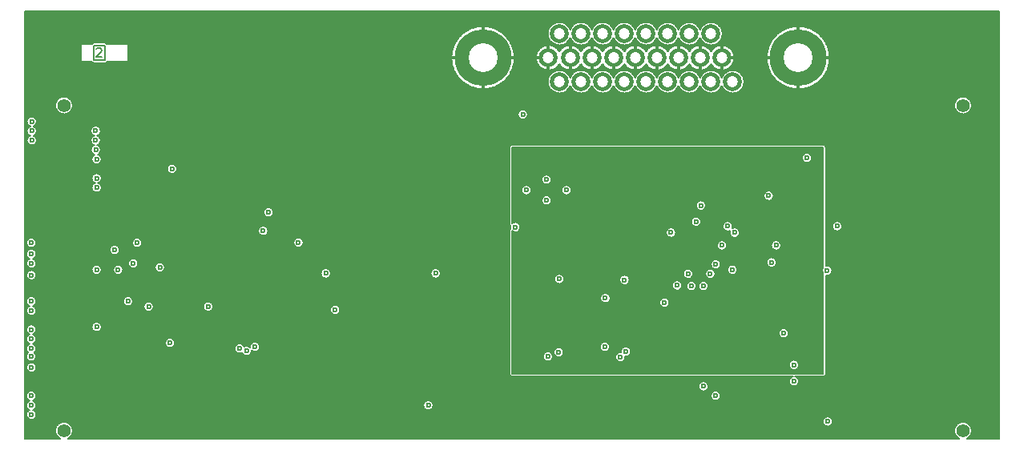
<source format=gbr>
G04 GENERATED BY PULSONIX 10.0 GERBER.DLL 7250*
G04 #@! TF.GenerationSoftware,Pulsonix,Pulsonix,10.0.7250*
G04 #@! TF.CreationDate,2019-09-23T08:44:35--1:00*
G04 #@! TF.Part,Single*
%FSLAX25Y25*%
%LPD*%
%MOIN*%
G04 #@! TF.FileFunction,Copper,L2,Inr*
G04 #@! TF.FilePolarity,Positive*
G04 #@! TA.AperFunction,OtherCopper*
%ADD10C,0.00591*%
G04 #@! TA.AperFunction,ViaPad*
%ADD11C,0.02362X0.00984*%
G04 #@! TA.AperFunction,ComponentPad*
%ADD17C,0.03543X0.01181*%
G04 #@! TD.AperFunction*
%ADD86C,0.00500*%
G04 #@! TA.AperFunction,OtherCopper*
%ADD95C,0.01200*%
%ADD115C,0.00600*%
G04 #@! TD.AperFunction*
%ADD126C,0.05512*%
G04 #@! TA.AperFunction,ComponentPad*
%ADD205C,0.23622X0.12008*%
%ADD212C,0.07874X0.04724*%
X0Y0D02*
D02*
D10*
X2470Y180404D02*
Y2470D01*
X17035*
X16739Y2631*
X16458Y2819*
X16196Y3032*
X15955Y3269*
X15736Y3526*
X15543Y3803*
X15376Y4097*
X15237Y4405*
X15127Y4724*
X15047Y5053*
X14998Y5387*
X14980Y5724*
X14994Y6062*
X15039Y6396*
X15114Y6726*
X15220Y7046*
X15355Y7356*
X15518Y7652*
X15707Y7931*
X15922Y8192*
X16160Y8432*
X16420Y8648*
X16698Y8840*
X16993Y9005*
X17301Y9142*
X17621Y9250*
X17950Y9327*
X18285Y9374*
X18622Y9390*
X18959Y9374*
X19294Y9327*
X19623Y9250*
X19943Y9142*
X20252Y9005*
X20546Y8840*
X20825Y8648*
X21084Y8432*
X21322Y8192*
X21537Y7931*
X21726Y7652*
X21890Y7356*
X22024Y7046*
X22130Y6726*
X22206Y6396*
X22250Y6062*
X22264Y5724*
X22246Y5387*
X22197Y5053*
X22117Y4724*
X22007Y4405*
X21868Y4097*
X21701Y3803*
X21508Y3526*
X21289Y3269*
X21048Y3032*
X20786Y2819*
X20505Y2631*
X20209Y2470*
X391051*
X390754Y2631*
X390474Y2819*
X390212Y3032*
X389970Y3269*
X389752Y3526*
X389559Y3803*
X389392Y4097*
X389253Y4405*
X389143Y4724*
X389063Y5053*
X389014Y5387*
X388996Y5724*
X389010Y6062*
X389054Y6396*
X389130Y6726*
X389235Y7046*
X389370Y7356*
X389533Y7652*
X389723Y7931*
X389938Y8192*
X390176Y8432*
X390435Y8648*
X390714Y8840*
X391008Y9005*
X391317Y9142*
X391637Y9250*
X391966Y9327*
X392301Y9374*
X392638Y9390*
X392975Y9374*
X393310Y9327*
X393638Y9250*
X393959Y9142*
X394267Y9005*
X394562Y8840*
X394840Y8648*
X395100Y8432*
X395338Y8192*
X395552Y7931*
X395742Y7652*
X395905Y7356*
X396040Y7046*
X396146Y6726*
X396221Y6396*
X396266Y6062*
X396279Y5724*
X396262Y5387*
X396212Y5053*
X396133Y4724*
X396023Y4405*
X395884Y4097*
X395717Y3803*
X395523Y3526*
X395305Y3269*
X395064Y3032*
X394802Y2819*
X394521Y2631*
X394224Y2470*
X407766*
Y180404*
X2470*
X2972Y47874D02*
X2988Y48123D01*
X3033Y48369*
X3107Y48607*
X3209Y48835*
X3338Y49048*
X3492Y49245*
X3669Y49421*
X3865Y49575*
X4079Y49704*
X4306Y49807*
X4545Y49881*
X4790Y49926*
X5039Y49941*
X5289Y49926*
X5534Y49881*
X5772Y49807*
X6000Y49704*
X6214Y49575*
X6410Y49421*
X6586Y49245*
X6740Y49048*
X6870Y48835*
X6972Y48607*
X7046Y48369*
X7091Y48123*
X7106Y47874*
X7093Y47638*
X7052Y47404*
X6985Y47177*
X6893Y46959*
X6776Y46753*
X6636Y46562*
X6476Y46388*
X6296Y46233*
X6101Y46100*
X5891Y45990*
X5670Y45906*
X5901Y45816*
X6120Y45699*
X6323Y45557*
X6508Y45391*
X6672Y45205*
X6812Y45000*
X6926Y44780*
X7014Y44548*
X7073Y44307*
X7103Y44061*
Y43813*
X7073Y43567*
X7014Y43326*
X6926Y43094*
X6812Y42874*
X6672Y42669*
X6508Y42482*
X6323Y42317*
X6120Y42175*
X5901Y42058*
X5670Y41969*
X5906Y41876*
X6130Y41756*
X6337Y41609*
X6524Y41438*
X6689Y41245*
X6829Y41033*
X6943Y40806*
X7027Y40566*
X7082Y40319*
X7105Y40066*
X7098Y39812*
X7059Y39561*
X6990Y39317*
X6892Y39083*
X6765Y38862*
X6613Y38659*
X6436Y38477*
X6239Y38317*
X6414Y38162*
X6571Y37989*
X6706Y37799*
X6820Y37596*
X6910Y37380*
X6975Y37156*
X7014Y36926*
X7028Y36693*
X7012Y36444*
X6967Y36198*
X6893Y35960*
X6791Y35732*
X6662Y35519*
X6508Y35322*
X6331Y35146*
X6135Y34992*
X5921Y34863*
X5694Y34760*
X5455Y34686*
X5210Y34641*
X4961Y34626*
X4711Y34641*
X4466Y34686*
X4228Y34760*
X4000Y34863*
X3786Y34992*
X3590Y35146*
X3414Y35322*
X3260Y35519*
X3130Y35732*
X3028Y35960*
X2954Y36198*
X2909Y36444*
X2894Y36693*
X2908Y36938*
X2952Y37180*
X3024Y37415*
X3123Y37640*
X3249Y37851*
X3398Y38046*
X3570Y38222*
X3761Y38376*
X3575Y38541*
X3411Y38727*
X3270Y38932*
X3154Y39152*
X3066Y39384*
X3007Y39625*
X2976Y39872*
X2976Y40120*
X3005Y40367*
X3064Y40609*
X3151Y40841*
X3266Y41062*
X3406Y41267*
X3570Y41454*
X3755Y41619*
X3958Y41762*
X4178Y41879*
X4409Y41969*
X4178Y42058*
X3959Y42175*
X3756Y42317*
X3571Y42483*
X3407Y42669*
X3267Y42874*
X3152Y43094*
X3065Y43326*
X3006Y43567*
X2976Y43813*
Y44061*
X3006Y44307*
X3065Y44548*
X3152Y44780*
X3267Y45000*
X3407Y45205*
X3571Y45392*
X3756Y45557*
X3959Y45699*
X4178Y45816*
X4409Y45906*
X4188Y45991*
X3978Y46100*
X3782Y46233*
X3603Y46388*
X3442Y46562*
X3303Y46753*
X3186Y46959*
X3093Y47177*
X3027Y47404*
X2986Y47638*
X2972Y47874*
Y20315D02*
X2988Y20564D01*
X3033Y20810*
X3107Y21048*
X3209Y21276*
X3338Y21489*
X3492Y21686*
X3669Y21862*
X3865Y22016*
X4079Y22145*
X4306Y22248*
X4545Y22322*
X4790Y22367*
X5039Y22382*
X5289Y22367*
X5534Y22322*
X5772Y22248*
X6000Y22145*
X6214Y22016*
X6410Y21862*
X6586Y21686*
X6740Y21489*
X6870Y21276*
X6972Y21048*
X7046Y20810*
X7091Y20564*
X7106Y20315*
X7093Y20079*
X7052Y19845*
X6985Y19618*
X6893Y19400*
X6776Y19194*
X6636Y19003*
X6476Y18829*
X6296Y18674*
X6101Y18541*
X5891Y18431*
X5670Y18346*
X5901Y18257*
X6120Y18140*
X6323Y17998*
X6508Y17832*
X6672Y17646*
X6812Y17441*
X6926Y17221*
X7014Y16989*
X7073Y16748*
X7103Y16502*
Y16254*
X7073Y16008*
X7014Y15767*
X6926Y15534*
X6812Y15314*
X6672Y15110*
X6508Y14923*
X6323Y14758*
X6120Y14616*
X5901Y14499*
X5670Y14409*
X5891Y14324*
X6100Y14215*
X6296Y14082*
X6476Y13927*
X6636Y13753*
X6776Y13562*
X6893Y13356*
X6985Y13138*
X7052Y12911*
X7093Y12677*
X7106Y12441*
X7091Y12192*
X7046Y11946*
X6972Y11708*
X6870Y11480*
X6740Y11267*
X6586Y11070*
X6410Y10894*
X6214Y10740*
X6000Y10611*
X5772Y10508*
X5534Y10434*
X5289Y10389*
X5039Y10374*
X4790Y10389*
X4545Y10434*
X4306Y10508*
X4079Y10611*
X3865Y10740*
X3669Y10894*
X3492Y11070*
X3338Y11267*
X3209Y11480*
X3107Y11708*
X3033Y11946*
X2988Y12192*
X2972Y12441*
X2986Y12677*
X3027Y12911*
X3093Y13138*
X3186Y13356*
X3303Y13562*
X3442Y13753*
X3603Y13927*
X3782Y14082*
X3978Y14215*
X4188Y14324*
X4409Y14409*
X4178Y14499*
X3959Y14616*
X3756Y14758*
X3571Y14923*
X3407Y15110*
X3267Y15315*
X3152Y15535*
X3065Y15767*
X3006Y16008*
X2976Y16254*
Y16502*
X3006Y16748*
X3065Y16989*
X3152Y17221*
X3267Y17441*
X3407Y17646*
X3571Y17833*
X3756Y17998*
X3959Y18140*
X4178Y18257*
X4409Y18346*
X4188Y18431*
X3978Y18541*
X3782Y18674*
X3603Y18829*
X3442Y19003*
X3303Y19194*
X3186Y19400*
X3093Y19618*
X3027Y19845*
X2986Y20079*
X2972Y20315*
Y32126D02*
X2988Y32375D01*
X3033Y32621*
X3107Y32859*
X3209Y33087*
X3338Y33300*
X3492Y33497*
X3669Y33673*
X3865Y33827*
X4079Y33956*
X4306Y34059*
X4545Y34133*
X4790Y34178*
X5039Y34193*
X5289Y34178*
X5534Y34133*
X5772Y34059*
X6000Y33956*
X6214Y33827*
X6410Y33673*
X6586Y33497*
X6740Y33300*
X6870Y33087*
X6972Y32859*
X7046Y32621*
X7091Y32375*
X7106Y32126*
X7091Y31877*
X7046Y31631*
X6972Y31393*
X6870Y31165*
X6740Y30952*
X6586Y30755*
X6410Y30579*
X6214Y30425*
X6000Y30296*
X5772Y30193*
X5534Y30119*
X5289Y30074*
X5039Y30059*
X4790Y30074*
X4545Y30119*
X4306Y30193*
X4079Y30296*
X3865Y30425*
X3669Y30579*
X3492Y30755*
X3338Y30952*
X3209Y31165*
X3107Y31393*
X3033Y31631*
X2988Y31877*
X2972Y32126*
Y59685D02*
X2988Y59934D01*
X3033Y60180*
X3107Y60418*
X3209Y60646*
X3338Y60859*
X3492Y61056*
X3669Y61232*
X3865Y61386*
X4079Y61515*
X4306Y61618*
X4545Y61692*
X4790Y61737*
X5039Y61752*
X5289Y61737*
X5534Y61692*
X5772Y61618*
X6000Y61515*
X6214Y61386*
X6410Y61232*
X6586Y61056*
X6740Y60859*
X6870Y60646*
X6972Y60418*
X7046Y60180*
X7091Y59934*
X7106Y59685*
X7093Y59449*
X7052Y59215*
X6985Y58988*
X6893Y58770*
X6776Y58564*
X6636Y58373*
X6476Y58199*
X6296Y58044*
X6101Y57911*
X5891Y57801*
X5670Y57717*
X5891Y57632*
X6100Y57522*
X6296Y57389*
X6476Y57234*
X6636Y57060*
X6776Y56869*
X6893Y56663*
X6985Y56445*
X7052Y56218*
X7093Y55984*
X7106Y55748*
X7091Y55499*
X7046Y55253*
X6972Y55015*
X6870Y54787*
X6740Y54574*
X6586Y54377*
X6410Y54201*
X6214Y54047*
X6000Y53918*
X5772Y53815*
X5534Y53741*
X5289Y53696*
X5039Y53681*
X4790Y53696*
X4545Y53741*
X4306Y53815*
X4079Y53918*
X3865Y54047*
X3669Y54201*
X3492Y54377*
X3338Y54574*
X3209Y54787*
X3107Y55015*
X3033Y55253*
X2988Y55499*
X2972Y55748*
X2986Y55984*
X3027Y56218*
X3093Y56445*
X3186Y56663*
X3303Y56869*
X3442Y57060*
X3603Y57234*
X3782Y57389*
X3978Y57522*
X4188Y57632*
X4409Y57717*
X4188Y57802*
X3978Y57911*
X3782Y58044*
X3603Y58199*
X3442Y58373*
X3303Y58564*
X3186Y58770*
X3093Y58988*
X3027Y59215*
X2986Y59449*
X2972Y59685*
Y70512D02*
X2988Y70761D01*
X3033Y71006*
X3107Y71245*
X3209Y71472*
X3338Y71686*
X3492Y71882*
X3669Y72059*
X3865Y72213*
X4079Y72342*
X4306Y72444*
X4545Y72519*
X4790Y72564*
X5039Y72579*
X5289Y72564*
X5534Y72519*
X5772Y72444*
X6000Y72342*
X6214Y72213*
X6410Y72059*
X6586Y71882*
X6740Y71686*
X6870Y71472*
X6972Y71245*
X7046Y71006*
X7091Y70761*
X7106Y70512*
X7091Y70263*
X7046Y70017*
X6972Y69779*
X6870Y69551*
X6740Y69338*
X6586Y69141*
X6410Y68965*
X6214Y68811*
X6000Y68682*
X5772Y68579*
X5534Y68505*
X5289Y68460*
X5039Y68445*
X4790Y68460*
X4545Y68505*
X4306Y68579*
X4079Y68682*
X3865Y68811*
X3669Y68965*
X3492Y69141*
X3338Y69338*
X3209Y69551*
X3107Y69779*
X3033Y70017*
X2988Y70263*
X2972Y70512*
Y79370D02*
X2988Y79619D01*
X3033Y79865*
X3107Y80103*
X3209Y80331*
X3338Y80544*
X3492Y80741*
X3669Y80917*
X3865Y81071*
X4079Y81200*
X4306Y81303*
X4545Y81377*
X4790Y81422*
X5039Y81437*
X5289Y81422*
X5534Y81377*
X5772Y81303*
X6000Y81200*
X6214Y81071*
X6410Y80917*
X6586Y80741*
X6740Y80544*
X6870Y80331*
X6972Y80103*
X7046Y79865*
X7091Y79619*
X7106Y79370*
X7093Y79134*
X7052Y78900*
X6985Y78673*
X6893Y78455*
X6776Y78249*
X6636Y78058*
X6476Y77884*
X6296Y77729*
X6101Y77596*
X5891Y77487*
X5670Y77402*
X5891Y77317*
X6100Y77207*
X6296Y77074*
X6476Y76919*
X6636Y76745*
X6776Y76554*
X6893Y76348*
X6985Y76130*
X7052Y75903*
X7093Y75670*
X7106Y75433*
X7091Y75184*
X7046Y74938*
X6972Y74700*
X6870Y74473*
X6740Y74259*
X6586Y74062*
X6410Y73886*
X6214Y73732*
X6000Y73603*
X5772Y73500*
X5534Y73426*
X5289Y73381*
X5039Y73366*
X4790Y73381*
X4545Y73426*
X4306Y73500*
X4079Y73603*
X3865Y73732*
X3669Y73886*
X3492Y74062*
X3338Y74259*
X3209Y74473*
X3107Y74700*
X3033Y74938*
X2988Y75184*
X2972Y75433*
X2986Y75669*
X3027Y75903*
X3093Y76130*
X3186Y76348*
X3303Y76554*
X3442Y76745*
X3603Y76919*
X3782Y77074*
X3978Y77207*
X4188Y77317*
X4409Y77402*
X4188Y77487*
X3978Y77596*
X3782Y77729*
X3603Y77884*
X3442Y78058*
X3303Y78249*
X3186Y78455*
X3093Y78673*
X3027Y78900*
X2986Y79134*
X2972Y79370*
Y83976D02*
X2988Y84225D01*
X3033Y84471*
X3107Y84709*
X3209Y84936*
X3338Y85150*
X3492Y85346*
X3669Y85523*
X3865Y85677*
X4079Y85806*
X4306Y85909*
X4545Y85983*
X4790Y86028*
X5039Y86043*
X5289Y86028*
X5534Y85983*
X5772Y85909*
X6000Y85806*
X6214Y85677*
X6410Y85523*
X6586Y85346*
X6740Y85150*
X6870Y84936*
X6972Y84709*
X7046Y84471*
X7091Y84225*
X7106Y83976*
X7091Y83727*
X7046Y83481*
X6972Y83243*
X6870Y83015*
X6740Y82802*
X6586Y82605*
X6410Y82429*
X6214Y82275*
X6000Y82146*
X5772Y82043*
X5534Y81969*
X5289Y81924*
X5039Y81909*
X4790Y81924*
X4545Y81969*
X4306Y82043*
X4079Y82146*
X3865Y82275*
X3669Y82429*
X3492Y82605*
X3338Y82802*
X3209Y83015*
X3107Y83243*
X3033Y83481*
X2988Y83727*
X2972Y83976*
X3169Y134488D02*
X3184Y134737D01*
X3229Y134983*
X3304Y135221*
X3406Y135449*
X3535Y135662*
X3689Y135859*
X3866Y136035*
X4062Y136189*
X4276Y136318*
X4503Y136421*
X4742Y136495*
X4987Y136540*
X5236Y136555*
X5485Y136540*
X5731Y136495*
X5969Y136421*
X6197Y136318*
X6410Y136189*
X6607Y136035*
X6783Y135859*
X6937Y135662*
X7066Y135449*
X7169Y135221*
X7243Y134983*
X7288Y134737*
X7303Y134488*
X7290Y134252*
X7249Y134018*
X7182Y133791*
X7090Y133573*
X6973Y133367*
X6833Y133176*
X6673Y133002*
X6493Y132847*
X6297Y132714*
X6088Y132605*
X5866Y132520*
X6098Y132430*
X6317Y132313*
X6520Y132171*
X6705Y132006*
X6868Y131819*
X7009Y131615*
X7123Y131395*
X7211Y131162*
X7270Y130921*
X7299Y130675*
Y130427*
X7270Y130181*
X7211Y129940*
X7123Y129708*
X7009Y129488*
X6868Y129283*
X6705Y129097*
X6520Y128931*
X6317Y128789*
X6098Y128672*
X5866Y128583*
X6087Y128498*
X6297Y128388*
X6493Y128255*
X6673Y128100*
X6833Y127926*
X6973Y127735*
X7090Y127529*
X7182Y127311*
X7249Y127084*
X7290Y126851*
X7303Y126614*
X7288Y126365*
X7243Y126120*
X7169Y125881*
X7066Y125654*
X6937Y125440*
X6783Y125244*
X6607Y125067*
X6410Y124913*
X6197Y124784*
X5969Y124682*
X5731Y124607*
X5485Y124562*
X5236Y124547*
X4987Y124562*
X4742Y124607*
X4503Y124682*
X4276Y124784*
X4062Y124913*
X3866Y125067*
X3689Y125244*
X3535Y125440*
X3406Y125654*
X3304Y125881*
X3229Y126120*
X3184Y126365*
X3169Y126614*
X3183Y126851*
X3223Y127084*
X3290Y127311*
X3383Y127529*
X3500Y127735*
X3639Y127926*
X3800Y128100*
X3979Y128255*
X4175Y128388*
X4385Y128498*
X4606Y128583*
X4375Y128672*
X4156Y128789*
X3952Y128931*
X3768Y129097*
X3604Y129283*
X3464Y129488*
X3349Y129708*
X3262Y129940*
X3203Y130181*
X3173Y130427*
Y130675*
X3203Y130922*
X3262Y131163*
X3349Y131395*
X3464Y131615*
X3604Y131819*
X3768Y132006*
X3953Y132171*
X4156Y132313*
X4375Y132430*
X4606Y132520*
X4385Y132605*
X4175Y132714*
X3979Y132847*
X3800Y133002*
X3639Y133176*
X3500Y133367*
X3383Y133573*
X3290Y133791*
X3223Y134018*
X3183Y134252*
X3169Y134488*
X18622Y144823D02*
X18958Y144807D01*
X19291Y144761*
X19619Y144684*
X19938Y144577*
X20245Y144441*
X20539Y144277*
X20817Y144087*
X21075Y143872*
X21313Y143635*
X21528Y143376*
X21718Y143098*
X21882Y142804*
X22018Y142497*
X22125Y142178*
X22202Y141850*
X22248Y141517*
X22264Y141181*
X22248Y140845*
X22202Y140512*
X22125Y140184*
X22018Y139866*
X21882Y139558*
X21718Y139264*
X21528Y138986*
X21313Y138728*
X21076Y138490*
X20817Y138275*
X20539Y138085*
X20245Y137921*
X19938Y137785*
X19619Y137678*
X19291Y137601*
X18958Y137555*
X18622Y137539*
X18286Y137555*
X17953Y137601*
X17625Y137678*
X17306Y137785*
X16999Y137921*
X16705Y138085*
X16427Y138275*
X16169Y138490*
X15931Y138728*
X15716Y138986*
X15526Y139264*
X15362Y139558*
X15226Y139866*
X15119Y140184*
X15042Y140512*
X14996Y140845*
X14980Y141181*
X14996Y141517*
X15042Y141850*
X15119Y142178*
X15226Y142497*
X15362Y142804*
X15526Y143098*
X15716Y143376*
X15931Y143635*
X16169Y143872*
X16427Y144087*
X16705Y144277*
X16999Y144441*
X17306Y144577*
X17625Y144684*
X17953Y144761*
X18286Y144807*
X18622Y144823*
X45075Y166835D02*
X45166Y166820D01*
X45248Y166778*
X45314Y166713*
X45356Y166631*
X45370Y166539*
Y159539*
X45356Y159448*
X45314Y159366*
X45248Y159300*
X45166Y159259*
X45075Y159244*
X36454*
X36335Y159130*
X36202Y159033*
X36056Y158956*
X35901Y158899*
X35739Y158865*
X35575Y158854*
X31075*
X30910Y158865*
X30749Y158899*
X30594Y158956*
X30448Y159033*
X30314Y159130*
X30195Y159244*
X26075*
X25984Y159259*
X25901Y159300*
X25836Y159366*
X25794Y159448*
X25780Y159539*
Y166539*
X25794Y166631*
X25836Y166713*
X25901Y166778*
X25984Y166820*
X26075Y166835*
X30195*
X30314Y166949*
X30448Y167046*
X30594Y167123*
X30749Y167179*
X30910Y167214*
X31075Y167225*
X35575*
X35739Y167214*
X35901Y167179*
X36056Y167123*
X36202Y167046*
X36336Y166949*
X36454Y166835*
X45075*
X37657Y81024D02*
X37673Y81273D01*
X37718Y81518*
X37792Y81757*
X37894Y81984*
X38023Y82198*
X38177Y82394*
X38354Y82571*
X38550Y82725*
X38764Y82854*
X38991Y82956*
X39230Y83030*
X39475Y83075*
X39724Y83091*
X39974Y83075*
X40219Y83030*
X40457Y82956*
X40685Y82854*
X40899Y82725*
X41095Y82571*
X41271Y82394*
X41425Y82198*
X41555Y81984*
X41657Y81757*
X41731Y81518*
X41776Y81273*
X41791Y81024*
X41776Y80774*
X41731Y80529*
X41657Y80291*
X41555Y80063*
X41425Y79849*
X41271Y79653*
X41095Y79477*
X40899Y79323*
X40685Y79193*
X40457Y79091*
X40219Y79017*
X39974Y78972*
X39724Y78957*
X39475Y78972*
X39230Y79017*
X38991Y79091*
X38764Y79193*
X38550Y79323*
X38354Y79477*
X38177Y79653*
X38023Y79849*
X37894Y80063*
X37792Y80291*
X37718Y80529*
X37673Y80774*
X37657Y81024*
X39075Y72795D02*
X39090Y73044D01*
X39135Y73290*
X39209Y73528*
X39312Y73756*
X39441Y73969*
X39595Y74166*
X39771Y74342*
X39968Y74496*
X40181Y74625*
X40409Y74728*
X40647Y74802*
X40893Y74847*
X41142Y74862*
X41391Y74847*
X41636Y74802*
X41875Y74728*
X42102Y74625*
X42316Y74496*
X42512Y74342*
X42689Y74166*
X42843Y73969*
X42972Y73756*
X43074Y73528*
X43149Y73290*
X43194Y73044*
X43209Y72795*
X43194Y72546*
X43149Y72301*
X43074Y72062*
X42972Y71835*
X42843Y71621*
X42689Y71425*
X42512Y71248*
X42316Y71094*
X42102Y70965*
X41875Y70863*
X41636Y70788*
X41391Y70743*
X41142Y70728*
X40893Y70743*
X40647Y70788*
X40409Y70863*
X40181Y70965*
X39968Y71094*
X39771Y71248*
X39595Y71425*
X39441Y71621*
X39312Y71835*
X39209Y72062*
X39135Y72301*
X39090Y72546*
X39075Y72795*
X43209Y59685D02*
X43224Y59934D01*
X43269Y60180*
X43343Y60418*
X43445Y60646*
X43575Y60859*
X43729Y61056*
X43905Y61232*
X44101Y61386*
X44315Y61515*
X44543Y61618*
X44781Y61692*
X45026Y61737*
X45276Y61752*
X45525Y61737*
X45770Y61692*
X46009Y61618*
X46236Y61515*
X46450Y61386*
X46646Y61232*
X46823Y61056*
X46977Y60859*
X47106Y60646*
X47208Y60418*
X47282Y60180*
X47327Y59934*
X47343Y59685*
X47327Y59436*
X47282Y59190*
X47208Y58952*
X47106Y58724*
X46977Y58511*
X46823Y58314*
X46646Y58138*
X46450Y57984*
X46236Y57855*
X46009Y57752*
X45770Y57678*
X45525Y57633*
X45276Y57618*
X45026Y57633*
X44781Y57678*
X44543Y57752*
X44315Y57855*
X44101Y57984*
X43905Y58138*
X43729Y58314*
X43575Y58511*
X43445Y58724*
X43343Y58952*
X43269Y59190*
X43224Y59436*
X43209Y59685*
X32656Y120757D02*
X32899Y120687D01*
X33133Y120587*
X33352Y120460*
X33554Y120306*
X33736Y120129*
X33894Y119931*
X34027Y119715*
X34133Y119485*
X34210Y119243*
X34256Y118993*
X34272Y118740*
X34257Y118491*
X34212Y118246*
X34137Y118007*
X34035Y117780*
X33906Y117566*
X33752Y117370*
X33575Y117193*
X33379Y117039*
X33165Y116910*
X32938Y116808*
X32699Y116733*
X32454Y116688*
X32205Y116673*
X31956Y116688*
X31710Y116733*
X31472Y116808*
X31244Y116910*
X31031Y117039*
X30834Y117193*
X30658Y117370*
X30504Y117566*
X30375Y117780*
X30272Y118007*
X30198Y118246*
X30153Y118491*
X30138Y118740*
X30152Y118986*
X30196Y119228*
X30268Y119463*
X30368Y119688*
X30494Y119900*
X30644Y120095*
X30816Y120271*
X31007Y120425*
X31216Y120555*
X31439Y120660*
X31204Y120727*
X30979Y120822*
X30766Y120942*
X30569Y121087*
X30391Y121254*
X30233Y121441*
X30099Y121645*
X29990Y121863*
X29907Y122093*
X29852Y122331*
X29825Y122574*
X29828Y122818*
X29859Y123061*
X29918Y123298*
X30005Y123526*
X30119Y123742*
X30257Y123944*
X30418Y124128*
X30599Y124291*
X30798Y124432*
X31013Y124549*
X31240Y124639*
X31007Y124727*
X30786Y124842*
X30581Y124983*
X30394Y125148*
X30228Y125333*
X30086Y125538*
X29969Y125758*
X29880Y125991*
X29819Y126232*
X29788Y126479*
X29787Y126728*
X29815Y126976*
X29874Y127218*
X29961Y127451*
X30075Y127672*
X30215Y127878*
X30379Y128066*
X30564Y128232*
X30768Y128375*
X30988Y128493*
X31220Y128583*
X30999Y128668*
X30789Y128777*
X30593Y128910*
X30414Y129065*
X30253Y129239*
X30114Y129430*
X29997Y129636*
X29904Y129854*
X29838Y130081*
X29797Y130315*
X29783Y130551*
X29799Y130800*
X29844Y131046*
X29918Y131284*
X30020Y131512*
X30149Y131725*
X30303Y131922*
X30480Y132098*
X30676Y132252*
X30890Y132381*
X31117Y132484*
X31356Y132558*
X31601Y132603*
X31850Y132618*
X32100Y132603*
X32345Y132558*
X32583Y132484*
X32811Y132381*
X33025Y132252*
X33221Y132098*
X33397Y131922*
X33551Y131725*
X33681Y131512*
X33783Y131284*
X33857Y131046*
X33902Y130800*
X33917Y130551*
X33904Y130315*
X33863Y130081*
X33796Y129854*
X33704Y129636*
X33587Y129430*
X33447Y129239*
X33287Y129065*
X33107Y128910*
X32912Y128777*
X32702Y128668*
X32481Y128583*
X32711Y128493*
X32929Y128377*
X33132Y128236*
X33316Y128071*
X33480Y127886*
X33620Y127683*
X33735Y127464*
X33822Y127233*
X33882Y126993*
X33913Y126748*
X33914Y126501*
X33886Y126255*
X33829Y126015*
X33743Y125783*
X33630Y125563*
X33492Y125358*
X33330Y125171*
X33148Y125005*
X32946Y124862*
X32729Y124744*
X32500Y124652*
X32738Y124562*
X32963Y124444*
X33172Y124299*
X33361Y124129*
X33528Y123937*
X33671Y123726*
X33786Y123500*
X33873Y123261*
X33929Y123013*
X33955Y122760*
X33950Y122505*
X33913Y122254*
X33846Y122009*
X33749Y121773*
X33624Y121552*
X33472Y121348*
X33297Y121163*
X33100Y121002*
X32886Y120866*
X32656Y120757*
X30138Y48937D02*
X30153Y49186D01*
X30198Y49432*
X30272Y49670*
X30375Y49898*
X30504Y50111*
X30658Y50308*
X30834Y50484*
X31031Y50638*
X31244Y50767*
X31472Y50870*
X31710Y50944*
X31956Y50989*
X32205Y51004*
X32454Y50989*
X32699Y50944*
X32938Y50870*
X33165Y50767*
X33379Y50638*
X33575Y50484*
X33752Y50308*
X33906Y50111*
X34035Y49898*
X34137Y49670*
X34212Y49432*
X34257Y49186*
X34272Y48937*
X34257Y48688*
X34212Y48442*
X34137Y48204*
X34035Y47976*
X33906Y47763*
X33752Y47566*
X33575Y47390*
X33379Y47236*
X33165Y47107*
X32938Y47004*
X32699Y46930*
X32454Y46885*
X32205Y46870*
X31956Y46885*
X31710Y46930*
X31472Y47004*
X31244Y47107*
X31031Y47236*
X30834Y47390*
X30658Y47566*
X30504Y47763*
X30375Y47976*
X30272Y48204*
X30198Y48442*
X30153Y48688*
X30138Y48937*
Y72795D02*
X30153Y73044D01*
X30198Y73290*
X30272Y73528*
X30375Y73756*
X30504Y73969*
X30658Y74166*
X30834Y74342*
X31031Y74496*
X31244Y74625*
X31472Y74728*
X31710Y74802*
X31956Y74847*
X32205Y74862*
X32454Y74847*
X32699Y74802*
X32938Y74728*
X33165Y74625*
X33379Y74496*
X33575Y74342*
X33752Y74166*
X33906Y73969*
X34035Y73756*
X34137Y73528*
X34212Y73290*
X34257Y73044*
X34272Y72795*
X34257Y72546*
X34212Y72301*
X34137Y72062*
X34035Y71835*
X33906Y71621*
X33752Y71425*
X33575Y71248*
X33379Y71094*
X33165Y70965*
X32938Y70863*
X32699Y70788*
X32454Y70743*
X32205Y70728*
X31956Y70743*
X31710Y70788*
X31472Y70863*
X31244Y70965*
X31031Y71094*
X30834Y71248*
X30658Y71425*
X30504Y71621*
X30375Y71835*
X30272Y72062*
X30198Y72301*
X30153Y72546*
X30138Y72795*
Y110866D02*
X30153Y111115D01*
X30198Y111361*
X30272Y111599*
X30375Y111827*
X30504Y112040*
X30658Y112237*
X30834Y112413*
X31031Y112567*
X31244Y112696*
X31472Y112799*
X31710Y112873*
X31956Y112918*
X32205Y112933*
X32454Y112918*
X32699Y112873*
X32938Y112799*
X33165Y112696*
X33379Y112567*
X33575Y112413*
X33752Y112237*
X33906Y112040*
X34035Y111827*
X34137Y111599*
X34212Y111361*
X34257Y111115*
X34272Y110866*
X34258Y110630*
X34218Y110396*
X34151Y110169*
X34058Y109951*
X33941Y109745*
X33802Y109554*
X33641Y109380*
X33462Y109225*
X33266Y109092*
X33056Y108983*
X32835Y108898*
X33056Y108813*
X33266Y108703*
X33462Y108570*
X33641Y108415*
X33802Y108241*
X33941Y108050*
X34058Y107844*
X34151Y107626*
X34218Y107399*
X34258Y107166*
X34272Y106929*
X34257Y106680*
X34212Y106434*
X34137Y106196*
X34035Y105969*
X33906Y105755*
X33752Y105559*
X33575Y105382*
X33379Y105228*
X33165Y105099*
X32938Y104997*
X32699Y104922*
X32454Y104877*
X32205Y104862*
X31956Y104877*
X31710Y104922*
X31472Y104997*
X31244Y105099*
X31031Y105228*
X30834Y105382*
X30658Y105559*
X30504Y105755*
X30375Y105969*
X30272Y106196*
X30198Y106434*
X30153Y106680*
X30138Y106929*
X30151Y107166*
X30192Y107399*
X30259Y107626*
X30351Y107844*
X30468Y108050*
X30608Y108241*
X30768Y108415*
X30948Y108570*
X31144Y108703*
X31353Y108813*
X31574Y108898*
X31353Y108983*
X31144Y109092*
X30948Y109225*
X30768Y109380*
X30608Y109554*
X30468Y109745*
X30351Y109951*
X30259Y110169*
X30192Y110396*
X30151Y110630*
X30138Y110866*
X45374Y75433D02*
X45389Y75682D01*
X45434Y75928*
X45508Y76166*
X45611Y76394*
X45740Y76607*
X45894Y76804*
X46070Y76980*
X46267Y77134*
X46480Y77263*
X46708Y77366*
X46946Y77440*
X47192Y77485*
X47441Y77500*
X47690Y77485*
X47936Y77440*
X48174Y77366*
X48401Y77263*
X48615Y77134*
X48812Y76980*
X48988Y76804*
X49142Y76607*
X49271Y76394*
X49374Y76166*
X49448Y75928*
X49493Y75682*
X49508Y75433*
X49493Y75184*
X49448Y74938*
X49374Y74700*
X49271Y74473*
X49142Y74259*
X48988Y74062*
X48812Y73886*
X48615Y73732*
X48401Y73603*
X48174Y73500*
X47936Y73426*
X47690Y73381*
X47441Y73366*
X47192Y73381*
X46946Y73426*
X46708Y73500*
X46480Y73603*
X46267Y73732*
X46070Y73886*
X45894Y74062*
X45740Y74259*
X45611Y74473*
X45508Y74700*
X45434Y74938*
X45389Y75184*
X45374Y75433*
X47067Y83976D02*
X47082Y84225D01*
X47127Y84471*
X47201Y84709*
X47304Y84936*
X47433Y85150*
X47587Y85346*
X47763Y85523*
X47960Y85677*
X48173Y85806*
X48401Y85909*
X48639Y85983*
X48885Y86028*
X49134Y86043*
X49383Y86028*
X49629Y85983*
X49867Y85909*
X50094Y85806*
X50308Y85677*
X50504Y85523*
X50681Y85346*
X50835Y85150*
X50964Y84936*
X51066Y84709*
X51141Y84471*
X51186Y84225*
X51201Y83976*
X51186Y83727*
X51141Y83481*
X51066Y83243*
X50964Y83015*
X50835Y82802*
X50681Y82605*
X50504Y82429*
X50308Y82275*
X50094Y82146*
X49867Y82043*
X49629Y81969*
X49383Y81924*
X49134Y81909*
X48885Y81924*
X48639Y81969*
X48401Y82043*
X48173Y82146*
X47960Y82275*
X47763Y82429*
X47587Y82605*
X47433Y82802*
X47304Y83015*
X47201Y83243*
X47127Y83481*
X47082Y83727*
X47067Y83976*
X51831Y57441D02*
X51846Y57690D01*
X51891Y57936*
X51965Y58174*
X52068Y58401*
X52197Y58615*
X52351Y58812*
X52527Y58988*
X52724Y59142*
X52937Y59271*
X53165Y59374*
X53403Y59448*
X53649Y59493*
X53898Y59508*
X54147Y59493*
X54392Y59448*
X54631Y59374*
X54858Y59271*
X55072Y59142*
X55268Y58988*
X55445Y58812*
X55599Y58615*
X55728Y58401*
X55830Y58174*
X55905Y57936*
X55950Y57690*
X55965Y57441*
X55950Y57192*
X55905Y56946*
X55830Y56708*
X55728Y56480*
X55599Y56267*
X55445Y56070*
X55268Y55894*
X55072Y55740*
X54858Y55611*
X54631Y55508*
X54392Y55434*
X54147Y55389*
X53898Y55374*
X53649Y55389*
X53403Y55434*
X53165Y55508*
X52937Y55611*
X52724Y55740*
X52527Y55894*
X52351Y56070*
X52197Y56267*
X52068Y56480*
X51965Y56708*
X51891Y56946*
X51846Y57192*
X51831Y57441*
X56476Y73740D02*
X56491Y73989D01*
X56536Y74235*
X56611Y74473*
X56713Y74700*
X56842Y74914*
X56996Y75111*
X57173Y75287*
X57369Y75441*
X57583Y75570*
X57810Y75673*
X58049Y75747*
X58294Y75792*
X58543Y75807*
X58792Y75792*
X59038Y75747*
X59276Y75673*
X59504Y75570*
X59717Y75441*
X59914Y75287*
X60090Y75111*
X60244Y74914*
X60373Y74700*
X60476Y74473*
X60550Y74235*
X60595Y73989*
X60610Y73740*
X60595Y73491*
X60550Y73245*
X60476Y73007*
X60373Y72779*
X60244Y72566*
X60090Y72369*
X59914Y72193*
X59717Y72039*
X59504Y71910*
X59276Y71807*
X59038Y71733*
X58792Y71688*
X58543Y71673*
X58294Y71688*
X58049Y71733*
X57810Y71807*
X57583Y71910*
X57369Y72039*
X57173Y72193*
X56996Y72369*
X56842Y72566*
X56713Y72779*
X56611Y73007*
X56536Y73245*
X56491Y73491*
X56476Y73740*
X60728Y42283D02*
X60743Y42533D01*
X60788Y42778*
X60863Y43016*
X60965Y43244*
X61094Y43458*
X61248Y43654*
X61425Y43831*
X61621Y43984*
X61835Y44114*
X62062Y44216*
X62301Y44290*
X62546Y44335*
X62795Y44350*
X63044Y44335*
X63290Y44290*
X63528Y44216*
X63756Y44114*
X63969Y43984*
X64166Y43831*
X64342Y43654*
X64496Y43458*
X64625Y43244*
X64728Y43016*
X64802Y42778*
X64847Y42533*
X64862Y42283*
X64847Y42034*
X64802Y41789*
X64728Y41551*
X64625Y41323*
X64496Y41109*
X64342Y40913*
X64166Y40736*
X63969Y40582*
X63756Y40453*
X63528Y40351*
X63290Y40277*
X63044Y40232*
X62795Y40217*
X62546Y40232*
X62301Y40277*
X62062Y40351*
X61835Y40453*
X61621Y40582*
X61425Y40736*
X61248Y40913*
X61094Y41109*
X60965Y41323*
X60863Y41551*
X60788Y41789*
X60743Y42034*
X60728Y42283*
X61555Y114803D02*
X61570Y115052D01*
X61615Y115298*
X61689Y115536*
X61792Y115764*
X61921Y115977*
X62075Y116174*
X62251Y116350*
X62448Y116504*
X62661Y116633*
X62889Y116736*
X63127Y116810*
X63373Y116855*
X63622Y116870*
X63871Y116855*
X64117Y116810*
X64355Y116736*
X64583Y116633*
X64796Y116504*
X64993Y116350*
X65169Y116174*
X65323Y115977*
X65452Y115764*
X65555Y115536*
X65629Y115298*
X65674Y115052*
X65689Y114803*
X65674Y114554*
X65629Y114309*
X65555Y114070*
X65452Y113843*
X65323Y113629*
X65169Y113433*
X64993Y113256*
X64796Y113102*
X64583Y112973*
X64355Y112871*
X64117Y112796*
X63871Y112751*
X63622Y112736*
X63373Y112751*
X63127Y112796*
X62889Y112871*
X62661Y112973*
X62448Y113102*
X62251Y113256*
X62075Y113433*
X61921Y113629*
X61792Y113843*
X61689Y114070*
X61615Y114309*
X61570Y114554*
X61555Y114803*
X76594Y57441D02*
X76610Y57690D01*
X76655Y57936*
X76729Y58174*
X76831Y58401*
X76960Y58615*
X77114Y58812*
X77291Y58988*
X77487Y59142*
X77701Y59271*
X77928Y59374*
X78167Y59448*
X78412Y59493*
X78661Y59508*
X78911Y59493*
X79156Y59448*
X79394Y59374*
X79622Y59271*
X79836Y59142*
X80032Y58988*
X80209Y58812*
X80362Y58615*
X80492Y58401*
X80594Y58174*
X80668Y57936*
X80713Y57690*
X80728Y57441*
X80713Y57192*
X80668Y56946*
X80594Y56708*
X80492Y56480*
X80362Y56267*
X80209Y56070*
X80032Y55894*
X79836Y55740*
X79622Y55611*
X79394Y55508*
X79156Y55434*
X78911Y55389*
X78661Y55374*
X78412Y55389*
X78167Y55434*
X77928Y55508*
X77701Y55611*
X77487Y55740*
X77291Y55894*
X77114Y56070*
X76960Y56267*
X76831Y56480*
X76729Y56708*
X76655Y56946*
X76610Y57192*
X76594Y57441*
X96043Y40669D02*
X96058Y40918D01*
X96103Y41164*
X96178Y41402*
X96280Y41630*
X96409Y41843*
X96563Y42040*
X96740Y42216*
X96936Y42370*
X97150Y42499*
X97377Y42602*
X97616Y42676*
X97861Y42721*
X98110Y42736*
X98359Y42721*
X98605Y42676*
X98843Y42602*
X99071Y42499*
X99284Y42370*
X99481Y42216*
X99657Y42040*
X99811Y41843*
X99940Y41630*
X100043Y41402*
X100117Y41164*
X100162Y40918*
X100177Y40669*
X100163Y40424*
X100119Y40182*
X100047Y39948*
X99948Y39723*
X99823Y39512*
X99673Y39317*
X99502Y39141*
X99310Y38986*
X99102Y38856*
X98880Y38751*
X98647Y38673*
X98407Y38624*
X98162Y38603*
X97916Y38611*
X97674Y38649*
X97437Y38715*
X97210Y38809*
X96996Y38929*
X96797Y39073*
X96617Y39240*
X96634Y38992*
X96621Y38744*
X96578Y38499*
X96506Y38261*
X96406Y38033*
X96279Y37819*
X96128Y37622*
X95954Y37444*
X95760Y37288*
X95548Y37157*
X95323Y37053*
X95086Y36976*
X94842Y36928*
X94594Y36910*
X94346Y36921*
X94101Y36963*
X93862Y37033*
X93634Y37132*
X93419Y37257*
X93221Y37408*
X93042Y37581*
X92886Y37774*
X92753Y37985*
X92647Y38210*
X92420Y38096*
X92180Y38012*
X91931Y37958*
X91678Y37934*
X91423Y37942*
X91172Y37981*
X90927Y38051*
X90693Y38150*
X90472Y38277*
X90269Y38430*
X90087Y38608*
X89927Y38806*
X89793Y39022*
X89687Y39253*
X89610Y39496*
X89563Y39746*
X89547Y40000*
X89562Y40248*
X89607Y40492*
X89680Y40729*
X89781Y40955*
X89909Y41168*
X90061Y41364*
X90235Y41540*
X90430Y41694*
X90641Y41824*
X90867Y41927*
X91103Y42003*
X91346Y42049*
X91594Y42067*
X91842Y42054*
X92086Y42012*
X92324Y41941*
X92551Y41842*
X92765Y41717*
X92962Y41567*
X93140Y41394*
X93296Y41201*
X93428Y40991*
X93534Y40767*
X93757Y40878*
X93993Y40962*
X94237Y41017*
X94485Y41042*
X94735Y41036*
X94982Y41001*
X95224Y40936*
X95456Y40843*
X95674Y40722*
X95877Y40575*
X96060Y40405*
X96048Y40537*
X96043Y40669*
X99429Y88976D02*
X99444Y89226D01*
X99489Y89471*
X99563Y89709*
X99666Y89937*
X99795Y90151*
X99949Y90347*
X100125Y90523*
X100322Y90677*
X100536Y90807*
X100763Y90909*
X101001Y90983*
X101247Y91028*
X101496Y91043*
X101745Y91028*
X101991Y90983*
X102229Y90909*
X102457Y90807*
X102670Y90677*
X102867Y90523*
X103043Y90347*
X103197Y90151*
X103326Y89937*
X103429Y89709*
X103503Y89471*
X103548Y89226*
X103563Y88976*
X103548Y88727*
X103503Y88482*
X103429Y88243*
X103326Y88016*
X103197Y87802*
X103043Y87606*
X102867Y87429*
X102670Y87275*
X102457Y87146*
X102229Y87044*
X101991Y86970*
X101745Y86925*
X101496Y86909*
X101247Y86925*
X101001Y86970*
X100763Y87044*
X100536Y87146*
X100322Y87275*
X100125Y87429*
X99949Y87606*
X99795Y87802*
X99666Y88016*
X99563Y88243*
X99489Y88482*
X99444Y88727*
X99429Y88976*
X101713Y96693D02*
X101728Y96942D01*
X101773Y97188*
X101847Y97426*
X101949Y97653*
X102079Y97867*
X102232Y98064*
X102409Y98240*
X102605Y98394*
X102819Y98523*
X103047Y98626*
X103285Y98700*
X103530Y98745*
X103780Y98760*
X104029Y98745*
X104274Y98700*
X104512Y98626*
X104740Y98523*
X104954Y98394*
X105150Y98240*
X105327Y98064*
X105481Y97867*
X105610Y97653*
X105712Y97426*
X105786Y97188*
X105831Y96942*
X105846Y96693*
X105831Y96444*
X105786Y96198*
X105712Y95960*
X105610Y95732*
X105481Y95519*
X105327Y95322*
X105150Y95146*
X104954Y94992*
X104740Y94863*
X104512Y94760*
X104274Y94686*
X104029Y94641*
X103780Y94626*
X103530Y94641*
X103285Y94686*
X103047Y94760*
X102819Y94863*
X102605Y94992*
X102409Y95146*
X102232Y95322*
X102079Y95519*
X101949Y95732*
X101847Y95960*
X101773Y96198*
X101728Y96444*
X101713Y96693*
X114114Y84055D02*
X114129Y84304D01*
X114174Y84550*
X114249Y84788*
X114351Y85016*
X114480Y85229*
X114634Y85426*
X114811Y85602*
X115007Y85756*
X115221Y85885*
X115448Y85988*
X115686Y86062*
X115932Y86107*
X116181Y86122*
X116430Y86107*
X116676Y86062*
X116914Y85988*
X117142Y85885*
X117355Y85756*
X117552Y85602*
X117728Y85426*
X117882Y85229*
X118011Y85016*
X118114Y84788*
X118188Y84550*
X118233Y84304*
X118248Y84055*
X118233Y83806*
X118188Y83560*
X118114Y83322*
X118011Y83095*
X117882Y82881*
X117728Y82685*
X117552Y82508*
X117355Y82354*
X117142Y82225*
X116914Y82123*
X116676Y82048*
X116430Y82003*
X116181Y81988*
X115932Y82003*
X115686Y82048*
X115448Y82123*
X115221Y82225*
X115007Y82354*
X114811Y82508*
X114634Y82685*
X114480Y82881*
X114351Y83095*
X114249Y83322*
X114174Y83560*
X114129Y83806*
X114114Y84055*
X125492Y71220D02*
X125507Y71470D01*
X125552Y71715*
X125626Y71953*
X125729Y72181*
X125858Y72395*
X126012Y72591*
X126188Y72768*
X126385Y72921*
X126599Y73051*
X126826Y73153*
X127064Y73227*
X127310Y73272*
X127559Y73287*
X127808Y73272*
X128054Y73227*
X128292Y73153*
X128520Y73051*
X128733Y72921*
X128930Y72768*
X129106Y72591*
X129260Y72395*
X129389Y72181*
X129492Y71953*
X129566Y71715*
X129611Y71470*
X129626Y71220*
X129611Y70971*
X129566Y70726*
X129492Y70488*
X129389Y70260*
X129260Y70046*
X129106Y69850*
X128930Y69673*
X128733Y69519*
X128520Y69390*
X128292Y69288*
X128054Y69214*
X127808Y69169*
X127559Y69154*
X127310Y69169*
X127064Y69214*
X126826Y69288*
X126599Y69390*
X126385Y69519*
X126188Y69673*
X126012Y69850*
X125858Y70046*
X125729Y70260*
X125626Y70488*
X125552Y70726*
X125507Y70971*
X125492Y71220*
X129350Y56102D02*
X129365Y56351D01*
X129410Y56597*
X129485Y56835*
X129587Y57063*
X129716Y57276*
X129870Y57473*
X130047Y57649*
X130243Y57803*
X130457Y57933*
X130684Y58035*
X130923Y58109*
X131168Y58154*
X131417Y58169*
X131666Y58154*
X131912Y58109*
X132150Y58035*
X132378Y57933*
X132591Y57803*
X132788Y57649*
X132964Y57473*
X133118Y57276*
X133247Y57063*
X133350Y56835*
X133424Y56597*
X133469Y56351*
X133484Y56102*
X133469Y55853*
X133424Y55608*
X133350Y55369*
X133247Y55142*
X133118Y54928*
X132964Y54732*
X132788Y54555*
X132591Y54401*
X132378Y54272*
X132150Y54170*
X131912Y54096*
X131666Y54051*
X131417Y54035*
X131168Y54051*
X130923Y54096*
X130684Y54170*
X130457Y54272*
X130243Y54401*
X130047Y54555*
X129870Y54732*
X129716Y54928*
X129587Y55142*
X129485Y55369*
X129410Y55608*
X129365Y55853*
X129350Y56102*
X168130Y16378D02*
X168145Y16627D01*
X168190Y16873*
X168264Y17111*
X168367Y17339*
X168496Y17552*
X168650Y17749*
X168826Y17925*
X169023Y18079*
X169236Y18208*
X169464Y18311*
X169702Y18385*
X169948Y18430*
X170197Y18445*
X170446Y18430*
X170691Y18385*
X170930Y18311*
X171157Y18208*
X171371Y18079*
X171567Y17925*
X171744Y17749*
X171898Y17552*
X172027Y17339*
X172129Y17111*
X172204Y16873*
X172249Y16627*
X172264Y16378*
X172249Y16129*
X172204Y15883*
X172129Y15645*
X172027Y15417*
X171898Y15204*
X171744Y15007*
X171567Y14831*
X171371Y14677*
X171157Y14548*
X170930Y14445*
X170691Y14371*
X170446Y14326*
X170197Y14311*
X169948Y14326*
X169702Y14371*
X169464Y14445*
X169236Y14548*
X169023Y14677*
X168826Y14831*
X168650Y15007*
X168496Y15204*
X168367Y15417*
X168264Y15645*
X168190Y15883*
X168145Y16129*
X168130Y16378*
X171161Y71220D02*
X171176Y71470D01*
X171221Y71715*
X171296Y71953*
X171398Y72181*
X171527Y72395*
X171681Y72591*
X171858Y72768*
X172054Y72921*
X172268Y73051*
X172495Y73153*
X172734Y73227*
X172979Y73272*
X173228Y73287*
X173477Y73272*
X173723Y73227*
X173961Y73153*
X174189Y73051*
X174402Y72921*
X174599Y72768*
X174775Y72591*
X174929Y72395*
X175059Y72181*
X175161Y71953*
X175235Y71715*
X175280Y71470*
X175295Y71220*
X175280Y70971*
X175235Y70726*
X175161Y70488*
X175059Y70260*
X174929Y70046*
X174775Y69850*
X174599Y69673*
X174402Y69519*
X174189Y69390*
X173961Y69288*
X173723Y69214*
X173477Y69169*
X173228Y69154*
X172979Y69169*
X172734Y69214*
X172495Y69288*
X172268Y69390*
X172054Y69519*
X171858Y69673*
X171681Y69850*
X171527Y70046*
X171398Y70260*
X171296Y70488*
X171221Y70726*
X171176Y70971*
X171161Y71220*
X179807Y161024D02*
X179822Y161657D01*
X179868Y162289*
X179945Y162917*
X180051Y163542*
X180188Y164160*
X180354Y164771*
X180550Y165374*
X180775Y165966*
X181028Y166547*
X181308Y167114*
X181616Y167668*
X181950Y168206*
X182310Y168727*
X182695Y169231*
X183103Y169715*
X183535Y170179*
X183988Y170621*
X184462Y171041*
X184956Y171438*
X185468Y171810*
X185998Y172157*
X186544Y172478*
X187105Y172772*
X187679Y173039*
X188266Y173278*
X188863Y173488*
X189470Y173670*
X190085Y173821*
X190707Y173943*
X191334Y174034*
X191964Y174095*
X192597Y174126*
X193230*
X193863Y174095*
X194493Y174034*
X195120Y173943*
X195741Y173821*
X196356Y173670*
X196963Y173488*
X197561Y173278*
X198147Y173039*
X198722Y172772*
X199283Y172478*
X199829Y172157*
X200358Y171810*
X200871Y171438*
X201365Y171041*
X201839Y170621*
X202292Y170179*
X202723Y169715*
X203132Y169231*
X203516Y168727*
X203876Y168206*
X204210Y167668*
X204518Y167115*
X204799Y166547*
X205052Y165966*
X205277Y165374*
X205472Y164771*
X205639Y164160*
X205775Y163542*
X205882Y162918*
X205958Y162289*
X206004Y161657*
X206020Y161024*
X206004Y160390*
X205959Y159759*
X205882Y159130*
X205776Y158506*
X205639Y157887*
X205472Y157276*
X205277Y156674*
X205052Y156081*
X204799Y155501*
X204518Y154933*
X204211Y154379*
X203876Y153841*
X203517Y153320*
X203132Y152817*
X202724Y152333*
X202292Y151869*
X201839Y151426*
X201365Y151006*
X200871Y150610*
X200359Y150237*
X199829Y149890*
X199283Y149569*
X198722Y149275*
X198148Y149008*
X197561Y148769*
X196963Y148559*
X196357Y148378*
X195742Y148226*
X195120Y148104*
X194493Y148013*
X193863Y147952*
X193230Y147921*
X192597*
X191964Y147952*
X191334Y148013*
X190707Y148104*
X190085Y148226*
X189470Y148378*
X188863Y148559*
X188266Y148769*
X187679Y149008*
X187105Y149275*
X186544Y149569*
X185998Y149890*
X185468Y150237*
X184956Y150610*
X184462Y151006*
X183988Y151426*
X183535Y151869*
X183103Y152332*
X182695Y152817*
X182310Y153320*
X181951Y153841*
X181616Y154379*
X181308Y154933*
X181028Y155500*
X180775Y156081*
X180550Y156673*
X180354Y157276*
X180188Y157887*
X180051Y158505*
X179945Y159130*
X179868Y159758*
X179822Y160390*
X179807Y161024*
X335630Y74483D02*
X335876Y74530D01*
X336126Y74547*
X336377Y74534*
X336624Y74490*
X336864Y74417*
X337093Y74315*
X337308Y74187*
X337506Y74033*
X337684Y73856*
X337840Y73659*
X337970Y73445*
X338073Y73216*
X338148Y72977*
X338194Y72730*
X338209Y72480*
X338193Y72230*
X338148Y71983*
X338073Y71744*
X337970Y71516*
X337839Y71301*
X337684Y71104*
X337506Y70928*
X337308Y70774*
X337093Y70645*
X336864Y70544*
X336624Y70470*
X336377Y70427*
X336126Y70413*
X335876Y70431*
X335630Y70478*
Y29528*
X335615Y29343*
X335572Y29163*
X335501Y28991*
X335404Y28833*
X335284Y28692*
X335143Y28572*
X334985Y28475*
X334814Y28404*
X334634Y28361*
X334449Y28346*
X322567*
X322809Y28298*
X323044Y28221*
X323267Y28117*
X323477Y27987*
X323669Y27833*
X323842Y27657*
X323993Y27461*
X324119Y27249*
X324219Y27024*
X324292Y26788*
X324336Y26545*
X324350Y26299*
X324335Y26050*
X324290Y25804*
X324216Y25566*
X324114Y25339*
X323984Y25125*
X323831Y24929*
X323654Y24752*
X323458Y24598*
X323244Y24469*
X323016Y24366*
X322778Y24292*
X322533Y24247*
X322283Y24232*
X322034Y24247*
X321789Y24292*
X321551Y24366*
X321323Y24469*
X321109Y24598*
X320913Y24752*
X320736Y24929*
X320582Y25125*
X320453Y25339*
X320351Y25566*
X320277Y25804*
X320232Y26050*
X320217Y26299*
X320231Y26545*
X320275Y26788*
X320348Y27024*
X320448Y27249*
X320574Y27461*
X320725Y27657*
X320898Y27833*
X321090Y27987*
X321300Y28117*
X321523Y28221*
X321758Y28298*
X322000Y28346*
X205118*
X204933Y28361*
X204753Y28404*
X204582Y28475*
X204424Y28572*
X204283Y28692*
X204163Y28833*
X204066Y28991*
X203995Y29163*
X203952Y29343*
X203937Y29528*
Y88899*
X203952Y89090*
X203997Y89276*
X204072Y89452*
X204174Y89614*
X204301Y89757*
X204450Y89878*
X204395Y90086*
X204362Y90298*
X204350Y90512*
X204362Y90726*
X204395Y90938*
X204450Y91145*
X204301Y91266*
X204174Y91409*
X204072Y91571*
X203997Y91747*
X203952Y91933*
X203937Y92124*
Y123622*
X203952Y123807*
X203995Y123987*
X204066Y124158*
X204163Y124316*
X204283Y124457*
X204424Y124578*
X204582Y124674*
X204753Y124745*
X204933Y124789*
X205118Y124803*
X334449*
X334634Y124789*
X334814Y124745*
X334985Y124674*
X335143Y124578*
X335284Y124457*
X335404Y124316*
X335501Y124158*
X335572Y123987*
X335615Y123807*
X335630Y123622*
Y74483*
X334350Y9606D02*
X334365Y9855D01*
X334410Y10101*
X334485Y10339*
X334587Y10567*
X334716Y10780*
X334870Y10977*
X335047Y11153*
X335243Y11307*
X335457Y11436*
X335684Y11539*
X335923Y11613*
X336168Y11658*
X336417Y11673*
X336666Y11658*
X336912Y11613*
X337150Y11539*
X337378Y11436*
X337591Y11307*
X337788Y11153*
X337964Y10977*
X338118Y10780*
X338247Y10567*
X338350Y10339*
X338424Y10101*
X338469Y9855*
X338484Y9606*
X338469Y9357*
X338424Y9112*
X338350Y8873*
X338247Y8646*
X338118Y8432*
X337964Y8236*
X337788Y8059*
X337591Y7905*
X337378Y7776*
X337150Y7674*
X336912Y7599*
X336666Y7554*
X336417Y7539*
X336168Y7554*
X335923Y7599*
X335684Y7674*
X335457Y7776*
X335243Y7905*
X335047Y8059*
X334870Y8236*
X334716Y8432*
X334587Y8646*
X334485Y8873*
X334410Y9112*
X334365Y9357*
X334350Y9606*
X282539Y24252D02*
X282554Y24501D01*
X282599Y24747*
X282674Y24985*
X282776Y25213*
X282905Y25426*
X283059Y25623*
X283236Y25799*
X283432Y25953*
X283646Y26082*
X283873Y26185*
X284112Y26259*
X284357Y26304*
X284606Y26319*
X284855Y26304*
X285101Y26259*
X285339Y26185*
X285567Y26082*
X285780Y25953*
X285977Y25799*
X286153Y25623*
X286307Y25426*
X286436Y25213*
X286539Y24985*
X286613Y24747*
X286658Y24501*
X286673Y24252*
X286658Y24003*
X286613Y23757*
X286539Y23519*
X286436Y23291*
X286307Y23078*
X286153Y22881*
X285977Y22705*
X285780Y22551*
X285567Y22422*
X285339Y22319*
X285101Y22245*
X284855Y22200*
X284606Y22185*
X284357Y22200*
X284112Y22245*
X283873Y22319*
X283646Y22422*
X283432Y22551*
X283236Y22705*
X283059Y22881*
X282905Y23078*
X282776Y23291*
X282674Y23519*
X282599Y23757*
X282554Y24003*
X282539Y24252*
X287736Y20315D02*
X287751Y20564D01*
X287796Y20810*
X287871Y21048*
X287973Y21276*
X288102Y21489*
X288256Y21686*
X288433Y21862*
X288629Y22016*
X288843Y22145*
X289070Y22248*
X289309Y22322*
X289554Y22367*
X289803Y22382*
X290052Y22367*
X290298Y22322*
X290536Y22248*
X290764Y22145*
X290977Y22016*
X291174Y21862*
X291350Y21686*
X291504Y21489*
X291633Y21276*
X291736Y21048*
X291810Y20810*
X291855Y20564*
X291870Y20315*
X291855Y20066*
X291810Y19820*
X291736Y19582*
X291633Y19354*
X291504Y19141*
X291350Y18944*
X291174Y18768*
X290977Y18614*
X290764Y18485*
X290536Y18382*
X290298Y18308*
X290052Y18263*
X289803Y18248*
X289554Y18263*
X289309Y18308*
X289070Y18382*
X288843Y18485*
X288629Y18614*
X288433Y18768*
X288256Y18944*
X288102Y19141*
X287973Y19354*
X287871Y19582*
X287796Y19820*
X287751Y20066*
X287736Y20315*
X207461Y137402D02*
X207476Y137651D01*
X207521Y137896*
X207595Y138135*
X207697Y138362*
X207827Y138576*
X207980Y138772*
X208157Y138949*
X208353Y139103*
X208567Y139232*
X208795Y139334*
X209033Y139408*
X209278Y139453*
X209528Y139469*
X209777Y139453*
X210022Y139408*
X210261Y139334*
X210488Y139232*
X210702Y139103*
X210898Y138949*
X211075Y138772*
X211229Y138576*
X211358Y138362*
X211460Y138135*
X211534Y137896*
X211579Y137651*
X211594Y137402*
X211579Y137152*
X211534Y136907*
X211460Y136669*
X211358Y136441*
X211229Y136227*
X211075Y136031*
X210898Y135854*
X210702Y135701*
X210488Y135571*
X210261Y135469*
X210022Y135395*
X209777Y135350*
X209528Y135335*
X209278Y135350*
X209033Y135395*
X208795Y135469*
X208567Y135571*
X208353Y135701*
X208157Y135854*
X207980Y136031*
X207827Y136227*
X207697Y136441*
X207595Y136669*
X207521Y136907*
X207476Y137152*
X207461Y137402*
X287805Y163680D02*
X288022Y164018D01*
X288264Y164338*
X288530Y164638*
X288818Y164918*
X289127Y165174*
X289455Y165406*
X289799Y165613*
X290158Y165792*
X290530Y165943*
X290913Y166065*
X291303Y166158*
X291700Y166220*
X292100Y166252*
X292501Y166253*
X292902Y166223*
X293299Y166162*
X293690Y166072*
X294073Y165951*
X294445Y165802*
X294805Y165624*
X295151Y165420*
X295479Y165189*
X295789Y164934*
X296079Y164656*
X296346Y164357*
X296590Y164038*
X296808Y163701*
X297000Y163348*
X297165Y162982*
X297301Y162605*
X297407Y162217*
X297484Y161823*
X297530Y161425*
X297545Y161024*
X297530Y160622*
X297484Y160224*
X297407Y159830*
X297301Y159443*
X297165Y159065*
X297000Y158699*
X296808Y158346*
X296590Y158009*
X296346Y157690*
X296079Y157391*
X295789Y157113*
X295479Y156858*
X295151Y156628*
X294805Y156423*
X294445Y156245*
X294073Y156096*
X293690Y155976*
X293299Y155885*
X292902Y155825*
X292501Y155795*
X292100Y155796*
X291700Y155827*
X291303Y155890*
X290913Y155982*
X290530Y156104*
X290158Y156256*
X289799Y156435*
X289455Y156641*
X289127Y156873*
X288818Y157129*
X288530Y157409*
X288264Y157709*
X288022Y158030*
X287805Y158367*
X287588Y158029*
X287345Y157708*
X287078Y157407*
X286789Y157127*
X286479Y156870*
X286151Y156638*
X285805Y156432*
X285445Y156253*
X285072Y156102*
X284689Y155980*
X284297Y155888*
X283900Y155826*
X283498Y155795*
X283096*
X282695Y155826*
X282297Y155888*
X281906Y155980*
X281522Y156102*
X281149Y156253*
X280789Y156432*
X280444Y156638*
X280115Y156870*
X279805Y157127*
X279516Y157407*
X279250Y157708*
X279007Y158029*
X278789Y158367*
X278572Y158029*
X278329Y157708*
X278062Y157407*
X277773Y157127*
X277464Y156870*
X277135Y156638*
X276790Y156432*
X276429Y156253*
X276056Y156102*
X275673Y155980*
X275281Y155888*
X274884Y155826*
X274483Y155795*
X274080*
X273679Y155826*
X273282Y155888*
X272890Y155980*
X272507Y156102*
X272134Y156253*
X271773Y156432*
X271428Y156638*
X271099Y156870*
X270790Y157127*
X270501Y157407*
X270234Y157708*
X269991Y158029*
X269774Y158367*
X269556Y158029*
X269313Y157708*
X269047Y157407*
X268758Y157127*
X268448Y156870*
X268119Y156638*
X267774Y156432*
X267414Y156253*
X267041Y156102*
X266657Y155980*
X266266Y155888*
X265868Y155826*
X265467Y155795*
X265065*
X264663Y155826*
X264266Y155888*
X263874Y155980*
X263491Y156102*
X263118Y156253*
X262758Y156432*
X262412Y156638*
X262084Y156870*
X261774Y157127*
X261485Y157407*
X261218Y157708*
X260975Y158029*
X260758Y158367*
X260540Y158029*
X260298Y157708*
X260031Y157407*
X259742Y157127*
X259432Y156870*
X259104Y156638*
X258758Y156432*
X258398Y156253*
X258025Y156102*
X257642Y155980*
X257250Y155888*
X256852Y155826*
X256451Y155795*
X256049*
X255648Y155826*
X255250Y155888*
X254859Y155980*
X254475Y156102*
X254102Y156253*
X253742Y156432*
X253396Y156638*
X253068Y156870*
X252758Y157127*
X252469Y157407*
X252202Y157708*
X251960Y158029*
X251742Y158367*
X251525Y158029*
X251282Y157708*
X251015Y157407*
X250726Y157127*
X250416Y156870*
X250088Y156638*
X249742Y156432*
X249382Y156253*
X249009Y156102*
X248626Y155980*
X248234Y155888*
X247837Y155826*
X247435Y155795*
X247033*
X246632Y155826*
X246234Y155888*
X245843Y155980*
X245459Y156102*
X245086Y156253*
X244726Y156432*
X244381Y156638*
X244052Y156870*
X243742Y157127*
X243453Y157407*
X243187Y157708*
X242944Y158029*
X242726Y158367*
X242509Y158029*
X242266Y157708*
X241999Y157407*
X241710Y157127*
X241401Y156870*
X241072Y156638*
X240727Y156432*
X240366Y156253*
X239993Y156102*
X239610Y155980*
X239218Y155888*
X238821Y155826*
X238420Y155795*
X238017*
X237616Y155826*
X237219Y155888*
X236827Y155980*
X236444Y156102*
X236071Y156253*
X235710Y156432*
X235365Y156638*
X235036Y156870*
X234727Y157127*
X234438Y157407*
X234171Y157708*
X233928Y158029*
X233711Y158367*
X233493Y158029*
X233250Y157708*
X232984Y157407*
X232695Y157127*
X232385Y156870*
X232056Y156638*
X231711Y156432*
X231351Y156253*
X230978Y156102*
X230594Y155980*
X230203Y155888*
X229805Y155826*
X229404Y155795*
X229002*
X228600Y155826*
X228203Y155888*
X227811Y155980*
X227428Y156102*
X227055Y156253*
X226695Y156432*
X226349Y156638*
X226021Y156870*
X225711Y157127*
X225422Y157407*
X225155Y157708*
X224912Y158029*
X224695Y158367*
X224478Y158030*
X224236Y157709*
X223970Y157409*
X223682Y157129*
X223373Y156873*
X223045Y156641*
X222701Y156435*
X222342Y156256*
X221970Y156104*
X221587Y155982*
X221197Y155890*
X220800Y155827*
X220400Y155796*
X219999Y155795*
X219598Y155825*
X219201Y155885*
X218810Y155976*
X218427Y156096*
X218055Y156245*
X217695Y156423*
X217349Y156628*
X217021Y156858*
X216711Y157113*
X216421Y157391*
X216154Y157691*
X215910Y158010*
X215692Y158346*
X215500Y158699*
X215335Y159065*
X215199Y159443*
X215093Y159830*
X215016Y160224*
X214970Y160623*
X214955Y161024*
X214970Y161425*
X215016Y161824*
X215093Y162218*
X215199Y162605*
X215335Y162982*
X215500Y163349*
X215692Y163701*
X215910Y164038*
X216154Y164357*
X216421Y164656*
X216711Y164934*
X217021Y165189*
X217349Y165420*
X217695Y165624*
X218055Y165802*
X218427Y165951*
X218810Y166072*
X219201Y166162*
X219598Y166223*
X219999Y166253*
X220400Y166252*
X220800Y166220*
X221197Y166158*
X221587Y166065*
X221970Y165943*
X222342Y165792*
X222701Y165612*
X223045Y165406*
X223373Y165174*
X223682Y164918*
X223970Y164638*
X224236Y164338*
X224478Y164018*
X224695Y163680*
X224912Y164018*
X225155Y164339*
X225422Y164640*
X225711Y164920*
X226021Y165177*
X226349Y165409*
X226695Y165616*
X227055Y165795*
X227428Y165946*
X227811Y166067*
X228203Y166159*
X228600Y166221*
X229002Y166252*
X229404*
X229805Y166221*
X230203Y166159*
X230594Y166067*
X230978Y165946*
X231351Y165795*
X231711Y165616*
X232056Y165409*
X232385Y165177*
X232695Y164920*
X232984Y164641*
X233250Y164339*
X233493Y164018*
X233711Y163680*
X233928Y164018*
X234171Y164339*
X234438Y164640*
X234727Y164920*
X235036Y165177*
X235365Y165409*
X235710Y165616*
X236071Y165795*
X236444Y165946*
X236827Y166067*
X237219Y166159*
X237616Y166221*
X238017Y166252*
X238420*
X238821Y166221*
X239218Y166159*
X239610Y166067*
X239993Y165946*
X240366Y165795*
X240727Y165616*
X241072Y165409*
X241401Y165177*
X241710Y164920*
X241999Y164641*
X242266Y164339*
X242509Y164018*
X242726Y163680*
X242944Y164018*
X243187Y164339*
X243453Y164640*
X243742Y164920*
X244052Y165177*
X244381Y165409*
X244726Y165616*
X245086Y165795*
X245459Y165946*
X245843Y166067*
X246234Y166159*
X246632Y166221*
X247033Y166252*
X247435*
X247837Y166221*
X248234Y166159*
X248626Y166067*
X249009Y165946*
X249382Y165795*
X249742Y165616*
X250088Y165409*
X250416Y165177*
X250726Y164920*
X251015Y164641*
X251282Y164339*
X251525Y164018*
X251742Y163680*
X251960Y164018*
X252202Y164339*
X252469Y164640*
X252758Y164920*
X253068Y165177*
X253396Y165409*
X253742Y165616*
X254102Y165795*
X254475Y165946*
X254858Y166067*
X255250Y166159*
X255648Y166221*
X256049Y166252*
X256451*
X256852Y166221*
X257250Y166159*
X257641Y166067*
X258025Y165946*
X258398Y165795*
X258758Y165616*
X259104Y165409*
X259432Y165177*
X259742Y164920*
X260031Y164641*
X260298Y164339*
X260540Y164018*
X260758Y163680*
X260975Y164018*
X261218Y164339*
X261485Y164640*
X261774Y164920*
X262084Y165177*
X262412Y165409*
X262758Y165616*
X263118Y165795*
X263491Y165946*
X263874Y166067*
X264266Y166159*
X264663Y166221*
X265065Y166252*
X265467*
X265868Y166221*
X266266Y166159*
X266657Y166067*
X267041Y165946*
X267414Y165795*
X267774Y165616*
X268119Y165409*
X268448Y165177*
X268758Y164920*
X269047Y164641*
X269313Y164339*
X269556Y164018*
X269774Y163680*
X269991Y164018*
X270234Y164339*
X270501Y164640*
X270790Y164920*
X271099Y165177*
X271428Y165409*
X271773Y165616*
X272134Y165795*
X272507Y165946*
X272890Y166067*
X273282Y166159*
X273679Y166221*
X274080Y166252*
X274483*
X274884Y166221*
X275281Y166159*
X275673Y166067*
X276056Y165946*
X276429Y165795*
X276790Y165616*
X277135Y165409*
X277464Y165177*
X277773Y164920*
X278062Y164641*
X278329Y164339*
X278572Y164018*
X278789Y163680*
X279007Y164018*
X279250Y164339*
X279516Y164640*
X279805Y164920*
X280115Y165177*
X280444Y165409*
X280789Y165616*
X281149Y165795*
X281522Y165946*
X281906Y166067*
X282297Y166159*
X282695Y166221*
X283096Y166252*
X283498*
X283900Y166221*
X284297Y166159*
X284689Y166067*
X285072Y165946*
X285445Y165795*
X285805Y165616*
X286151Y165409*
X286479Y165177*
X286789Y164920*
X287078Y164641*
X287345Y164339*
X287588Y164018*
X287805Y163680*
X292313Y152738D02*
X292463Y153090D01*
X292641Y153429*
X292845Y153753*
X293074Y154060*
X293326Y154347*
X293601Y154614*
X293895Y154858*
X294209Y155078*
X294538Y155272*
X294882Y155440*
X295239Y155580*
X295605Y155691*
X295979Y155772*
X296358Y155824*
X296740Y155846*
X297123Y155837*
X297503Y155798*
X297880Y155729*
X298250Y155630*
X298610Y155502*
X298960Y155346*
X299296Y155163*
X299616Y154954*
X299919Y154720*
X300202Y154462*
X300464Y154183*
X300704Y153885*
X300918Y153568*
X301107Y153235*
X301269Y152888*
X301403Y152529*
X301508Y152161*
X301583Y151786*
X301629Y151406*
X301644Y151024*
X301629Y150641*
X301583Y150261*
X301508Y149886*
X301403Y149518*
X301269Y149159*
X301107Y148813*
X300918Y148480*
X300704Y148163*
X300465Y147864*
X300203Y147585*
X299919Y147328*
X299616Y147094*
X299296Y146884*
X298960Y146701*
X298610Y146545*
X298250Y146417*
X297880Y146319*
X297504Y146249*
X297123Y146210*
X296740Y146201*
X296358Y146223*
X295979Y146275*
X295605Y146357*
X295239Y146468*
X294882Y146607*
X294538Y146775*
X294209Y146969*
X293895Y147189*
X293601Y147433*
X293326Y147700*
X293074Y147988*
X292845Y148294*
X292641Y148618*
X292463Y148957*
X292313Y149309*
X292161Y148952*
X291980Y148609*
X291772Y148281*
X291539Y147971*
X291281Y147681*
X291001Y147412*
X290701Y147167*
X290381Y146946*
X290045Y146752*
X289694Y146586*
X289331Y146449*
X288958Y146341*
X288578Y146263*
X288193Y146216*
X287805Y146201*
X287417Y146216*
X287032Y146263*
X286652Y146341*
X286279Y146449*
X285916Y146586*
X285565Y146752*
X285229Y146946*
X284910Y147167*
X284609Y147412*
X284329Y147681*
X284071Y147971*
X283838Y148281*
X283630Y148609*
X283450Y148952*
X283297Y149309*
X283145Y148952*
X282964Y148609*
X282756Y148281*
X282523Y147971*
X282266Y147681*
X281986Y147412*
X281685Y147167*
X281365Y146946*
X281029Y146752*
X280678Y146586*
X280316Y146449*
X279943Y146341*
X279562Y146263*
X279177Y146216*
X278789Y146201*
X278402Y146216*
X278016Y146263*
X277636Y146341*
X277263Y146449*
X276900Y146586*
X276550Y146752*
X276213Y146946*
X275894Y147167*
X275593Y147412*
X275313Y147681*
X275056Y147971*
X274822Y148281*
X274615Y148609*
X274434Y148952*
X274281Y149309*
X274129Y148952*
X273948Y148609*
X273741Y148281*
X273507Y147971*
X273250Y147681*
X272970Y147412*
X272669Y147167*
X272350Y146946*
X272013Y146752*
X271663Y146586*
X271300Y146449*
X270927Y146341*
X270547Y146263*
X270161Y146216*
X269774Y146201*
X269386Y146216*
X269001Y146263*
X268620Y146341*
X268247Y146449*
X267885Y146586*
X267534Y146752*
X267198Y146946*
X266878Y147167*
X266577Y147412*
X266297Y147681*
X266040Y147971*
X265807Y148281*
X265599Y148609*
X265418Y148952*
X265266Y149309*
X265113Y148952*
X264933Y148609*
X264725Y148281*
X264492Y147971*
X264234Y147681*
X263954Y147412*
X263653Y147167*
X263334Y146946*
X262998Y146752*
X262647Y146586*
X262284Y146449*
X261911Y146341*
X261531Y146263*
X261146Y146216*
X260758Y146201*
X260370Y146216*
X259985Y146263*
X259605Y146341*
X259232Y146449*
X258869Y146586*
X258518Y146752*
X258182Y146946*
X257862Y147167*
X257562Y147412*
X257282Y147681*
X257024Y147971*
X256791Y148281*
X256583Y148609*
X256402Y148952*
X256250Y149309*
X256098Y148952*
X255917Y148609*
X255709Y148281*
X255476Y147971*
X255218Y147681*
X254938Y147412*
X254638Y147167*
X254318Y146946*
X253982Y146752*
X253631Y146586*
X253268Y146449*
X252895Y146341*
X252515Y146263*
X252130Y146216*
X251742Y146201*
X251354Y146216*
X250969Y146263*
X250589Y146341*
X250216Y146449*
X249853Y146586*
X249502Y146752*
X249166Y146946*
X248847Y147167*
X248546Y147412*
X248266Y147681*
X248008Y147971*
X247775Y148281*
X247567Y148609*
X247387Y148952*
X247234Y149309*
X247082Y148952*
X246901Y148609*
X246694Y148281*
X246460Y147971*
X246203Y147681*
X245923Y147412*
X245622Y147167*
X245302Y146946*
X244966Y146752*
X244615Y146586*
X244253Y146449*
X243880Y146341*
X243499Y146263*
X243114Y146216*
X242726Y146201*
X242339Y146216*
X241953Y146263*
X241573Y146341*
X241200Y146449*
X240837Y146586*
X240487Y146752*
X240150Y146946*
X239831Y147167*
X239530Y147412*
X239250Y147681*
X238993Y147971*
X238759Y148281*
X238552Y148609*
X238371Y148952*
X238219Y149309*
X238066Y148952*
X237885Y148609*
X237678Y148281*
X237444Y147971*
X237187Y147681*
X236907Y147412*
X236606Y147167*
X236287Y146946*
X235950Y146752*
X235600Y146586*
X235237Y146449*
X234864Y146341*
X234484Y146263*
X234098Y146216*
X233711Y146201*
X233323Y146216*
X232938Y146263*
X232557Y146341*
X232184Y146449*
X231822Y146586*
X231471Y146752*
X231135Y146946*
X230815Y147167*
X230514Y147412*
X230234Y147681*
X229977Y147971*
X229744Y148281*
X229536Y148609*
X229355Y148952*
X229203Y149309*
X229053Y148957*
X228875Y148618*
X228671Y148294*
X228442Y147988*
X228190Y147700*
X227915Y147433*
X227620Y147189*
X227307Y146969*
X226977Y146775*
X226633Y146607*
X226277Y146468*
X225911Y146357*
X225537Y146275*
X225158Y146223*
X224776Y146201*
X224393Y146210*
X224012Y146249*
X223636Y146318*
X223266Y146417*
X222905Y146545*
X222556Y146701*
X222220Y146884*
X221899Y147094*
X221597Y147328*
X221313Y147585*
X221051Y147864*
X220812Y148163*
X220598Y148480*
X220409Y148813*
X220247Y149159*
X220113Y149518*
X220008Y149886*
X219933Y150261*
X219887Y150641*
X219872Y151024*
X219887Y151406*
X219933Y151786*
X220008Y152161*
X220113Y152529*
X220247Y152888*
X220409Y153235*
X220598Y153568*
X220812Y153884*
X221051Y154183*
X221313Y154462*
X221597Y154720*
X221899Y154954*
X222220Y155163*
X222556Y155346*
X222905Y155502*
X223266Y155630*
X223636Y155729*
X224012Y155798*
X224393Y155837*
X224776Y155846*
X225158Y155824*
X225537Y155772*
X225911Y155691*
X226277Y155580*
X226633Y155440*
X226977Y155272*
X227307Y155078*
X227620Y154858*
X227915Y154614*
X228190Y154347*
X228442Y154060*
X228671Y153753*
X228875Y153429*
X229053Y153090*
X229203Y152738*
X229355Y153095*
X229536Y153438*
X229744Y153766*
X229977Y154076*
X230234Y154367*
X230514Y154635*
X230815Y154881*
X231135Y155101*
X231471Y155295*
X231822Y155461*
X232184Y155599*
X232557Y155707*
X232938Y155784*
X233323Y155831*
X233711Y155846*
X234098Y155831*
X234484Y155784*
X234864Y155707*
X235237Y155599*
X235600Y155461*
X235950Y155295*
X236287Y155101*
X236606Y154881*
X236907Y154635*
X237187Y154367*
X237444Y154076*
X237678Y153766*
X237885Y153438*
X238066Y153095*
X238219Y152738*
X238371Y153095*
X238552Y153438*
X238759Y153766*
X238993Y154076*
X239250Y154367*
X239530Y154635*
X239831Y154881*
X240150Y155101*
X240487Y155295*
X240837Y155461*
X241200Y155599*
X241573Y155707*
X241953Y155784*
X242339Y155831*
X242726Y155846*
X243114Y155831*
X243499Y155784*
X243880Y155707*
X244253Y155599*
X244615Y155461*
X244966Y155295*
X245302Y155101*
X245622Y154881*
X245923Y154635*
X246203Y154367*
X246460Y154076*
X246693Y153766*
X246901Y153438*
X247082Y153095*
X247234Y152738*
X247387Y153095*
X247567Y153438*
X247775Y153766*
X248008Y154076*
X248266Y154367*
X248546Y154635*
X248847Y154881*
X249166Y155101*
X249502Y155295*
X249853Y155461*
X250216Y155599*
X250589Y155707*
X250969Y155784*
X251354Y155831*
X251742Y155846*
X252130Y155831*
X252515Y155784*
X252895Y155707*
X253268Y155599*
X253631Y155461*
X253982Y155295*
X254318Y155101*
X254638Y154881*
X254938Y154635*
X255218Y154367*
X255476Y154076*
X255709Y153766*
X255917Y153438*
X256098Y153095*
X256250Y152738*
X256402Y153095*
X256583Y153438*
X256791Y153766*
X257024Y154076*
X257282Y154367*
X257562Y154635*
X257862Y154881*
X258182Y155101*
X258518Y155295*
X258869Y155461*
X259232Y155599*
X259605Y155707*
X259985Y155784*
X260370Y155831*
X260758Y155846*
X261146Y155831*
X261531Y155784*
X261911Y155707*
X262284Y155599*
X262647Y155461*
X262998Y155295*
X263334Y155101*
X263653Y154881*
X263954Y154635*
X264234Y154367*
X264492Y154076*
X264725Y153766*
X264933Y153438*
X265113Y153095*
X265266Y152738*
X265418Y153095*
X265599Y153438*
X265806Y153766*
X266040Y154076*
X266297Y154367*
X266577Y154635*
X266878Y154881*
X267198Y155101*
X267534Y155295*
X267885Y155461*
X268247Y155599*
X268620Y155707*
X269001Y155784*
X269386Y155831*
X269774Y155846*
X270161Y155831*
X270547Y155784*
X270927Y155707*
X271300Y155599*
X271663Y155461*
X272013Y155295*
X272350Y155101*
X272669Y154881*
X272970Y154635*
X273250Y154367*
X273507Y154076*
X273741Y153766*
X273948Y153438*
X274129Y153095*
X274281Y152738*
X274434Y153095*
X274615Y153438*
X274822Y153766*
X275056Y154076*
X275313Y154367*
X275593Y154635*
X275894Y154881*
X276213Y155101*
X276550Y155295*
X276900Y155461*
X277263Y155599*
X277636Y155707*
X278016Y155784*
X278402Y155831*
X278789Y155846*
X279177Y155831*
X279562Y155784*
X279943Y155707*
X280316Y155599*
X280678Y155461*
X281029Y155295*
X281365Y155101*
X281685Y154881*
X281986Y154635*
X282266Y154367*
X282523Y154076*
X282756Y153766*
X282964Y153438*
X283145Y153095*
X283297Y152738*
X283450Y153095*
X283630Y153438*
X283838Y153766*
X284071Y154076*
X284329Y154367*
X284609Y154635*
X284910Y154881*
X285229Y155101*
X285565Y155295*
X285916Y155461*
X286279Y155599*
X286652Y155707*
X287032Y155784*
X287417Y155831*
X287805Y155846*
X288193Y155831*
X288578Y155784*
X288958Y155707*
X289331Y155599*
X289694Y155461*
X290045Y155295*
X290381Y155101*
X290701Y154881*
X291001Y154635*
X291281Y154367*
X291539Y154076*
X291772Y153766*
X291980Y153438*
X292161Y153095*
X292313Y152738*
X283297Y172738D02*
X283447Y173090D01*
X283625Y173429*
X283829Y173753*
X284058Y174060*
X284310Y174347*
X284585Y174614*
X284880Y174858*
X285193Y175078*
X285523Y175272*
X285867Y175440*
X286223Y175580*
X286589Y175691*
X286963Y175772*
X287342Y175824*
X287724Y175846*
X288107Y175837*
X288488Y175798*
X288864Y175729*
X289234Y175630*
X289595Y175502*
X289944Y175346*
X290280Y175163*
X290601Y174954*
X290903Y174720*
X291187Y174462*
X291449Y174183*
X291688Y173885*
X291902Y173568*
X292091Y173235*
X292253Y172888*
X292387Y172529*
X292492Y172161*
X292567Y171786*
X292613Y171406*
X292628Y171024*
X292613Y170641*
X292567Y170261*
X292492Y169886*
X292387Y169518*
X292253Y169159*
X292091Y168813*
X291902Y168480*
X291688Y168163*
X291449Y167864*
X291187Y167585*
X290903Y167328*
X290601Y167094*
X290280Y166884*
X289944Y166701*
X289595Y166545*
X289234Y166417*
X288864Y166319*
X288488Y166249*
X288107Y166210*
X287724Y166201*
X287342Y166223*
X286963Y166275*
X286589Y166357*
X286223Y166468*
X285867Y166607*
X285523Y166775*
X285193Y166969*
X284880Y167189*
X284585Y167433*
X284310Y167700*
X284058Y167988*
X283829Y168294*
X283625Y168618*
X283447Y168957*
X283297Y169309*
X283145Y168952*
X282964Y168609*
X282756Y168281*
X282523Y167971*
X282266Y167681*
X281986Y167412*
X281685Y167167*
X281365Y166946*
X281029Y166752*
X280678Y166586*
X280316Y166449*
X279943Y166341*
X279562Y166263*
X279177Y166216*
X278789Y166201*
X278402Y166216*
X278016Y166263*
X277636Y166341*
X277263Y166449*
X276900Y166586*
X276550Y166752*
X276213Y166946*
X275894Y167167*
X275593Y167412*
X275313Y167681*
X275056Y167971*
X274822Y168281*
X274615Y168609*
X274434Y168952*
X274281Y169309*
X274129Y168952*
X273948Y168609*
X273741Y168281*
X273507Y167971*
X273250Y167681*
X272970Y167412*
X272669Y167167*
X272350Y166946*
X272013Y166752*
X271663Y166586*
X271300Y166449*
X270927Y166341*
X270547Y166263*
X270161Y166216*
X269774Y166201*
X269386Y166216*
X269001Y166263*
X268620Y166341*
X268247Y166449*
X267885Y166586*
X267534Y166752*
X267198Y166946*
X266878Y167167*
X266577Y167412*
X266297Y167681*
X266040Y167971*
X265807Y168281*
X265599Y168609*
X265418Y168952*
X265266Y169309*
X265113Y168952*
X264933Y168609*
X264725Y168281*
X264492Y167971*
X264234Y167681*
X263954Y167412*
X263653Y167167*
X263334Y166946*
X262998Y166752*
X262647Y166586*
X262284Y166449*
X261911Y166341*
X261531Y166263*
X261146Y166216*
X260758Y166201*
X260370Y166216*
X259985Y166263*
X259605Y166341*
X259232Y166449*
X258869Y166586*
X258518Y166752*
X258182Y166946*
X257862Y167167*
X257562Y167412*
X257282Y167681*
X257024Y167971*
X256791Y168281*
X256583Y168609*
X256402Y168952*
X256250Y169309*
X256098Y168952*
X255917Y168609*
X255709Y168281*
X255476Y167971*
X255218Y167681*
X254938Y167412*
X254638Y167167*
X254318Y166946*
X253982Y166752*
X253631Y166586*
X253268Y166449*
X252895Y166341*
X252515Y166263*
X252130Y166216*
X251742Y166201*
X251354Y166216*
X250969Y166263*
X250589Y166341*
X250216Y166449*
X249853Y166586*
X249502Y166752*
X249166Y166946*
X248847Y167167*
X248546Y167412*
X248266Y167681*
X248008Y167971*
X247775Y168281*
X247567Y168609*
X247387Y168952*
X247234Y169309*
X247082Y168952*
X246901Y168609*
X246694Y168281*
X246460Y167971*
X246203Y167681*
X245923Y167412*
X245622Y167167*
X245302Y166946*
X244966Y166752*
X244615Y166586*
X244253Y166449*
X243880Y166341*
X243499Y166263*
X243114Y166216*
X242726Y166201*
X242339Y166216*
X241953Y166263*
X241573Y166341*
X241200Y166449*
X240837Y166586*
X240487Y166752*
X240150Y166946*
X239831Y167167*
X239530Y167412*
X239250Y167681*
X238993Y167971*
X238759Y168281*
X238552Y168609*
X238371Y168952*
X238219Y169309*
X238066Y168952*
X237885Y168609*
X237678Y168281*
X237444Y167971*
X237187Y167681*
X236907Y167412*
X236606Y167167*
X236287Y166946*
X235950Y166752*
X235600Y166586*
X235237Y166449*
X234864Y166341*
X234484Y166263*
X234098Y166216*
X233711Y166201*
X233323Y166216*
X232938Y166263*
X232557Y166341*
X232184Y166449*
X231822Y166586*
X231471Y166752*
X231135Y166946*
X230815Y167167*
X230514Y167412*
X230234Y167681*
X229977Y167971*
X229744Y168281*
X229536Y168609*
X229355Y168952*
X229203Y169309*
X229053Y168957*
X228875Y168618*
X228671Y168294*
X228442Y167988*
X228190Y167700*
X227915Y167433*
X227620Y167189*
X227307Y166969*
X226977Y166775*
X226633Y166607*
X226277Y166468*
X225911Y166357*
X225537Y166275*
X225158Y166223*
X224776Y166201*
X224393Y166210*
X224012Y166249*
X223636Y166318*
X223266Y166417*
X222905Y166545*
X222556Y166701*
X222220Y166884*
X221899Y167094*
X221597Y167328*
X221313Y167585*
X221051Y167864*
X220812Y168163*
X220598Y168480*
X220409Y168813*
X220247Y169159*
X220113Y169518*
X220008Y169886*
X219933Y170261*
X219887Y170641*
X219872Y171024*
X219887Y171406*
X219933Y171786*
X220008Y172161*
X220113Y172529*
X220247Y172888*
X220409Y173235*
X220598Y173568*
X220812Y173884*
X221051Y174183*
X221313Y174462*
X221597Y174720*
X221899Y174954*
X222220Y175163*
X222556Y175346*
X222905Y175502*
X223266Y175630*
X223636Y175729*
X224012Y175798*
X224393Y175837*
X224776Y175846*
X225158Y175824*
X225537Y175772*
X225911Y175691*
X226277Y175580*
X226633Y175440*
X226977Y175272*
X227307Y175078*
X227620Y174858*
X227915Y174614*
X228190Y174347*
X228442Y174060*
X228671Y173753*
X228875Y173429*
X229053Y173090*
X229203Y172738*
X229355Y173095*
X229536Y173438*
X229744Y173766*
X229977Y174076*
X230234Y174367*
X230514Y174635*
X230815Y174881*
X231135Y175101*
X231471Y175295*
X231822Y175461*
X232184Y175599*
X232557Y175707*
X232938Y175784*
X233323Y175831*
X233711Y175846*
X234098Y175831*
X234484Y175784*
X234864Y175707*
X235237Y175599*
X235600Y175461*
X235950Y175295*
X236287Y175101*
X236606Y174881*
X236907Y174635*
X237187Y174367*
X237444Y174076*
X237678Y173766*
X237885Y173438*
X238066Y173095*
X238219Y172738*
X238371Y173095*
X238552Y173438*
X238759Y173766*
X238993Y174076*
X239250Y174367*
X239530Y174635*
X239831Y174881*
X240150Y175101*
X240487Y175295*
X240837Y175461*
X241200Y175599*
X241573Y175707*
X241953Y175784*
X242339Y175831*
X242726Y175846*
X243114Y175831*
X243499Y175784*
X243880Y175707*
X244253Y175599*
X244615Y175461*
X244966Y175295*
X245302Y175101*
X245622Y174881*
X245923Y174635*
X246203Y174367*
X246460Y174076*
X246693Y173766*
X246901Y173438*
X247082Y173095*
X247234Y172738*
X247387Y173095*
X247567Y173438*
X247775Y173766*
X248008Y174076*
X248266Y174367*
X248546Y174635*
X248847Y174881*
X249166Y175101*
X249502Y175295*
X249853Y175461*
X250216Y175599*
X250589Y175707*
X250969Y175784*
X251354Y175831*
X251742Y175846*
X252130Y175831*
X252515Y175784*
X252895Y175707*
X253268Y175599*
X253631Y175461*
X253982Y175295*
X254318Y175101*
X254638Y174881*
X254938Y174635*
X255218Y174367*
X255476Y174076*
X255709Y173766*
X255917Y173438*
X256098Y173095*
X256250Y172738*
X256402Y173095*
X256583Y173438*
X256791Y173766*
X257024Y174076*
X257282Y174367*
X257562Y174635*
X257862Y174881*
X258182Y175101*
X258518Y175295*
X258869Y175461*
X259232Y175599*
X259605Y175707*
X259985Y175784*
X260370Y175831*
X260758Y175846*
X261146Y175831*
X261531Y175784*
X261911Y175707*
X262284Y175599*
X262647Y175461*
X262998Y175295*
X263334Y175101*
X263653Y174881*
X263954Y174635*
X264234Y174367*
X264492Y174076*
X264725Y173766*
X264933Y173438*
X265113Y173095*
X265266Y172738*
X265418Y173095*
X265599Y173438*
X265806Y173766*
X266040Y174076*
X266297Y174367*
X266577Y174635*
X266878Y174881*
X267198Y175101*
X267534Y175295*
X267885Y175461*
X268247Y175599*
X268620Y175707*
X269001Y175784*
X269386Y175831*
X269774Y175846*
X270161Y175831*
X270547Y175784*
X270927Y175707*
X271300Y175599*
X271663Y175461*
X272013Y175295*
X272350Y175101*
X272669Y174881*
X272970Y174635*
X273250Y174367*
X273507Y174076*
X273741Y173766*
X273948Y173438*
X274129Y173095*
X274281Y172738*
X274434Y173095*
X274615Y173438*
X274822Y173766*
X275056Y174076*
X275313Y174367*
X275593Y174635*
X275894Y174881*
X276213Y175101*
X276550Y175295*
X276900Y175461*
X277263Y175599*
X277636Y175707*
X278016Y175784*
X278402Y175831*
X278789Y175846*
X279177Y175831*
X279562Y175784*
X279943Y175707*
X280316Y175599*
X280678Y175461*
X281029Y175295*
X281365Y175101*
X281685Y174881*
X281986Y174635*
X282266Y174367*
X282523Y174076*
X282756Y173766*
X282964Y173438*
X283145Y173095*
X283297Y172738*
X310988Y161024D02*
X311004Y161657D01*
X311049Y162289*
X311126Y162917*
X311232Y163542*
X311369Y164160*
X311535Y164771*
X311731Y165374*
X311956Y165966*
X312209Y166547*
X312489Y167114*
X312797Y167668*
X313132Y168206*
X313491Y168727*
X313876Y169231*
X314284Y169715*
X314716Y170179*
X315169Y170621*
X315643Y171041*
X316137Y171438*
X316649Y171810*
X317179Y172157*
X317725Y172478*
X318286Y172772*
X318860Y173039*
X319447Y173278*
X320044Y173488*
X320651Y173670*
X321266Y173821*
X321888Y173943*
X322515Y174034*
X323145Y174095*
X323778Y174126*
X324411*
X325044Y174095*
X325674Y174034*
X326301Y173943*
X326922Y173821*
X327537Y173670*
X328144Y173488*
X328742Y173278*
X329329Y173039*
X329903Y172772*
X330464Y172478*
X331010Y172157*
X331540Y171810*
X332052Y171438*
X332546Y171041*
X333020Y170621*
X333473Y170179*
X333905Y169715*
X334313Y169231*
X334698Y168727*
X335057Y168206*
X335392Y167668*
X335699Y167115*
X335980Y166547*
X336233Y165966*
X336458Y165374*
X336653Y164771*
X336820Y164160*
X336957Y163542*
X337063Y162918*
X337140Y162289*
X337185Y161657*
X337201Y161024*
X337185Y160390*
X337140Y159759*
X337063Y159130*
X336957Y158506*
X336820Y157887*
X336654Y157276*
X336458Y156674*
X336233Y156081*
X335980Y155501*
X335699Y154933*
X335392Y154379*
X335057Y153841*
X334698Y153320*
X334313Y152817*
X333905Y152333*
X333473Y151869*
X333020Y151426*
X332546Y151006*
X332052Y150610*
X331540Y150237*
X331010Y149890*
X330464Y149569*
X329903Y149275*
X329329Y149008*
X328742Y148769*
X328145Y148559*
X327538Y148378*
X326923Y148226*
X326301Y148104*
X325674Y148013*
X325044Y147952*
X324411Y147921*
X323778*
X323145Y147952*
X322515Y148013*
X321888Y148104*
X321266Y148226*
X320651Y148378*
X320045Y148559*
X319447Y148769*
X318860Y149008*
X318286Y149275*
X317725Y149569*
X317179Y149890*
X316649Y150237*
X316137Y150610*
X315643Y151006*
X315169Y151426*
X314716Y151869*
X314284Y152332*
X313876Y152817*
X313491Y153320*
X313132Y153841*
X312797Y154379*
X312490Y154933*
X312209Y155500*
X311956Y156081*
X311731Y156673*
X311536Y157276*
X311369Y157887*
X311232Y158505*
X311126Y159130*
X311049Y159758*
X311004Y160390*
X310988Y161024*
X338209Y90906D02*
X338224Y91155D01*
X338269Y91400*
X338343Y91638*
X338445Y91866*
X338575Y92080*
X338729Y92276*
X338905Y92453*
X339101Y92607*
X339315Y92736*
X339543Y92838*
X339781Y92912*
X340026Y92957*
X340276Y92972*
X340525Y92957*
X340770Y92912*
X341009Y92838*
X341236Y92736*
X341450Y92607*
X341646Y92453*
X341823Y92276*
X341977Y92080*
X342106Y91866*
X342208Y91638*
X342282Y91400*
X342327Y91155*
X342343Y90906*
X342327Y90656*
X342282Y90411*
X342208Y90173*
X342106Y89945*
X341977Y89731*
X341823Y89535*
X341646Y89358*
X341450Y89204*
X341236Y89075*
X341009Y88973*
X340770Y88899*
X340525Y88854*
X340276Y88839*
X340026Y88854*
X339781Y88899*
X339543Y88973*
X339315Y89075*
X339101Y89204*
X338905Y89358*
X338729Y89535*
X338575Y89731*
X338445Y89945*
X338343Y90173*
X338269Y90411*
X338224Y90656*
X338209Y90906*
X392638Y144823D02*
X392974Y144807D01*
X393307Y144761*
X393634Y144684*
X393953Y144577*
X394261Y144441*
X394555Y144277*
X394832Y144087*
X395091Y143872*
X395329Y143635*
X395544Y143376*
X395734Y143098*
X395898Y142804*
X396034Y142497*
X396141Y142178*
X396218Y141850*
X396264Y141517*
X396280Y141181*
X396264Y140845*
X396218Y140512*
X396141Y140184*
X396034Y139866*
X395898Y139558*
X395734Y139264*
X395544Y138986*
X395329Y138728*
X395091Y138490*
X394832Y138275*
X394555Y138085*
X394261Y137921*
X393953Y137785*
X393634Y137678*
X393307Y137601*
X392974Y137555*
X392638Y137539*
X392302Y137555*
X391969Y137601*
X391641Y137678*
X391322Y137785*
X391015Y137921*
X390721Y138085*
X390443Y138275*
X390184Y138490*
X389946Y138728*
X389732Y138986*
X389541Y139264*
X389378Y139558*
X389242Y139866*
X389135Y140184*
X389058Y140512*
X389012Y140845*
X388996Y141181*
X389012Y141517*
X389058Y141850*
X389135Y142178*
X389242Y142497*
X389378Y142804*
X389542Y143098*
X389732Y143376*
X389946Y143635*
X390184Y143872*
X390443Y144087*
X390721Y144277*
X391014Y144441*
X391322Y144577*
X391641Y144684*
X391969Y144761*
X392302Y144807*
X392638Y144823*
X2470Y2648D02*
X16711D01*
X20533D02*
X390727D01*
X394549D02*
X407766D01*
X2470Y3239D02*
X15983D01*
X21261D02*
X389999D01*
X395277D02*
X407766D01*
X2470Y3829D02*
X15527D01*
X21717D02*
X389543D01*
X395733D02*
X407766D01*
X2470Y4420D02*
X15231D01*
X22013D02*
X389247D01*
X396029D02*
X407766D01*
X2470Y5010D02*
X15056D01*
X22188D02*
X389072D01*
X396204D02*
X407766D01*
X2470Y5601D02*
X14983D01*
X22261D02*
X388999D01*
X396277D02*
X407766D01*
X2470Y6191D02*
X15007D01*
X22237D02*
X389023D01*
X396252D02*
X407766D01*
X2470Y6782D02*
X15130D01*
X22114D02*
X389146D01*
X396130D02*
X407766D01*
X2470Y7372D02*
X15363D01*
X21881D02*
X389378D01*
X395897D02*
X407766D01*
X2470Y7963D02*
X15731D01*
X21513D02*
X335164D01*
X337671D02*
X389747D01*
X395529D02*
X407766D01*
X2470Y8554D02*
X16300D01*
X20944D02*
X334639D01*
X338196D02*
X390316D01*
X394960D02*
X407766D01*
X2470Y9144D02*
X17307D01*
X19937D02*
X334403D01*
X338432D02*
X391323D01*
X393953D02*
X407766D01*
X2470Y9735D02*
X334354D01*
X338480D02*
X407766D01*
X2470Y10325D02*
X334479D01*
X338355D02*
X407766D01*
X2470Y10916D02*
X3644D01*
X6434D02*
X334818D01*
X338017D02*
X407766D01*
X2470Y11506D02*
X3196D01*
X6883D02*
X335604D01*
X337231D02*
X407766D01*
X2470Y12097D02*
X3001D01*
X7077D02*
X407766D01*
X2470Y12687D02*
X2987D01*
X7092D02*
X407766D01*
X2470Y13278D02*
X3149D01*
X6929D02*
X407766D01*
X2470Y13869D02*
X3545D01*
X6534D02*
X407766D01*
X2470Y14459D02*
X4271D01*
X5808D02*
X169429D01*
X170965D02*
X407766D01*
X2470Y15050D02*
X3456D01*
X6623D02*
X168613D01*
X171780D02*
X407766D01*
X2470Y15640D02*
X3109D01*
X6970D02*
X168266D01*
X172128D02*
X407766D01*
X2470Y16231D02*
X2978D01*
X7101D02*
X168135D01*
X172259D02*
X407766D01*
X2470Y16821D02*
X3021D01*
X7058D02*
X168178D01*
X172216D02*
X407766D01*
X2470Y17412D02*
X3250D01*
X6829D02*
X168407D01*
X171987D02*
X407766D01*
X2470Y18002D02*
X3761D01*
X6317D02*
X168919D01*
X171475D02*
X407766D01*
X2470Y18593D02*
X3896D01*
X6183D02*
X288660D01*
X290946D02*
X407766D01*
X2470Y19183D02*
X3310D01*
X6769D02*
X288073D01*
X291533D02*
X407766D01*
X2470Y19774D02*
X3044D01*
X7034D02*
X287808D01*
X291798D02*
X407766D01*
X2470Y20365D02*
X2973D01*
X7106D02*
X287737D01*
X291869D02*
X407766D01*
X2470Y20955D02*
X3074D01*
X7005D02*
X287838D01*
X291768D02*
X407766D01*
X2470Y21546D02*
X3379D01*
X6700D02*
X288143D01*
X291464D02*
X407766D01*
X2470Y22136D02*
X4062D01*
X6017D02*
X288826D01*
X290781D02*
X407766D01*
X2470Y22727D02*
X283211D01*
X286001D02*
X407766D01*
X2470Y23317D02*
X282763D01*
X286450D02*
X407766D01*
X2470Y23908D02*
X282568D01*
X286644D02*
X407766D01*
X2470Y24498D02*
X282554D01*
X286658D02*
X321269D01*
X323298D02*
X407766D01*
X2470Y25089D02*
X282716D01*
X286496D02*
X320608D01*
X323959D02*
X407766D01*
X2470Y25680D02*
X283112D01*
X286101D02*
X320312D01*
X324255D02*
X407766D01*
X2470Y26270D02*
X284160D01*
X285053D02*
X320217D01*
X324350D02*
X407766D01*
X2470Y26861D02*
X320294D01*
X324273D02*
X407766D01*
X2470Y27451D02*
X320567D01*
X324000D02*
X407766D01*
X2470Y28042D02*
X321172D01*
X323395D02*
X407766D01*
X2470Y28632D02*
X204348D01*
X335219D02*
X407766D01*
X2470Y29223D02*
X203977D01*
X335590D02*
X407766D01*
X2470Y29813D02*
X203937D01*
X335630D02*
X407766D01*
X2470Y30404D02*
X3896D01*
X6183D02*
X203937D01*
X335630D02*
X407766D01*
X2470Y30994D02*
X3310D01*
X6769D02*
X203937D01*
X335630D02*
X407766D01*
X2470Y31585D02*
X3044D01*
X7034D02*
X203937D01*
X335630D02*
X407766D01*
X2470Y32176D02*
X2973D01*
X7106D02*
X203937D01*
X335630D02*
X407766D01*
X2470Y32766D02*
X3074D01*
X7005D02*
X203937D01*
X335630D02*
X407766D01*
X2470Y33357D02*
X3379D01*
X6700D02*
X203937D01*
X335630D02*
X407766D01*
X2470Y33947D02*
X4062D01*
X6017D02*
X203937D01*
X335630D02*
X407766D01*
X2470Y34538D02*
X203937D01*
X335630D02*
X407766D01*
X2470Y35128D02*
X3610D01*
X6311D02*
X203937D01*
X335630D02*
X407766D01*
X2470Y35719D02*
X3138D01*
X6784D02*
X203937D01*
X335630D02*
X407766D01*
X2470Y36309D02*
X2930D01*
X6992D02*
X203937D01*
X335630D02*
X407766D01*
X2470Y36900D02*
X2904D01*
X7017D02*
X203937D01*
X335630D02*
X407766D01*
X2470Y37491D02*
X3054D01*
X6867D02*
X93130D01*
X96004D02*
X203937D01*
X335630D02*
X407766D01*
X2470Y38081D02*
X3429D01*
X6492D02*
X90846D01*
X92382D02*
X92704D01*
X96430D02*
X203937D01*
X335630D02*
X407766D01*
X2470Y38672D02*
X3456D01*
X6623D02*
X90031D01*
X96611D02*
X97580D01*
X98641D02*
X203937D01*
X335630D02*
X407766D01*
X2470Y39262D02*
X3109D01*
X6970D02*
X89683D01*
X99624D02*
X203937D01*
X335630D02*
X407766D01*
X2470Y39853D02*
X2978D01*
X7101D02*
X89552D01*
X100009D02*
X203937D01*
X335630D02*
X407766D01*
X2470Y40443D02*
X3021D01*
X7058D02*
X61854D01*
X63737D02*
X89595D01*
X96023D02*
X96056D01*
X100165D02*
X203937D01*
X335630D02*
X407766D01*
X2470Y41034D02*
X3250D01*
X6829D02*
X61149D01*
X64442D02*
X89824D01*
X93404D02*
X94369D01*
X94764D02*
X96076D01*
X100145D02*
X203937D01*
X335630D02*
X407766D01*
X2470Y41624D02*
X3761D01*
X6317D02*
X60836D01*
X64754D02*
X90336D01*
X92892D02*
X96277D01*
X99943D02*
X203937D01*
X335630D02*
X407766D01*
X2470Y42215D02*
X3896D01*
X6183D02*
X60729D01*
X64861D02*
X96738D01*
X99482D02*
X203937D01*
X335630D02*
X407766D01*
X2470Y42806D02*
X3310D01*
X6769D02*
X60795D01*
X64795D02*
X203937D01*
X335630D02*
X407766D01*
X2470Y43396D02*
X3044D01*
X7034D02*
X61053D01*
X64537D02*
X203937D01*
X335630D02*
X407766D01*
X2470Y43987D02*
X2973D01*
X7106D02*
X61624D01*
X63966D02*
X203937D01*
X335630D02*
X407766D01*
X2470Y44577D02*
X3074D01*
X7005D02*
X203937D01*
X335630D02*
X407766D01*
X2470Y45168D02*
X3379D01*
X6700D02*
X203937D01*
X335630D02*
X407766D01*
X2470Y45758D02*
X4062D01*
X6017D02*
X203937D01*
X335630D02*
X407766D01*
X2470Y46349D02*
X3644D01*
X6434D02*
X203937D01*
X335630D02*
X407766D01*
X2470Y46939D02*
X3196D01*
X6883D02*
X31674D01*
X32735D02*
X203937D01*
X335630D02*
X407766D01*
X2470Y47530D02*
X3001D01*
X7077D02*
X30691D01*
X33719D02*
X203937D01*
X335630D02*
X407766D01*
X2470Y48120D02*
X2987D01*
X7092D02*
X30306D01*
X34104D02*
X203937D01*
X335630D02*
X407766D01*
X2470Y48711D02*
X3149D01*
X6929D02*
X30150D01*
X34259D02*
X203937D01*
X335630D02*
X407766D01*
X2470Y49302D02*
X3545D01*
X6534D02*
X30170D01*
X34239D02*
X203937D01*
X335630D02*
X407766D01*
X2470Y49892D02*
X4593D01*
X5486D02*
X30372D01*
X34038D02*
X203937D01*
X335630D02*
X407766D01*
X2470Y50483D02*
X30832D01*
X33577D02*
X203937D01*
X335630D02*
X407766D01*
X2470Y51073D02*
X203937D01*
X335630D02*
X407766D01*
X2470Y51664D02*
X203937D01*
X335630D02*
X407766D01*
X2470Y52254D02*
X203937D01*
X335630D02*
X407766D01*
X2470Y52845D02*
X203937D01*
X335630D02*
X407766D01*
X2470Y53435D02*
X203937D01*
X335630D02*
X407766D01*
X2470Y54026D02*
X3896D01*
X6183D02*
X203937D01*
X335630D02*
X407766D01*
X2470Y54617D02*
X3310D01*
X6769D02*
X129980D01*
X132854D02*
X203937D01*
X335630D02*
X407766D01*
X2470Y55207D02*
X3044D01*
X7034D02*
X129554D01*
X133280D02*
X203937D01*
X335630D02*
X407766D01*
X2470Y55798D02*
X2973D01*
X7106D02*
X52644D01*
X55152D02*
X77408D01*
X79915D02*
X129373D01*
X133462D02*
X203937D01*
X335630D02*
X407766D01*
X2470Y56388D02*
X3074D01*
X7005D02*
X52119D01*
X55677D02*
X76883D01*
X80440D02*
X129370D01*
X133464D02*
X203937D01*
X335630D02*
X407766D01*
X2470Y56979D02*
X3379D01*
X6700D02*
X51883D01*
X55912D02*
X76647D01*
X80676D02*
X129545D01*
X133289D02*
X203937D01*
X335630D02*
X407766D01*
X2470Y57569D02*
X4062D01*
X6017D02*
X51835D01*
X55961D02*
X76598D01*
X80724D02*
X129961D01*
X132873D02*
X203937D01*
X335630D02*
X407766D01*
X2470Y58160D02*
X3644D01*
X6434D02*
X43881D01*
X46671D02*
X51960D01*
X55836D02*
X76724D01*
X80599D02*
X131220D01*
X131615D02*
X203937D01*
X335630D02*
X407766D01*
X2470Y58750D02*
X3196D01*
X6883D02*
X43432D01*
X47119D02*
X52299D01*
X55497D02*
X77062D01*
X80261D02*
X203937D01*
X335630D02*
X407766D01*
X2470Y59341D02*
X3001D01*
X7077D02*
X43238D01*
X47314D02*
X53084D01*
X54712D02*
X77848D01*
X79475D02*
X203937D01*
X335630D02*
X407766D01*
X2470Y59931D02*
X2987D01*
X7092D02*
X43223D01*
X47328D02*
X203937D01*
X335630D02*
X407766D01*
X2470Y60522D02*
X3149D01*
X6929D02*
X43386D01*
X47165D02*
X203937D01*
X335630D02*
X407766D01*
X2470Y61113D02*
X3545D01*
X6534D02*
X43781D01*
X46770D02*
X203937D01*
X335630D02*
X407766D01*
X2470Y61703D02*
X4593D01*
X5486D02*
X44829D01*
X45722D02*
X203937D01*
X335630D02*
X407766D01*
X2470Y62294D02*
X203937D01*
X335630D02*
X407766D01*
X2470Y62884D02*
X203937D01*
X335630D02*
X407766D01*
X2470Y63475D02*
X203937D01*
X335630D02*
X407766D01*
X2470Y64065D02*
X203937D01*
X335630D02*
X407766D01*
X2470Y64656D02*
X203937D01*
X335630D02*
X407766D01*
X2470Y65246D02*
X203937D01*
X335630D02*
X407766D01*
X2470Y65837D02*
X203937D01*
X335630D02*
X407766D01*
X2470Y66428D02*
X203937D01*
X335630D02*
X407766D01*
X2470Y67018D02*
X203937D01*
X335630D02*
X407766D01*
X2470Y67609D02*
X203937D01*
X335630D02*
X407766D01*
X2470Y68199D02*
X203937D01*
X335630D02*
X407766D01*
X2470Y68790D02*
X3896D01*
X6183D02*
X203937D01*
X335630D02*
X407766D01*
X2470Y69380D02*
X3310D01*
X6769D02*
X126618D01*
X128500D02*
X172287D01*
X174170D02*
X203937D01*
X335630D02*
X407766D01*
X2470Y69971D02*
X3044D01*
X7034D02*
X125913D01*
X129205D02*
X171582D01*
X174875D02*
X203937D01*
X335630D02*
X407766D01*
X2470Y70561D02*
X2973D01*
X7106D02*
X125600D01*
X129518D02*
X171269D01*
X175187D02*
X203937D01*
X336910D02*
X407766D01*
X2470Y71152D02*
X3074D01*
X7005D02*
X30951D01*
X33458D02*
X39888D01*
X42395D02*
X125493D01*
X129625D02*
X171163D01*
X175294D02*
X203937D01*
X337725D02*
X407766D01*
X2470Y71743D02*
X3379D01*
X6700D02*
X30426D01*
X33983D02*
X39363D01*
X42920D02*
X58012D01*
X59075D02*
X125559D01*
X129559D02*
X171228D01*
X175228D02*
X203937D01*
X338072D02*
X407766D01*
X2470Y72333D02*
X4062D01*
X6017D02*
X30190D01*
X34219D02*
X39127D01*
X43156D02*
X57029D01*
X60058D02*
X125817D01*
X129301D02*
X171486D01*
X174970D02*
X203937D01*
X338203D02*
X407766D01*
X2470Y72924D02*
X30142D01*
X34268D02*
X39079D01*
X43205D02*
X56644D01*
X60442D02*
X126388D01*
X128730D02*
X172057D01*
X174399D02*
X203937D01*
X338161D02*
X407766D01*
X2470Y73514D02*
X4271D01*
X5808D02*
X30267D01*
X34143D02*
X39204D01*
X43080D02*
X46673D01*
X48209D02*
X56489D01*
X60598D02*
X203937D01*
X337932D02*
X407766D01*
X2470Y74105D02*
X3456D01*
X6623D02*
X30606D01*
X33804D02*
X39543D01*
X42741D02*
X45857D01*
X49025D02*
X56509D01*
X60578D02*
X203937D01*
X337420D02*
X407766D01*
X2470Y74695D02*
X3109D01*
X6970D02*
X31391D01*
X33018D02*
X40328D01*
X41955D02*
X45510D01*
X49372D02*
X56710D01*
X60376D02*
X203937D01*
X335630D02*
X407766D01*
X2470Y75286D02*
X2978D01*
X7101D02*
X45379D01*
X49503D02*
X57171D01*
X59915D02*
X203937D01*
X335630D02*
X407766D01*
X2470Y75876D02*
X3021D01*
X7058D02*
X45422D01*
X49460D02*
X203937D01*
X335630D02*
X407766D01*
X2470Y76467D02*
X3250D01*
X6829D02*
X45651D01*
X49231D02*
X203937D01*
X335630D02*
X407766D01*
X2470Y77057D02*
X3761D01*
X6317D02*
X46163D01*
X48719D02*
X203937D01*
X335630D02*
X407766D01*
X2470Y77648D02*
X3896D01*
X6183D02*
X203937D01*
X335630D02*
X407766D01*
X2470Y78239D02*
X3310D01*
X6769D02*
X203937D01*
X335630D02*
X407766D01*
X2470Y78829D02*
X3044D01*
X7034D02*
X203937D01*
X335630D02*
X407766D01*
X2470Y79420D02*
X2973D01*
X7106D02*
X38421D01*
X41028D02*
X203937D01*
X335630D02*
X407766D01*
X2470Y80010D02*
X3074D01*
X7005D02*
X37923D01*
X41526D02*
X203937D01*
X335630D02*
X407766D01*
X2470Y80601D02*
X3379D01*
X6700D02*
X37701D01*
X41748D02*
X203937D01*
X335630D02*
X407766D01*
X2470Y81191D02*
X4062D01*
X6017D02*
X37664D01*
X41785D02*
X203937D01*
X335630D02*
X407766D01*
X2470Y81782D02*
X37802D01*
X41647D02*
X203937D01*
X335630D02*
X407766D01*
X2470Y82372D02*
X3735D01*
X6344D02*
X38158D01*
X41291D02*
X47830D01*
X50438D02*
X114981D01*
X117381D02*
X203937D01*
X335630D02*
X407766D01*
X2470Y82963D02*
X3238D01*
X6841D02*
X39010D01*
X40439D02*
X47332D01*
X50936D02*
X114426D01*
X117936D02*
X203937D01*
X335630D02*
X407766D01*
X2470Y83554D02*
X3016D01*
X7063D02*
X47111D01*
X51157D02*
X114176D01*
X118186D02*
X203937D01*
X335630D02*
X407766D01*
X2470Y84144D02*
X2979D01*
X7099D02*
X47074D01*
X51194D02*
X114116D01*
X118246D02*
X203937D01*
X335630D02*
X407766D01*
X2470Y84735D02*
X3117D01*
X6962D02*
X47211D01*
X51056D02*
X114229D01*
X118133D02*
X203937D01*
X335630D02*
X407766D01*
X2470Y85325D02*
X3474D01*
X6605D02*
X47568D01*
X50700D02*
X114550D01*
X117812D02*
X203937D01*
X335630D02*
X407766D01*
X2470Y85916D02*
X4326D01*
X5753D02*
X48420D01*
X49847D02*
X115281D01*
X117081D02*
X203937D01*
X335630D02*
X407766D01*
X2470Y86506D02*
X203937D01*
X335630D02*
X407766D01*
X2470Y87097D02*
X100636D01*
X102356D02*
X203937D01*
X335630D02*
X407766D01*
X2470Y87687D02*
X99880D01*
X103112D02*
X203937D01*
X335630D02*
X407766D01*
X2470Y88278D02*
X99551D01*
X103441D02*
X203937D01*
X335630D02*
X407766D01*
X2470Y88869D02*
X99432D01*
X103560D02*
X203937D01*
X335630D02*
X339925D01*
X340626D02*
X407766D01*
X2470Y89459D02*
X99486D01*
X103506D02*
X204075D01*
X335630D02*
X338799D01*
X341752D02*
X407766D01*
X2470Y90050D02*
X99730D01*
X103263D02*
X204403D01*
X335630D02*
X338394D01*
X342157D02*
X407766D01*
X2470Y90640D02*
X100270D01*
X102722D02*
X204354D01*
X335630D02*
X338226D01*
X342325D02*
X407766D01*
X2470Y91231D02*
X204340D01*
X335630D02*
X338234D01*
X342317D02*
X407766D01*
X2470Y91821D02*
X203975D01*
X335630D02*
X338423D01*
X342129D02*
X407766D01*
X2470Y92412D02*
X203937D01*
X335630D02*
X338860D01*
X341691D02*
X407766D01*
X2470Y93002D02*
X203937D01*
X335630D02*
X407766D01*
X2470Y93593D02*
X203937D01*
X335630D02*
X407766D01*
X2470Y94183D02*
X203937D01*
X335630D02*
X407766D01*
X2470Y94774D02*
X103011D01*
X104548D02*
X203937D01*
X335630D02*
X407766D01*
X2470Y95365D02*
X102196D01*
X105363D02*
X203937D01*
X335630D02*
X407766D01*
X2470Y95955D02*
X101849D01*
X105710D02*
X203937D01*
X335630D02*
X407766D01*
X2470Y96546D02*
X101718D01*
X105841D02*
X203937D01*
X335630D02*
X407766D01*
X2470Y97136D02*
X101761D01*
X105798D02*
X203937D01*
X335630D02*
X407766D01*
X2470Y97727D02*
X101990D01*
X105569D02*
X203937D01*
X335630D02*
X407766D01*
X2470Y98317D02*
X102501D01*
X105058D02*
X203937D01*
X335630D02*
X407766D01*
X2470Y98908D02*
X203937D01*
X335630D02*
X407766D01*
X2470Y99498D02*
X203937D01*
X335630D02*
X407766D01*
X2470Y100089D02*
X203937D01*
X335630D02*
X407766D01*
X2470Y100680D02*
X203937D01*
X335630D02*
X407766D01*
X2470Y101270D02*
X203937D01*
X335630D02*
X407766D01*
X2470Y101861D02*
X203937D01*
X335630D02*
X407766D01*
X2470Y102451D02*
X203937D01*
X335630D02*
X407766D01*
X2470Y103042D02*
X203937D01*
X335630D02*
X407766D01*
X2470Y103632D02*
X203937D01*
X335630D02*
X407766D01*
X2470Y104223D02*
X203937D01*
X335630D02*
X407766D01*
X2470Y104813D02*
X203937D01*
X335630D02*
X407766D01*
X2470Y105404D02*
X30810D01*
X33600D02*
X203937D01*
X335630D02*
X407766D01*
X2470Y105994D02*
X30361D01*
X34048D02*
X203937D01*
X335630D02*
X407766D01*
X2470Y106585D02*
X30167D01*
X34243D02*
X203937D01*
X335630D02*
X407766D01*
X2470Y107176D02*
X30153D01*
X34257D02*
X203937D01*
X335630D02*
X407766D01*
X2470Y107766D02*
X30315D01*
X34095D02*
X203937D01*
X335630D02*
X407766D01*
X2470Y108357D02*
X30710D01*
X33699D02*
X203937D01*
X335630D02*
X407766D01*
X2470Y108947D02*
X31437D01*
X32973D02*
X203937D01*
X335630D02*
X407766D01*
X2470Y109538D02*
X30621D01*
X33788D02*
X203937D01*
X335630D02*
X407766D01*
X2470Y110128D02*
X30274D01*
X34135D02*
X203937D01*
X335630D02*
X407766D01*
X2470Y110719D02*
X30143D01*
X34266D02*
X203937D01*
X335630D02*
X407766D01*
X2470Y111309D02*
X30186D01*
X34224D02*
X203937D01*
X335630D02*
X407766D01*
X2470Y111900D02*
X30415D01*
X33995D02*
X203937D01*
X335630D02*
X407766D01*
X2470Y112491D02*
X30927D01*
X33483D02*
X203937D01*
X335630D02*
X407766D01*
X2470Y113081D02*
X62479D01*
X64765D02*
X203937D01*
X335630D02*
X407766D01*
X2470Y113672D02*
X61892D01*
X65352D02*
X203937D01*
X335630D02*
X407766D01*
X2470Y114262D02*
X61627D01*
X65617D02*
X203937D01*
X335630D02*
X407766D01*
X2470Y114853D02*
X61556D01*
X65688D02*
X203937D01*
X335630D02*
X407766D01*
X2470Y115443D02*
X61657D01*
X65587D02*
X203937D01*
X335630D02*
X407766D01*
X2470Y116034D02*
X61961D01*
X65283D02*
X203937D01*
X335630D02*
X407766D01*
X2470Y116624D02*
X62645D01*
X64599D02*
X203937D01*
X335630D02*
X407766D01*
X2470Y117215D02*
X30810D01*
X33600D02*
X203937D01*
X335630D02*
X407766D01*
X2470Y117806D02*
X30361D01*
X34048D02*
X203937D01*
X335630D02*
X407766D01*
X2470Y118396D02*
X30167D01*
X34243D02*
X203937D01*
X335630D02*
X407766D01*
X2470Y118987D02*
X30153D01*
X34257D02*
X203937D01*
X335630D02*
X407766D01*
X2470Y119577D02*
X30315D01*
X34095D02*
X203937D01*
X335630D02*
X407766D01*
X2470Y120168D02*
X30710D01*
X33699D02*
X203937D01*
X335630D02*
X407766D01*
X2470Y120758D02*
X31122D01*
X32658D02*
X203937D01*
X335630D02*
X407766D01*
X2470Y121349D02*
X30306D01*
X33473D02*
X203937D01*
X335630D02*
X407766D01*
X2470Y121939D02*
X29959D01*
X33821D02*
X203937D01*
X335630D02*
X407766D01*
X2470Y122530D02*
X29828D01*
X33951D02*
X203937D01*
X335630D02*
X407766D01*
X2470Y123120D02*
X29871D01*
X33909D02*
X203937D01*
X335630D02*
X407766D01*
X2470Y123711D02*
X30100D01*
X33680D02*
X203940D01*
X335627D02*
X407766D01*
X2470Y124302D02*
X30612D01*
X33168D02*
X204152D01*
X335415D02*
X407766D01*
X2470Y124892D02*
X4093D01*
X6379D02*
X30707D01*
X32994D02*
X407766D01*
X2470Y125483D02*
X3506D01*
X6966D02*
X30121D01*
X33580D02*
X407766D01*
X2470Y126073D02*
X3241D01*
X7231D02*
X29856D01*
X33845D02*
X407766D01*
X2470Y126664D02*
X3170D01*
X7303D02*
X29784D01*
X33917D02*
X407766D01*
X2470Y127254D02*
X3271D01*
X7202D02*
X29885D01*
X33816D02*
X407766D01*
X2470Y127845D02*
X3576D01*
X6897D02*
X30190D01*
X33511D02*
X407766D01*
X2470Y128435D02*
X4259D01*
X6214D02*
X30873D01*
X32828D02*
X407766D01*
X2470Y129026D02*
X3841D01*
X6631D02*
X30455D01*
X33245D02*
X407766D01*
X2470Y129617D02*
X3393D01*
X7080D02*
X30007D01*
X33694D02*
X407766D01*
X2470Y130207D02*
X3198D01*
X7274D02*
X29812D01*
X33888D02*
X407766D01*
X2470Y130798D02*
X3184D01*
X7288D02*
X29798D01*
X33903D02*
X407766D01*
X2470Y131388D02*
X3346D01*
X7126D02*
X29961D01*
X33740D02*
X407766D01*
X2470Y131979D02*
X3741D01*
X6731D02*
X30356D01*
X33345D02*
X407766D01*
X2470Y132569D02*
X4468D01*
X6004D02*
X31404D01*
X32297D02*
X407766D01*
X2470Y133160D02*
X3653D01*
X6820D02*
X407766D01*
X2470Y133750D02*
X3305D01*
X7167D02*
X407766D01*
X2470Y134341D02*
X3175D01*
X7298D02*
X407766D01*
X2470Y134931D02*
X3217D01*
X7255D02*
X407766D01*
X2470Y135522D02*
X3446D01*
X7026D02*
X208668D01*
X210388D02*
X407766D01*
X2470Y136113D02*
X3958D01*
X6514D02*
X207912D01*
X211143D02*
X407766D01*
X2470Y136703D02*
X207582D01*
X211473D02*
X407766D01*
X2470Y137294D02*
X207463D01*
X211592D02*
X407766D01*
X2470Y137884D02*
X17075D01*
X20169D02*
X207518D01*
X211537D02*
X391091D01*
X394185D02*
X407766D01*
X2470Y138475D02*
X16185D01*
X21059D02*
X207761D01*
X211294D02*
X390201D01*
X395075D02*
X407766D01*
X2470Y139065D02*
X15658D01*
X21586D02*
X208301D01*
X210754D02*
X389674D01*
X395602D02*
X407766D01*
X2470Y139656D02*
X15315D01*
X21929D02*
X389331D01*
X395945D02*
X407766D01*
X2470Y140246D02*
X15102D01*
X22142D02*
X389118D01*
X396158D02*
X407766D01*
X2470Y140837D02*
X14997D01*
X22247D02*
X389012D01*
X396263D02*
X407766D01*
X2470Y141428D02*
X14989D01*
X22255D02*
X389004D01*
X396271D02*
X407766D01*
X2470Y142018D02*
X15078D01*
X22166D02*
X389094D01*
X396182D02*
X407766D01*
X2470Y142609D02*
X15272D01*
X21972D02*
X389288D01*
X395988D02*
X407766D01*
X2470Y143199D02*
X15591D01*
X21653D02*
X389606D01*
X395669D02*
X407766D01*
X2470Y143790D02*
X16081D01*
X21163D02*
X390097D01*
X395179D02*
X407766D01*
X2470Y144380D02*
X16882D01*
X20362D02*
X390898D01*
X394378D02*
X407766D01*
X2470Y144971D02*
X407766D01*
X2470Y145561D02*
X407766D01*
X2470Y146152D02*
X407766D01*
X2470Y146743D02*
X222474D01*
X226916D02*
X231490D01*
X235931D02*
X240506D01*
X244947D02*
X249521D01*
X253963D02*
X258537D01*
X262979D02*
X267553D01*
X271994D02*
X276569D01*
X281010D02*
X285584D01*
X290026D02*
X294600D01*
X299042D02*
X407766D01*
X2470Y147333D02*
X221590D01*
X227800D02*
X230606D01*
X236815D02*
X239622D01*
X245831D02*
X248637D01*
X254847D02*
X257653D01*
X263863D02*
X266669D01*
X272878D02*
X275685D01*
X281894D02*
X284700D01*
X290910D02*
X293716D01*
X299926D02*
X407766D01*
X2470Y147924D02*
X192507D01*
X193320D02*
X221000D01*
X228389D02*
X230016D01*
X237405D02*
X239032D01*
X246421D02*
X248048D01*
X255437D02*
X257063D01*
X264452D02*
X266079D01*
X273468D02*
X275095D01*
X282484D02*
X284111D01*
X291500D02*
X293126D01*
X300515D02*
X323688D01*
X324501D02*
X407766D01*
X2470Y148514D02*
X189003D01*
X196823D02*
X220576D01*
X228813D02*
X229592D01*
X237829D02*
X238608D01*
X246845D02*
X247624D01*
X255861D02*
X256639D01*
X264876D02*
X265655D01*
X273892D02*
X274671D01*
X282908D02*
X283687D01*
X291924D02*
X292702D01*
X300939D02*
X320184D01*
X328005D02*
X407766D01*
X2470Y149105D02*
X187462D01*
X198365D02*
X220270D01*
X229120D02*
X229286D01*
X238135D02*
X238302D01*
X247151D02*
X247317D01*
X256167D02*
X256333D01*
X265183D02*
X265349D01*
X274198D02*
X274365D01*
X283214D02*
X283380D01*
X292230D02*
X292396D01*
X301246D02*
X318643D01*
X329546D02*
X407766D01*
X2470Y149695D02*
X186322D01*
X199505D02*
X220059D01*
X301457D02*
X317503D01*
X330686D02*
X407766D01*
X2470Y150286D02*
X185398D01*
X200428D02*
X219929D01*
X301587D02*
X316580D01*
X331609D02*
X407766D01*
X2470Y150876D02*
X184618D01*
X201208D02*
X219874D01*
X301641D02*
X315799D01*
X332390D02*
X407766D01*
X2470Y151467D02*
X183944D01*
X201882D02*
X219892D01*
X301623D02*
X315125D01*
X333064D02*
X407766D01*
X2470Y152057D02*
X183354D01*
X202473D02*
X219984D01*
X301532D02*
X314535D01*
X333654D02*
X407766D01*
X2470Y152648D02*
X182832D01*
X202994D02*
X220154D01*
X301362D02*
X314014D01*
X334175D02*
X407766D01*
X2470Y153239D02*
X182370D01*
X203457D02*
X220411D01*
X228979D02*
X229426D01*
X237995D02*
X238442D01*
X247011D02*
X247458D01*
X256026D02*
X256474D01*
X265042D02*
X265489D01*
X274058D02*
X274505D01*
X283074D02*
X283521D01*
X292089D02*
X292537D01*
X301105D02*
X313551D01*
X334638D02*
X407766D01*
X2470Y153829D02*
X181958D01*
X203869D02*
X220772D01*
X228618D02*
X229788D01*
X237634D02*
X238804D01*
X246649D02*
X247819D01*
X255665D02*
X256835D01*
X264681D02*
X265851D01*
X273696D02*
X274866D01*
X282712D02*
X283882D01*
X291728D02*
X292898D01*
X300744D02*
X313139D01*
X335050D02*
X407766D01*
X2470Y154420D02*
X181592D01*
X204234D02*
X221270D01*
X228119D02*
X230286D01*
X237135D02*
X239302D01*
X246151D02*
X248318D01*
X255167D02*
X257333D01*
X264182D02*
X266349D01*
X273198D02*
X275365D01*
X282214D02*
X284381D01*
X291230D02*
X293396D01*
X300245D02*
X312774D01*
X335415D02*
X407766D01*
X2470Y155010D02*
X181268D01*
X204559D02*
X221981D01*
X227409D02*
X230996D01*
X236425D02*
X240012D01*
X245441D02*
X249028D01*
X254456D02*
X258044D01*
X263472D02*
X267059D01*
X272488D02*
X276075D01*
X281504D02*
X285091D01*
X290519D02*
X294107D01*
X299535D02*
X312449D01*
X335740D02*
X407766D01*
X2470Y155601D02*
X180982D01*
X204845D02*
X223175D01*
X226215D02*
X232191D01*
X235230D02*
X241207D01*
X244246D02*
X250223D01*
X253262D02*
X259238D01*
X262277D02*
X268254D01*
X271293D02*
X277270D01*
X280309D02*
X286286D01*
X289325D02*
X295301D01*
X298341D02*
X312163D01*
X336026D02*
X407766D01*
X2470Y156191D02*
X180730D01*
X205096D02*
X218181D01*
X222193D02*
X227196D01*
X231209D02*
X236212D01*
X240225D02*
X245228D01*
X249241D02*
X254244D01*
X258256D02*
X263259D01*
X267272D02*
X272275D01*
X276288D02*
X281291D01*
X285304D02*
X290307D01*
X294319D02*
X311912D01*
X336277D02*
X407766D01*
X2470Y156782D02*
X180512D01*
X205314D02*
X217124D01*
X223250D02*
X226139D01*
X232266D02*
X235155D01*
X241282D02*
X244171D01*
X250298D02*
X253187D01*
X259313D02*
X262202D01*
X268329D02*
X271218D01*
X277345D02*
X280234D01*
X286361D02*
X289250D01*
X295376D02*
X311694D01*
X336495D02*
X407766D01*
X2470Y157372D02*
X180326D01*
X205501D02*
X216439D01*
X223935D02*
X225455D01*
X232951D02*
X234471D01*
X241966D02*
X243486D01*
X250982D02*
X252502D01*
X259998D02*
X261518D01*
X269014D02*
X270534D01*
X278029D02*
X279549D01*
X287045D02*
X288565D01*
X296061D02*
X311507D01*
X336682D02*
X407766D01*
X2470Y157963D02*
X180169D01*
X205657D02*
X215943D01*
X224431D02*
X224959D01*
X233446D02*
X233975D01*
X242462D02*
X242991D01*
X251478D02*
X252006D01*
X260494D02*
X261022D01*
X269509D02*
X270038D01*
X278525D02*
X279054D01*
X287541D02*
X288069D01*
X296557D02*
X311351D01*
X336838D02*
X407766D01*
X2470Y158554D02*
X180042D01*
X205785D02*
X215574D01*
X296926D02*
X311223D01*
X336966D02*
X407766D01*
X2470Y159144D02*
X30297D01*
X36352D02*
X179943D01*
X205884D02*
X215304D01*
X297196D02*
X311124D01*
X337065D02*
X407766D01*
X2470Y159735D02*
X25780D01*
X45370D02*
X179871D01*
X205956D02*
X215116D01*
X297384D02*
X311052D01*
X337137D02*
X407766D01*
X2470Y160325D02*
X25780D01*
X45370D02*
X179826D01*
X206001D02*
X215002D01*
X297498D02*
X311007D01*
X337182D02*
X407766D01*
X2470Y160916D02*
X25780D01*
X45370D02*
X179808D01*
X206019D02*
X214956D01*
X297544D02*
X310989D01*
X337200D02*
X407766D01*
X2470Y161506D02*
X25780D01*
X45370D02*
X179816D01*
X206011D02*
X214977D01*
X297523D02*
X310997D01*
X337192D02*
X407766D01*
X2470Y162097D02*
X25780D01*
X45370D02*
X179851D01*
X205976D02*
X215066D01*
X297434D02*
X311032D01*
X337157D02*
X407766D01*
X2470Y162687D02*
X25780D01*
X45370D02*
X179913D01*
X205914D02*
X215226D01*
X297274D02*
X311094D01*
X337095D02*
X407766D01*
X2470Y163278D02*
X25780D01*
X45370D02*
X180002D01*
X205824D02*
X215465D01*
X297035D02*
X311184D01*
X337005D02*
X407766D01*
X2470Y163869D02*
X25780D01*
X45370D02*
X180120D01*
X205707D02*
X215796D01*
X224578D02*
X224811D01*
X233594D02*
X233827D01*
X242610D02*
X242843D01*
X251626D02*
X251859D01*
X260641D02*
X260874D01*
X269657D02*
X269890D01*
X278673D02*
X278906D01*
X287689D02*
X287922D01*
X296704D02*
X311301D01*
X336888D02*
X407766D01*
X2470Y164459D02*
X25780D01*
X45370D02*
X180265D01*
X205561D02*
X216241D01*
X224133D02*
X225256D01*
X233149D02*
X234272D01*
X242165D02*
X243288D01*
X251181D02*
X252304D01*
X260196D02*
X261319D01*
X269212D02*
X270335D01*
X278228D02*
X279351D01*
X287244D02*
X288367D01*
X296259D02*
X311446D01*
X336743D02*
X407766D01*
X2470Y165050D02*
X25780D01*
X45370D02*
X180441D01*
X205386D02*
X216845D01*
X223529D02*
X225861D01*
X232545D02*
X234877D01*
X241560D02*
X243892D01*
X250576D02*
X252908D01*
X259592D02*
X261924D01*
X268608D02*
X270940D01*
X277623D02*
X279955D01*
X286639D02*
X288971D01*
X295655D02*
X311622D01*
X336567D02*
X407766D01*
X2470Y165640D02*
X25780D01*
X45370D02*
X180647D01*
X205180D02*
X217724D01*
X222650D02*
X226740D01*
X231665D02*
X235756D01*
X240681D02*
X244772D01*
X249697D02*
X253787D01*
X258713D02*
X262803D01*
X267728D02*
X271819D01*
X276744D02*
X280835D01*
X285760D02*
X289850D01*
X294776D02*
X311828D01*
X336361D02*
X407766D01*
X2470Y166231D02*
X25780D01*
X45370D02*
X180886D01*
X204941D02*
X219674D01*
X220700D02*
X224159D01*
X225231D02*
X228690D01*
X229716D02*
X233174D01*
X234247D02*
X237706D01*
X238731D02*
X242190D01*
X243263D02*
X246721D01*
X247747D02*
X251206D01*
X252279D02*
X255737D01*
X256763D02*
X260221D01*
X261294D02*
X264753D01*
X265779D02*
X269237D01*
X270310D02*
X273769D01*
X274794D02*
X278253D01*
X279326D02*
X282784D01*
X283810D02*
X287269D01*
X288341D02*
X291800D01*
X292826D02*
X312067D01*
X336122D02*
X407766D01*
X2470Y166821D02*
X25987D01*
X45163D02*
X181159D01*
X204668D02*
X222328D01*
X227061D02*
X231344D01*
X236077D02*
X240360D01*
X245093D02*
X249376D01*
X254109D02*
X258391D01*
X263124D02*
X267407D01*
X272140D02*
X276423D01*
X281156D02*
X285439D01*
X290172D02*
X312340D01*
X335849D02*
X407766D01*
X2470Y167412D02*
X181469D01*
X204357D02*
X221499D01*
X227891D02*
X230515D01*
X236907D02*
X239530D01*
X245922D02*
X248546D01*
X254938D02*
X257562D01*
X263954D02*
X266578D01*
X272970D02*
X275593D01*
X281985D02*
X284609D01*
X291001D02*
X312650D01*
X335539D02*
X407766D01*
X2470Y168002D02*
X181820D01*
X204007D02*
X220936D01*
X228454D02*
X229951D01*
X237470D02*
X238967D01*
X246486D02*
X247983D01*
X255501D02*
X256999D01*
X264517D02*
X266014D01*
X273533D02*
X275030D01*
X282549D02*
X284046D01*
X291564D02*
X313001D01*
X335188D02*
X407766D01*
X2470Y168593D02*
X182214D01*
X203613D02*
X220529D01*
X228860D02*
X229545D01*
X237876D02*
X238561D01*
X246892D02*
X247577D01*
X255908D02*
X256592D01*
X264923D02*
X265608D01*
X273939D02*
X274624D01*
X282955D02*
X283640D01*
X291971D02*
X313395D01*
X334794D02*
X407766D01*
X2470Y169183D02*
X182657D01*
X203170D02*
X220237D01*
X229153D02*
X229253D01*
X238169D02*
X238268D01*
X247184D02*
X247284D01*
X256200D02*
X256300D01*
X265216D02*
X265316D01*
X274232D02*
X274331D01*
X283247D02*
X283347D01*
X292263D02*
X313838D01*
X334351D02*
X407766D01*
X2470Y169774D02*
X183156D01*
X202671D02*
X220037D01*
X292463D02*
X314337D01*
X333852D02*
X407766D01*
X2470Y170365D02*
X183720D01*
X202107D02*
X219917D01*
X292583D02*
X314901D01*
X333288D02*
X407766D01*
X2470Y170955D02*
X184361D01*
X201466D02*
X219873D01*
X292627D02*
X315542D01*
X332647D02*
X407766D01*
X2470Y171546D02*
X185099D01*
X200728D02*
X219900D01*
X292600D02*
X316280D01*
X331909D02*
X407766D01*
X2470Y172136D02*
X185965D01*
X199862D02*
X220002D01*
X292498D02*
X317146D01*
X331043D02*
X407766D01*
X2470Y172727D02*
X187013D01*
X198814D02*
X220183D01*
X292317D02*
X318194D01*
X329995D02*
X407766D01*
X2470Y173317D02*
X188370D01*
X197456D02*
X220452D01*
X228937D02*
X229468D01*
X237953D02*
X238484D01*
X246969D02*
X247500D01*
X255985D02*
X256515D01*
X265000D02*
X265531D01*
X274016D02*
X274547D01*
X283032D02*
X283563D01*
X292048D02*
X319551D01*
X328638D02*
X407766D01*
X2470Y173908D02*
X190511D01*
X195316D02*
X220830D01*
X228560D02*
X229845D01*
X237576D02*
X238861D01*
X246592D02*
X247877D01*
X255607D02*
X256893D01*
X264623D02*
X265908D01*
X273639D02*
X274924D01*
X282655D02*
X283940D01*
X291670D02*
X321692D01*
X326497D02*
X407766D01*
X2470Y174498D02*
X221350D01*
X228039D02*
X230366D01*
X237055D02*
X239382D01*
X246071D02*
X248398D01*
X255087D02*
X257413D01*
X264102D02*
X266429D01*
X273118D02*
X275445D01*
X282134D02*
X284461D01*
X291150D02*
X407766D01*
X2470Y175089D02*
X222100D01*
X227290D02*
X231116D01*
X236305D02*
X240132D01*
X245321D02*
X249147D01*
X254337D02*
X258163D01*
X263353D02*
X267179D01*
X272368D02*
X276195D01*
X281384D02*
X285210D01*
X290400D02*
X407766D01*
X2470Y175680D02*
X223437D01*
X225953D02*
X232453D01*
X234969D02*
X241469D01*
X243984D02*
X250484D01*
X253000D02*
X259500D01*
X262016D02*
X268516D01*
X271031D02*
X277531D01*
X280047D02*
X286547D01*
X289063D02*
X407766D01*
X2470Y176270D02*
X407766D01*
X2470Y176861D02*
X407766D01*
X2470Y177451D02*
X407766D01*
X2470Y178042D02*
X407766D01*
X2470Y178632D02*
X407766D01*
X2470Y179223D02*
X407766D01*
X2470Y179813D02*
X407766D01*
X205118Y88904D02*
Y29528D01*
X334449*
Y71294*
X334317Y71510*
X334212Y71739*
X334136Y71980*
X334090Y72228*
X334075Y72480*
X334090Y72732*
X334136Y72981*
X334212Y73221*
X334317Y73451*
X334449Y73666*
Y123622*
X205118*
Y92119*
X205317Y92262*
X205532Y92379*
X205759Y92471*
X205995Y92535*
X206237Y92571*
X206481Y92578*
X206725Y92556*
X206964Y92505*
X207196Y92426*
X207417Y92321*
X207624Y92190*
X207814Y92036*
X207984Y91860*
X208132Y91666*
X208257Y91455*
X208355Y91231*
X208427Y90997*
X208470Y90756*
X208484Y90512*
X208470Y90268*
X208427Y90027*
X208355Y89793*
X208257Y89569*
X208132Y89358*
X207984Y89163*
X207814Y88988*
X207624Y88833*
X207417Y88703*
X207196Y88597*
X206964Y88519*
X206725Y88468*
X206481Y88446*
X206237Y88453*
X205995Y88489*
X205759Y88553*
X205532Y88644*
X205317Y88762*
X205118Y88904*
X208878Y105925D02*
X208893Y106174D01*
X208938Y106420*
X209012Y106658*
X209115Y106886*
X209244Y107099*
X209398Y107296*
X209574Y107472*
X209771Y107626*
X209984Y107755*
X210212Y107858*
X210450Y107932*
X210696Y107977*
X210945Y107992*
X211194Y107977*
X211440Y107932*
X211678Y107858*
X211905Y107755*
X212119Y107626*
X212315Y107472*
X212492Y107296*
X212646Y107099*
X212775Y106886*
X212877Y106658*
X212952Y106420*
X212997Y106174*
X213012Y105925*
X212997Y105676*
X212952Y105431*
X212877Y105192*
X212775Y104965*
X212646Y104751*
X212492Y104555*
X212315Y104378*
X212119Y104224*
X211905Y104095*
X211678Y103993*
X211440Y103918*
X211194Y103873*
X210945Y103858*
X210696Y103873*
X210450Y103918*
X210212Y103993*
X209984Y104095*
X209771Y104224*
X209574Y104378*
X209398Y104555*
X209244Y104751*
X209115Y104965*
X209012Y105192*
X208938Y105431*
X208893Y105676*
X208878Y105925*
X217343Y101614D02*
X217358Y101863D01*
X217403Y102109*
X217477Y102347*
X217579Y102575*
X217708Y102788*
X217862Y102985*
X218039Y103161*
X218235Y103315*
X218449Y103444*
X218677Y103547*
X218915Y103621*
X219160Y103666*
X219409Y103681*
X219659Y103666*
X219904Y103621*
X220142Y103547*
X220370Y103444*
X220584Y103315*
X220780Y103161*
X220957Y102985*
X221111Y102788*
X221240Y102575*
X221342Y102347*
X221416Y102109*
X221461Y101863*
X221476Y101614*
X221461Y101365*
X221416Y101120*
X221342Y100881*
X221240Y100654*
X221111Y100440*
X220957Y100244*
X220780Y100067*
X220584Y99913*
X220370Y99784*
X220142Y99682*
X219904Y99607*
X219659Y99562*
X219409Y99547*
X219160Y99562*
X218915Y99607*
X218677Y99682*
X218449Y99784*
X218235Y99913*
X218039Y100067*
X217862Y100244*
X217708Y100440*
X217579Y100654*
X217477Y100881*
X217403Y101120*
X217358Y101365*
X217343Y101614*
X217854Y36693D02*
X217869Y36942D01*
X217914Y37188*
X217989Y37426*
X218091Y37653*
X218220Y37867*
X218374Y38064*
X218551Y38240*
X218747Y38394*
X218961Y38523*
X219188Y38626*
X219427Y38700*
X219672Y38745*
X219921Y38760*
X220170Y38745*
X220416Y38700*
X220654Y38626*
X220882Y38523*
X221095Y38394*
X221292Y38240*
X221468Y38064*
X221622Y37867*
X221751Y37653*
X221854Y37426*
X221928Y37188*
X221973Y36942*
X221988Y36693*
X221973Y36444*
X221928Y36198*
X221854Y35960*
X221751Y35732*
X221622Y35519*
X221468Y35322*
X221292Y35146*
X221095Y34992*
X220882Y34863*
X220654Y34760*
X220416Y34686*
X220170Y34641*
X219921Y34626*
X219672Y34641*
X219427Y34686*
X219188Y34760*
X218961Y34863*
X218747Y34992*
X218551Y35146*
X218374Y35322*
X218220Y35519*
X218091Y35732*
X217989Y35960*
X217914Y36198*
X217869Y36444*
X217854Y36693*
X217343Y110276D02*
X217358Y110525D01*
X217403Y110770*
X217477Y111009*
X217579Y111236*
X217708Y111450*
X217862Y111646*
X218039Y111823*
X218235Y111977*
X218449Y112106*
X218677Y112208*
X218915Y112282*
X219160Y112327*
X219409Y112343*
X219659Y112327*
X219904Y112282*
X220142Y112208*
X220370Y112106*
X220584Y111977*
X220780Y111823*
X220957Y111646*
X221111Y111450*
X221240Y111236*
X221342Y111009*
X221416Y110770*
X221461Y110525*
X221476Y110276*
X221461Y110026*
X221416Y109781*
X221342Y109543*
X221240Y109315*
X221111Y109101*
X220957Y108905*
X220780Y108729*
X220584Y108575*
X220370Y108445*
X220142Y108343*
X219904Y108269*
X219659Y108224*
X219409Y108209*
X219160Y108224*
X218915Y108269*
X218677Y108343*
X218449Y108445*
X218235Y108575*
X218039Y108729*
X217862Y108905*
X217708Y109101*
X217579Y109315*
X217477Y109543*
X217403Y109781*
X217358Y110026*
X217343Y110276*
X222382Y38386D02*
X222397Y38635D01*
X222442Y38880*
X222516Y39119*
X222619Y39346*
X222748Y39560*
X222902Y39756*
X223078Y39933*
X223275Y40087*
X223488Y40216*
X223716Y40318*
X223954Y40393*
X224200Y40438*
X224449Y40453*
X224698Y40438*
X224943Y40393*
X225182Y40318*
X225409Y40216*
X225623Y40087*
X225819Y39933*
X225996Y39756*
X226150Y39560*
X226279Y39346*
X226381Y39119*
X226456Y38880*
X226501Y38635*
X226516Y38386*
X226501Y38137*
X226456Y37891*
X226381Y37653*
X226279Y37425*
X226150Y37212*
X225996Y37015*
X225819Y36839*
X225623Y36685*
X225409Y36556*
X225182Y36453*
X224943Y36379*
X224698Y36334*
X224449Y36319*
X224200Y36334*
X223954Y36379*
X223716Y36453*
X223488Y36556*
X223275Y36685*
X223078Y36839*
X222902Y37015*
X222748Y37212*
X222619Y37425*
X222516Y37653*
X222442Y37891*
X222397Y38137*
X222382Y38386*
X222618Y68937D02*
X222633Y69186D01*
X222678Y69432*
X222752Y69670*
X222855Y69898*
X222984Y70111*
X223138Y70308*
X223314Y70484*
X223511Y70638*
X223724Y70767*
X223952Y70870*
X224190Y70944*
X224436Y70989*
X224685Y71004*
X224934Y70989*
X225180Y70944*
X225418Y70870*
X225646Y70767*
X225859Y70638*
X226056Y70484*
X226232Y70308*
X226386Y70111*
X226515Y69898*
X226618Y69670*
X226692Y69432*
X226737Y69186*
X226752Y68937*
X226737Y68688*
X226692Y68442*
X226618Y68204*
X226515Y67976*
X226386Y67763*
X226232Y67566*
X226056Y67390*
X225859Y67236*
X225646Y67107*
X225418Y67004*
X225180Y66930*
X224934Y66885*
X224685Y66870*
X224436Y66885*
X224190Y66930*
X223952Y67004*
X223724Y67107*
X223511Y67236*
X223314Y67390*
X223138Y67566*
X222984Y67763*
X222855Y67976*
X222752Y68204*
X222678Y68442*
X222633Y68688*
X222618Y68937*
X225610Y105925D02*
X225625Y106174D01*
X225670Y106420*
X225745Y106658*
X225847Y106886*
X225976Y107099*
X226130Y107296*
X226307Y107472*
X226503Y107626*
X226717Y107755*
X226944Y107858*
X227183Y107932*
X227428Y107977*
X227677Y107992*
X227926Y107977*
X228172Y107932*
X228410Y107858*
X228638Y107755*
X228851Y107626*
X229048Y107472*
X229224Y107296*
X229378Y107099*
X229507Y106886*
X229610Y106658*
X229684Y106420*
X229729Y106174*
X229744Y105925*
X229729Y105676*
X229684Y105431*
X229610Y105192*
X229507Y104965*
X229378Y104751*
X229224Y104555*
X229048Y104378*
X228851Y104224*
X228638Y104095*
X228410Y103993*
X228172Y103918*
X227926Y103873*
X227677Y103858*
X227428Y103873*
X227183Y103918*
X226944Y103993*
X226717Y104095*
X226503Y104224*
X226307Y104378*
X226130Y104555*
X225976Y104751*
X225847Y104965*
X225745Y105192*
X225670Y105431*
X225625Y105676*
X225610Y105925*
X241555Y40669D02*
X241570Y40918D01*
X241615Y41164*
X241689Y41402*
X241792Y41630*
X241921Y41843*
X242075Y42040*
X242251Y42216*
X242448Y42370*
X242661Y42499*
X242889Y42602*
X243127Y42676*
X243373Y42721*
X243622Y42736*
X243871Y42721*
X244117Y42676*
X244355Y42602*
X244583Y42499*
X244796Y42370*
X244993Y42216*
X245169Y42040*
X245323Y41843*
X245452Y41630*
X245555Y41402*
X245629Y41164*
X245674Y40918*
X245689Y40669*
X245674Y40420*
X245629Y40175*
X245555Y39936*
X245452Y39709*
X245323Y39495*
X245169Y39299*
X244993Y39122*
X244796Y38968*
X244583Y38839*
X244355Y38737*
X244117Y38662*
X243871Y38617*
X243622Y38602*
X243373Y38617*
X243127Y38662*
X242889Y38737*
X242661Y38839*
X242448Y38968*
X242251Y39122*
X242075Y39299*
X241921Y39495*
X241792Y39709*
X241689Y39936*
X241615Y40175*
X241570Y40420*
X241555Y40669*
X241791Y60945D02*
X241806Y61194D01*
X241851Y61440*
X241926Y61678*
X242028Y61905*
X242157Y62119*
X242311Y62315*
X242488Y62492*
X242684Y62646*
X242898Y62775*
X243125Y62877*
X243364Y62952*
X243609Y62997*
X243858Y63012*
X244107Y62997*
X244353Y62952*
X244591Y62877*
X244819Y62775*
X245032Y62646*
X245229Y62492*
X245405Y62315*
X245559Y62119*
X245688Y61905*
X245791Y61678*
X245865Y61440*
X245910Y61194*
X245925Y60945*
X245910Y60696*
X245865Y60450*
X245791Y60212*
X245688Y59984*
X245559Y59771*
X245405Y59574*
X245229Y59398*
X245032Y59244*
X244819Y59115*
X244591Y59012*
X244353Y58938*
X244107Y58893*
X243858Y58878*
X243609Y58893*
X243364Y58938*
X243125Y59012*
X242898Y59115*
X242684Y59244*
X242488Y59398*
X242311Y59574*
X242157Y59771*
X242028Y59984*
X241926Y60212*
X241851Y60450*
X241806Y60696*
X241791Y60945*
X250295Y38740D02*
X250310Y38989D01*
X250355Y39235*
X250430Y39473*
X250532Y39701*
X250661Y39914*
X250815Y40111*
X250992Y40287*
X251188Y40441*
X251402Y40570*
X251629Y40673*
X251868Y40747*
X252113Y40792*
X252362Y40807*
X252611Y40792*
X252857Y40747*
X253095Y40673*
X253323Y40570*
X253536Y40441*
X253733Y40287*
X253909Y40111*
X254063Y39914*
X254192Y39701*
X254295Y39473*
X254369Y39235*
X254414Y38989*
X254429Y38740*
X254414Y38492*
X254370Y38248*
X254296Y38011*
X254195Y37785*
X254067Y37572*
X253915Y37376*
X253740Y37200*
X253546Y37046*
X253334Y36916*
X253109Y36813*
X252872Y36737*
X252628Y36690*
X252381Y36673*
X252133Y36686*
X252146Y36457*
X252131Y36208*
X252086Y35962*
X252011Y35724*
X251909Y35496*
X251780Y35283*
X251626Y35086*
X251449Y34910*
X251253Y34756*
X251039Y34627*
X250812Y34524*
X250573Y34450*
X250328Y34405*
X250079Y34390*
X249830Y34405*
X249584Y34450*
X249346Y34524*
X249118Y34627*
X248905Y34756*
X248708Y34910*
X248532Y35086*
X248378Y35283*
X248249Y35496*
X248146Y35724*
X248072Y35962*
X248027Y36208*
X248012Y36457*
X248027Y36704*
X248071Y36949*
X248145Y37186*
X248246Y37412*
X248374Y37625*
X248526Y37821*
X248701Y37997*
X248895Y38151*
X249107Y38281*
X249332Y38384*
X249569Y38460*
X249813Y38506*
X250060Y38524*
X250308Y38511*
X250295Y38740*
X249783Y68524D02*
X249799Y68773D01*
X249844Y69018*
X249918Y69257*
X250020Y69484*
X250149Y69698*
X250303Y69894*
X250480Y70071*
X250676Y70225*
X250890Y70354*
X251117Y70456*
X251356Y70530*
X251601Y70575*
X251850Y70591*
X252100Y70575*
X252345Y70530*
X252583Y70456*
X252811Y70354*
X253025Y70225*
X253221Y70071*
X253397Y69894*
X253551Y69698*
X253681Y69484*
X253783Y69257*
X253857Y69018*
X253902Y68773*
X253917Y68524*
X253902Y68274*
X253857Y68029*
X253783Y67791*
X253681Y67563*
X253551Y67349*
X253397Y67153*
X253221Y66977*
X253025Y66823*
X252811Y66693*
X252583Y66591*
X252345Y66517*
X252100Y66472*
X251850Y66457*
X251601Y66472*
X251356Y66517*
X251117Y66591*
X250890Y66693*
X250676Y66823*
X250480Y66977*
X250303Y67153*
X250149Y67349*
X250020Y67563*
X249918Y67791*
X249844Y68029*
X249799Y68274*
X249783Y68524*
X266358Y59094D02*
X266373Y59344D01*
X266418Y59589*
X266493Y59827*
X266595Y60055*
X266724Y60269*
X266878Y60465*
X267055Y60642*
X267251Y60796*
X267465Y60925*
X267692Y61027*
X267931Y61101*
X268176Y61146*
X268425Y61161*
X268674Y61146*
X268920Y61101*
X269158Y61027*
X269386Y60925*
X269599Y60796*
X269796Y60642*
X269972Y60465*
X270126Y60269*
X270255Y60055*
X270358Y59827*
X270432Y59589*
X270477Y59344*
X270492Y59094*
X270477Y58845*
X270432Y58600*
X270358Y58362*
X270255Y58134*
X270126Y57920*
X269972Y57724*
X269796Y57547*
X269599Y57393*
X269386Y57264*
X269158Y57162*
X268920Y57088*
X268674Y57043*
X268425Y57028*
X268176Y57043*
X267931Y57088*
X267692Y57162*
X267465Y57264*
X267251Y57393*
X267055Y57547*
X266878Y57724*
X266724Y57920*
X266595Y58134*
X266493Y58362*
X266418Y58600*
X266373Y58845*
X266358Y59094*
X269114Y88228D02*
X269129Y88477D01*
X269174Y88723*
X269249Y88961*
X269351Y89189*
X269480Y89402*
X269634Y89599*
X269811Y89775*
X270007Y89929*
X270221Y90059*
X270448Y90161*
X270686Y90235*
X270932Y90280*
X271181Y90295*
X271430Y90280*
X271676Y90235*
X271914Y90161*
X272142Y90059*
X272355Y89929*
X272552Y89775*
X272728Y89599*
X272882Y89402*
X273011Y89189*
X273114Y88961*
X273188Y88723*
X273233Y88477*
X273248Y88228*
X273233Y87979*
X273188Y87734*
X273114Y87495*
X273011Y87268*
X272882Y87054*
X272728Y86858*
X272552Y86681*
X272355Y86527*
X272142Y86398*
X271914Y86296*
X271676Y86221*
X271430Y86176*
X271181Y86161*
X270932Y86176*
X270686Y86221*
X270448Y86296*
X270221Y86398*
X270007Y86527*
X269811Y86681*
X269634Y86858*
X269480Y87054*
X269351Y87268*
X269249Y87495*
X269174Y87734*
X269129Y87979*
X269114Y88228*
X271673Y66260D02*
X271688Y66509D01*
X271733Y66754*
X271808Y66993*
X271910Y67220*
X272039Y67434*
X272193Y67630*
X272370Y67807*
X272566Y67961*
X272780Y68090*
X273007Y68192*
X273246Y68267*
X273491Y68312*
X273740Y68327*
X273989Y68312*
X274235Y68267*
X274473Y68192*
X274701Y68090*
X274914Y67961*
X275111Y67807*
X275287Y67630*
X275441Y67434*
X275570Y67220*
X275673Y66993*
X275747Y66754*
X275792Y66509*
X275807Y66260*
X275792Y66011*
X275747Y65765*
X275673Y65527*
X275570Y65299*
X275441Y65086*
X275287Y64889*
X275111Y64713*
X274914Y64559*
X274701Y64430*
X274473Y64327*
X274235Y64253*
X273989Y64208*
X273740Y64193*
X273491Y64208*
X273246Y64253*
X273007Y64327*
X272780Y64430*
X272566Y64559*
X272370Y64713*
X272193Y64889*
X272039Y65086*
X271910Y65299*
X271808Y65527*
X271733Y65765*
X271688Y66011*
X271673Y66260*
X276240Y71063D02*
X276255Y71312D01*
X276300Y71558*
X276374Y71796*
X276477Y72024*
X276606Y72237*
X276760Y72434*
X276936Y72610*
X277133Y72764*
X277347Y72893*
X277574Y72996*
X277812Y73070*
X278058Y73115*
X278307Y73130*
X278556Y73115*
X278802Y73070*
X279040Y72996*
X279268Y72893*
X279481Y72764*
X279678Y72610*
X279854Y72434*
X280008Y72237*
X280137Y72024*
X280240Y71796*
X280314Y71558*
X280359Y71312*
X280374Y71063*
X280359Y70814*
X280314Y70568*
X280240Y70330*
X280137Y70102*
X280008Y69889*
X279854Y69692*
X279678Y69516*
X279481Y69362*
X279268Y69233*
X279040Y69130*
X278802Y69056*
X278556Y69011*
X278307Y68996*
X278058Y69011*
X277812Y69056*
X277574Y69130*
X277347Y69233*
X277133Y69362*
X276936Y69516*
X276760Y69692*
X276606Y69889*
X276477Y70102*
X276374Y70330*
X276300Y70568*
X276255Y70814*
X276240Y71063*
X277579Y65984D02*
X277594Y66233D01*
X277639Y66479*
X277713Y66717*
X277816Y66945*
X277945Y67158*
X278099Y67355*
X278275Y67531*
X278472Y67685*
X278685Y67814*
X278913Y67917*
X279151Y67991*
X279397Y68036*
X279646Y68051*
X279895Y68036*
X280140Y67991*
X280379Y67917*
X280606Y67814*
X280820Y67685*
X281016Y67531*
X281193Y67355*
X281347Y67158*
X281476Y66945*
X281578Y66717*
X281653Y66479*
X281698Y66233*
X281713Y65984*
X281698Y65735*
X281653Y65490*
X281578Y65251*
X281476Y65024*
X281347Y64810*
X281193Y64614*
X281016Y64437*
X280820Y64283*
X280606Y64154*
X280379Y64052*
X280140Y63977*
X279895Y63932*
X279646Y63917*
X279397Y63932*
X279151Y63977*
X278913Y64052*
X278685Y64154*
X278472Y64283*
X278275Y64437*
X278099Y64614*
X277945Y64810*
X277816Y65024*
X277713Y65251*
X277639Y65490*
X277594Y65735*
X277579Y65984*
X279547Y92756D02*
X279562Y93005D01*
X279607Y93251*
X279682Y93489*
X279784Y93716*
X279913Y93930*
X280067Y94126*
X280244Y94303*
X280440Y94457*
X280654Y94586*
X280881Y94689*
X281120Y94763*
X281365Y94808*
X281614Y94823*
X281863Y94808*
X282109Y94763*
X282347Y94689*
X282575Y94586*
X282788Y94457*
X282985Y94303*
X283161Y94126*
X283315Y93930*
X283444Y93716*
X283547Y93489*
X283621Y93251*
X283666Y93005*
X283681Y92756*
X283666Y92507*
X283621Y92261*
X283547Y92023*
X283444Y91795*
X283315Y91582*
X283161Y91385*
X282985Y91209*
X282788Y91055*
X282575Y90926*
X282347Y90823*
X282109Y90749*
X281863Y90704*
X281614Y90689*
X281365Y90704*
X281120Y90749*
X280881Y90823*
X280654Y90926*
X280440Y91055*
X280244Y91209*
X280067Y91385*
X279913Y91582*
X279784Y91795*
X279682Y92023*
X279607Y92261*
X279562Y92507*
X279547Y92756*
X282539Y65984D02*
X282554Y66233D01*
X282599Y66479*
X282674Y66717*
X282776Y66945*
X282905Y67158*
X283059Y67355*
X283236Y67531*
X283432Y67685*
X283646Y67814*
X283873Y67917*
X284112Y67991*
X284357Y68036*
X284606Y68051*
X284855Y68036*
X285101Y67991*
X285339Y67917*
X285567Y67814*
X285780Y67685*
X285977Y67531*
X286153Y67355*
X286307Y67158*
X286436Y66945*
X286539Y66717*
X286613Y66479*
X286658Y66233*
X286673Y65984*
X286658Y65735*
X286613Y65490*
X286539Y65251*
X286436Y65024*
X286307Y64810*
X286153Y64614*
X285977Y64437*
X285780Y64283*
X285567Y64154*
X285339Y64052*
X285101Y63977*
X284855Y63932*
X284606Y63917*
X284357Y63932*
X284112Y63977*
X283873Y64052*
X283646Y64154*
X283432Y64283*
X283236Y64437*
X283059Y64614*
X282905Y64810*
X282776Y65024*
X282674Y65251*
X282599Y65490*
X282554Y65735*
X282539Y65984*
X281516Y99528D02*
X281531Y99777D01*
X281576Y100022*
X281650Y100261*
X281753Y100488*
X281882Y100702*
X282036Y100898*
X282212Y101075*
X282409Y101229*
X282622Y101358*
X282850Y101460*
X283088Y101534*
X283334Y101579*
X283583Y101594*
X283832Y101579*
X284077Y101534*
X284316Y101460*
X284543Y101358*
X284757Y101229*
X284953Y101075*
X285130Y100898*
X285284Y100702*
X285413Y100488*
X285515Y100261*
X285590Y100022*
X285635Y99777*
X285650Y99528*
X285635Y99278*
X285590Y99033*
X285515Y98795*
X285413Y98567*
X285284Y98353*
X285130Y98157*
X284953Y97980*
X284757Y97827*
X284543Y97697*
X284316Y97595*
X284077Y97521*
X283832Y97476*
X283583Y97461*
X283334Y97476*
X283088Y97521*
X282850Y97595*
X282622Y97697*
X282409Y97827*
X282212Y97980*
X282036Y98157*
X281882Y98353*
X281753Y98567*
X281650Y98795*
X281576Y99033*
X281531Y99278*
X281516Y99528*
X285453Y71063D02*
X285468Y71312D01*
X285513Y71558*
X285587Y71796*
X285690Y72024*
X285819Y72237*
X285973Y72434*
X286149Y72610*
X286346Y72764*
X286559Y72893*
X286787Y72996*
X287025Y73070*
X287271Y73115*
X287520Y73130*
X287769Y73115*
X288014Y73070*
X288253Y72996*
X288480Y72893*
X288694Y72764*
X288890Y72610*
X289067Y72434*
X289221Y72237*
X289350Y72024*
X289452Y71796*
X289527Y71558*
X289572Y71312*
X289587Y71063*
X289572Y70814*
X289527Y70568*
X289452Y70330*
X289350Y70102*
X289221Y69889*
X289067Y69692*
X288890Y69516*
X288694Y69362*
X288480Y69233*
X288253Y69130*
X288014Y69056*
X287769Y69011*
X287520Y68996*
X287271Y69011*
X287025Y69056*
X286787Y69130*
X286559Y69233*
X286346Y69362*
X286149Y69516*
X285973Y69692*
X285819Y69889*
X285690Y70102*
X285587Y70330*
X285513Y70568*
X285468Y70814*
X285453Y71063*
X287736Y75039D02*
X287751Y75289D01*
X287796Y75534*
X287871Y75772*
X287973Y76000*
X288102Y76214*
X288256Y76410*
X288433Y76586*
X288629Y76740*
X288843Y76870*
X289070Y76972*
X289309Y77046*
X289554Y77091*
X289803Y77106*
X290052Y77091*
X290298Y77046*
X290536Y76972*
X290764Y76870*
X290977Y76740*
X291174Y76586*
X291350Y76410*
X291504Y76214*
X291633Y76000*
X291736Y75772*
X291810Y75534*
X291855Y75289*
X291870Y75039*
X291855Y74790*
X291810Y74545*
X291736Y74306*
X291633Y74079*
X291504Y73865*
X291350Y73669*
X291174Y73492*
X290977Y73338*
X290764Y73209*
X290536Y73107*
X290298Y73033*
X290052Y72988*
X289803Y72972*
X289554Y72988*
X289309Y73033*
X289070Y73107*
X288843Y73209*
X288629Y73338*
X288433Y73492*
X288256Y73669*
X288102Y73865*
X287973Y74079*
X287871Y74306*
X287796Y74545*
X287751Y74790*
X287736Y75039*
X290295Y82913D02*
X290310Y83163D01*
X290355Y83408*
X290430Y83646*
X290532Y83874*
X290661Y84088*
X290815Y84284*
X290992Y84460*
X291188Y84614*
X291402Y84744*
X291629Y84846*
X291868Y84920*
X292113Y84965*
X292362Y84980*
X292611Y84965*
X292857Y84920*
X293095Y84846*
X293323Y84744*
X293536Y84614*
X293733Y84460*
X293909Y84284*
X294063Y84088*
X294192Y83874*
X294295Y83646*
X294369Y83408*
X294414Y83163*
X294429Y82913*
X294414Y82664*
X294369Y82419*
X294295Y82180*
X294192Y81953*
X294063Y81739*
X293909Y81543*
X293733Y81366*
X293536Y81212*
X293323Y81083*
X293095Y80981*
X292857Y80907*
X292611Y80862*
X292362Y80846*
X292113Y80862*
X291868Y80907*
X291629Y80981*
X291402Y81083*
X291188Y81212*
X290992Y81366*
X290815Y81543*
X290661Y81739*
X290532Y81953*
X290430Y82180*
X290355Y82419*
X290310Y82664*
X290295Y82913*
X296641Y90040D02*
X296869Y90142D01*
X297107Y90216*
X297352Y90261*
X297601Y90276*
X297850Y90260*
X298095Y90215*
X298333Y90141*
X298561Y90038*
X298774Y89909*
X298970Y89755*
X299146Y89578*
X299300Y89382*
X299429Y89169*
X299531Y88941*
X299605Y88703*
X299650Y88458*
X299665Y88209*
X299650Y87960*
X299605Y87714*
X299531Y87476*
X299429Y87248*
X299299Y87035*
X299146Y86838*
X298969Y86662*
X298773Y86508*
X298559Y86379*
X298331Y86276*
X298093Y86202*
X297848Y86157*
X297598Y86142*
X297349Y86157*
X297104Y86202*
X296865Y86276*
X296638Y86379*
X296424Y86508*
X296228Y86662*
X296051Y86838*
X295897Y87035*
X295768Y87248*
X295666Y87476*
X295592Y87714*
X295547Y87960*
X295531Y88209*
X295544Y88431*
X295579Y88651*
X295639Y88866*
X295721Y89074*
X295494Y88972*
X295255Y88898*
X295010Y88853*
X294761Y88839*
X294512Y88854*
X294267Y88899*
X294029Y88974*
X293802Y89076*
X293588Y89205*
X293392Y89359*
X293216Y89536*
X293062Y89732*
X292933Y89946*
X292831Y90173*
X292757Y90411*
X292712Y90656*
X292697Y90906*
X292712Y91155*
X292757Y91400*
X292831Y91638*
X292934Y91866*
X293063Y92080*
X293217Y92276*
X293393Y92453*
X293590Y92607*
X293803Y92736*
X294031Y92838*
X294269Y92912*
X294515Y92957*
X294764Y92972*
X295013Y92957*
X295258Y92912*
X295497Y92838*
X295724Y92736*
X295938Y92607*
X296134Y92453*
X296311Y92276*
X296465Y92080*
X296594Y91866*
X296696Y91638*
X296771Y91400*
X296816Y91155*
X296831Y90906*
X296819Y90683*
X296783Y90463*
X296723Y90248*
X296641Y90040*
X294626Y72756D02*
X294641Y73005D01*
X294686Y73251*
X294760Y73489*
X294863Y73716*
X294992Y73930*
X295146Y74126*
X295322Y74303*
X295519Y74457*
X295732Y74586*
X295960Y74689*
X296198Y74763*
X296444Y74808*
X296693Y74823*
X296942Y74808*
X297188Y74763*
X297426Y74689*
X297653Y74586*
X297867Y74457*
X298064Y74303*
X298240Y74126*
X298394Y73930*
X298523Y73716*
X298626Y73489*
X298700Y73251*
X298745Y73005*
X298760Y72756*
X298745Y72507*
X298700Y72261*
X298626Y72023*
X298523Y71795*
X298394Y71582*
X298240Y71385*
X298064Y71209*
X297867Y71055*
X297653Y70926*
X297426Y70823*
X297188Y70749*
X296942Y70704*
X296693Y70689*
X296444Y70704*
X296198Y70749*
X295960Y70823*
X295732Y70926*
X295519Y71055*
X295322Y71209*
X295146Y71385*
X294992Y71582*
X294863Y71795*
X294760Y72023*
X294686Y72261*
X294641Y72507*
X294626Y72756*
X309744Y103563D02*
X309759Y103812D01*
X309804Y104058*
X309878Y104296*
X309981Y104524*
X310110Y104737*
X310264Y104934*
X310440Y105110*
X310637Y105264*
X310850Y105393*
X311078Y105496*
X311316Y105570*
X311562Y105615*
X311811Y105630*
X312060Y105615*
X312306Y105570*
X312544Y105496*
X312772Y105393*
X312985Y105264*
X313182Y105110*
X313358Y104934*
X313512Y104737*
X313641Y104524*
X313744Y104296*
X313818Y104058*
X313863Y103812*
X313878Y103563*
X313863Y103314*
X313818Y103068*
X313744Y102830*
X313641Y102602*
X313512Y102389*
X313358Y102192*
X313182Y102016*
X312985Y101862*
X312772Y101733*
X312544Y101630*
X312306Y101556*
X312060Y101511*
X311811Y101496*
X311562Y101511*
X311316Y101556*
X311078Y101630*
X310850Y101733*
X310637Y101862*
X310440Y102016*
X310264Y102192*
X310110Y102389*
X309981Y102602*
X309878Y102830*
X309804Y103068*
X309759Y103314*
X309744Y103563*
X310925Y75866D02*
X310940Y76115D01*
X310985Y76361*
X311060Y76599*
X311162Y76827*
X311291Y77040*
X311445Y77237*
X311622Y77413*
X311818Y77567*
X312032Y77696*
X312259Y77799*
X312497Y77873*
X312743Y77918*
X312992Y77933*
X313241Y77918*
X313487Y77873*
X313725Y77799*
X313953Y77696*
X314166Y77567*
X314363Y77413*
X314539Y77237*
X314693Y77040*
X314822Y76827*
X314925Y76599*
X314999Y76361*
X315044Y76115*
X315059Y75866*
X315044Y75617*
X314999Y75371*
X314925Y75133*
X314822Y74906*
X314693Y74692*
X314539Y74496*
X314363Y74319*
X314166Y74165*
X313953Y74036*
X313725Y73934*
X313487Y73859*
X313241Y73814*
X312992Y73799*
X312743Y73814*
X312497Y73859*
X312259Y73934*
X312032Y74036*
X311818Y74165*
X311622Y74319*
X311445Y74496*
X311291Y74692*
X311162Y74906*
X311060Y75133*
X310985Y75371*
X310940Y75617*
X310925Y75866*
X312815Y82913D02*
X312830Y83163D01*
X312875Y83408*
X312949Y83646*
X313052Y83874*
X313181Y84088*
X313335Y84284*
X313511Y84460*
X313708Y84614*
X313921Y84744*
X314149Y84846*
X314387Y84920*
X314633Y84965*
X314882Y84980*
X315131Y84965*
X315377Y84920*
X315615Y84846*
X315842Y84744*
X316056Y84614*
X316252Y84460*
X316429Y84284*
X316583Y84088*
X316712Y83874*
X316814Y83646*
X316889Y83408*
X316934Y83163*
X316949Y82913*
X316934Y82664*
X316889Y82419*
X316814Y82180*
X316712Y81953*
X316583Y81739*
X316429Y81543*
X316252Y81366*
X316056Y81212*
X315842Y81083*
X315615Y80981*
X315377Y80907*
X315131Y80862*
X314882Y80846*
X314633Y80862*
X314387Y80907*
X314149Y80981*
X313921Y81083*
X313708Y81212*
X313511Y81366*
X313335Y81543*
X313181Y81739*
X313052Y81953*
X312949Y82180*
X312875Y82419*
X312830Y82664*
X312815Y82913*
X316004Y46299D02*
X316019Y46548D01*
X316064Y46794*
X316138Y47032*
X316241Y47260*
X316370Y47473*
X316524Y47670*
X316700Y47846*
X316897Y48000*
X317110Y48129*
X317338Y48232*
X317576Y48306*
X317822Y48351*
X318071Y48366*
X318320Y48351*
X318566Y48306*
X318804Y48232*
X319031Y48129*
X319245Y48000*
X319441Y47846*
X319618Y47670*
X319772Y47473*
X319901Y47260*
X320003Y47032*
X320078Y46794*
X320123Y46548*
X320138Y46299*
X320123Y46050*
X320078Y45805*
X320003Y45566*
X319901Y45339*
X319772Y45125*
X319618Y44929*
X319441Y44752*
X319245Y44598*
X319031Y44469*
X318804Y44367*
X318566Y44292*
X318320Y44247*
X318071Y44232*
X317822Y44247*
X317576Y44292*
X317338Y44367*
X317110Y44469*
X316897Y44598*
X316700Y44752*
X316524Y44929*
X316370Y45125*
X316241Y45339*
X316138Y45566*
X316064Y45805*
X316019Y46050*
X316004Y46299*
X320256Y33189D02*
X320271Y33438D01*
X320316Y33684*
X320390Y33922*
X320493Y34150*
X320622Y34363*
X320776Y34560*
X320952Y34736*
X321149Y34890*
X321362Y35019*
X321590Y35122*
X321828Y35196*
X322074Y35241*
X322323Y35256*
X322572Y35241*
X322817Y35196*
X323056Y35122*
X323283Y35019*
X323497Y34890*
X323693Y34736*
X323870Y34560*
X324024Y34363*
X324153Y34150*
X324255Y33922*
X324330Y33684*
X324375Y33438*
X324390Y33189*
X324375Y32940*
X324330Y32694*
X324255Y32456*
X324153Y32229*
X324024Y32015*
X323870Y31819*
X323693Y31642*
X323497Y31488*
X323283Y31359*
X323056Y31256*
X322817Y31182*
X322572Y31137*
X322323Y31122*
X322074Y31137*
X321828Y31182*
X321590Y31256*
X321362Y31359*
X321149Y31488*
X320952Y31642*
X320776Y31819*
X320622Y32015*
X320493Y32229*
X320390Y32456*
X320316Y32694*
X320271Y32940*
X320256Y33189*
X325650Y119311D02*
X325665Y119560D01*
X325710Y119806*
X325784Y120044*
X325886Y120272*
X326016Y120485*
X326169Y120682*
X326346Y120858*
X326542Y121012*
X326756Y121141*
X326984Y121244*
X327222Y121318*
X327467Y121363*
X327717Y121378*
X327966Y121363*
X328211Y121318*
X328449Y121244*
X328677Y121141*
X328891Y121012*
X329087Y120858*
X329264Y120682*
X329418Y120485*
X329547Y120272*
X329649Y120044*
X329723Y119806*
X329768Y119560*
X329783Y119311*
X329768Y119062*
X329723Y118816*
X329649Y118578*
X329547Y118350*
X329418Y118137*
X329264Y117940*
X329087Y117764*
X328891Y117610*
X328677Y117481*
X328449Y117378*
X328211Y117304*
X327966Y117259*
X327717Y117244*
X327467Y117259*
X327222Y117304*
X326984Y117378*
X326756Y117481*
X326542Y117610*
X326346Y117764*
X326169Y117940*
X326016Y118137*
X325886Y118350*
X325784Y118578*
X325710Y118816*
X325665Y119062*
X325650Y119311*
X205118Y29849D02*
X334449D01*
X205118Y30440D02*
X334449D01*
X205118Y31030D02*
X334449D01*
X205118Y31621D02*
X320976D01*
X323669D02*
X334449D01*
X205118Y32211D02*
X320502D01*
X324144D02*
X334449D01*
X205118Y32802D02*
X320292D01*
X324353D02*
X334449D01*
X205118Y33392D02*
X320266D01*
X324380D02*
X334449D01*
X205118Y33983D02*
X320414D01*
X324231D02*
X334449D01*
X205118Y34574D02*
X249227D01*
X250931D02*
X320788D01*
X323858D02*
X334449D01*
X205118Y35164D02*
X218530D01*
X221312D02*
X248466D01*
X251692D02*
X321713D01*
X322932D02*
X334449D01*
X205118Y35755D02*
X218080D01*
X221763D02*
X248135D01*
X252023D02*
X334449D01*
X205118Y36345D02*
X217884D01*
X221959D02*
X224120D01*
X224777D02*
X248015D01*
X252143D02*
X334449D01*
X205118Y36936D02*
X217869D01*
X221974D02*
X222976D01*
X225922D02*
X248068D01*
X253370D02*
X334449D01*
X205118Y37526D02*
X218030D01*
X221813D02*
X222569D01*
X226329D02*
X248310D01*
X254035D02*
X334449D01*
X205118Y38117D02*
X218423D01*
X221419D02*
X222399D01*
X226498D02*
X248847D01*
X254333D02*
X334449D01*
X205118Y38707D02*
X219459D01*
X220384D02*
X222407D01*
X226491D02*
X242972D01*
X244273D02*
X250296D01*
X254429D02*
X334449D01*
X205118Y39298D02*
X222594D01*
X226304D02*
X242076D01*
X245169D02*
X250372D01*
X254352D02*
X334449D01*
X205118Y39889D02*
X223030D01*
X225868D02*
X241708D01*
X245536D02*
X250644D01*
X254081D02*
X334449D01*
X205118Y40479D02*
X241564D01*
X245680D02*
X251245D01*
X253480D02*
X334449D01*
X205118Y41070D02*
X241594D01*
X245650D02*
X334449D01*
X205118Y41660D02*
X241808D01*
X245436D02*
X334449D01*
X205118Y42251D02*
X242291D01*
X244953D02*
X334449D01*
X205118Y42841D02*
X334449D01*
X205118Y43432D02*
X334449D01*
X205118Y44022D02*
X334449D01*
X205118Y44613D02*
X316876D01*
X319266D02*
X334449D01*
X205118Y45203D02*
X316318D01*
X319823D02*
X334449D01*
X205118Y45794D02*
X316067D01*
X320075D02*
X334449D01*
X205118Y46385D02*
X316006D01*
X320136D02*
X334449D01*
X205118Y46975D02*
X316118D01*
X320024D02*
X334449D01*
X205118Y47566D02*
X316437D01*
X319704D02*
X334449D01*
X205118Y48156D02*
X317163D01*
X318978D02*
X334449D01*
X205118Y48747D02*
X334449D01*
X205118Y49337D02*
X334449D01*
X205118Y49928D02*
X334449D01*
X205118Y50518D02*
X334449D01*
X205118Y51109D02*
X334449D01*
X205118Y51700D02*
X334449D01*
X205118Y52290D02*
X334449D01*
X205118Y52881D02*
X334449D01*
X205118Y53471D02*
X334449D01*
X205118Y54062D02*
X334449D01*
X205118Y54652D02*
X334449D01*
X205118Y55243D02*
X334449D01*
X205118Y55833D02*
X334449D01*
X205118Y56424D02*
X334449D01*
X205118Y57014D02*
X334449D01*
X205118Y57605D02*
X266992D01*
X269858D02*
X334449D01*
X205118Y58196D02*
X266564D01*
X270286D02*
X334449D01*
X205118Y58786D02*
X266381D01*
X270469D02*
X334449D01*
X205118Y59377D02*
X242512D01*
X245205D02*
X266378D01*
X270473D02*
X334449D01*
X205118Y59967D02*
X242037D01*
X245679D02*
X266552D01*
X270299D02*
X334449D01*
X205118Y60558D02*
X241828D01*
X245889D02*
X266965D01*
X269885D02*
X334449D01*
X205118Y61148D02*
X241801D01*
X245915D02*
X268193D01*
X268657D02*
X334449D01*
X205118Y61739D02*
X241950D01*
X245767D02*
X334449D01*
X205118Y62329D02*
X242324D01*
X245393D02*
X334449D01*
X205118Y62920D02*
X243249D01*
X244467D02*
X334449D01*
X205118Y63511D02*
X334449D01*
X205118Y64101D02*
X278794D01*
X280498D02*
X283754D01*
X285458D02*
X334449D01*
X205118Y64692D02*
X272394D01*
X275087D02*
X278033D01*
X281259D02*
X282993D01*
X286219D02*
X334449D01*
X205118Y65282D02*
X271919D01*
X275561D02*
X277702D01*
X281590D02*
X282662D01*
X286550D02*
X334449D01*
X205118Y65873D02*
X271710D01*
X275771D02*
X277582D01*
X281710D02*
X282542D01*
X286670D02*
X334449D01*
X205118Y66463D02*
X251685D01*
X252016D02*
X271683D01*
X275797D02*
X277635D01*
X281656D02*
X282596D01*
X286617D02*
X334449D01*
X205118Y67054D02*
X223833D01*
X225537D02*
X250397D01*
X253304D02*
X271832D01*
X275649D02*
X277877D01*
X281414D02*
X282838D01*
X286375D02*
X334449D01*
X205118Y67644D02*
X223072D01*
X226298D02*
X249980D01*
X253721D02*
X272206D01*
X275275D02*
X278414D01*
X280877D02*
X283375D01*
X285838D02*
X334449D01*
X205118Y68235D02*
X222741D01*
X226629D02*
X249804D01*
X253897D02*
X273131D01*
X274349D02*
X334449D01*
X205118Y68826D02*
X222621D01*
X226749D02*
X249806D01*
X253895D02*
X334449D01*
X205118Y69416D02*
X222674D01*
X226696D02*
X249986D01*
X253715D02*
X277058D01*
X279556D02*
X286271D01*
X288769D02*
X334449D01*
X205118Y70007D02*
X222916D01*
X226454D02*
X250411D01*
X253290D02*
X276531D01*
X280084D02*
X285743D01*
X289296D02*
X334449D01*
X205118Y70597D02*
X223454D01*
X225916D02*
X276293D01*
X280321D02*
X285506D01*
X289533D02*
X334449D01*
X205118Y71188D02*
X276244D01*
X280370D02*
X285457D01*
X289583D02*
X295346D01*
X298039D02*
X334449D01*
X205118Y71778D02*
X276368D01*
X280246D02*
X285580D01*
X289459D02*
X294872D01*
X298514D02*
X334198D01*
X205118Y72369D02*
X276705D01*
X279909D02*
X285917D01*
X289122D02*
X294663D01*
X298723D02*
X334078D01*
X205118Y72959D02*
X277485D01*
X279129D02*
X286698D01*
X288342D02*
X294636D01*
X298750D02*
X334131D01*
X205118Y73550D02*
X288370D01*
X291236D02*
X294785D01*
X298601D02*
X334373D01*
X205118Y74140D02*
X287942D01*
X291664D02*
X295158D01*
X298228D02*
X311854D01*
X314130D02*
X334449D01*
X205118Y74731D02*
X287759D01*
X291847D02*
X296084D01*
X297302D02*
X311265D01*
X314719D02*
X334449D01*
X205118Y75322D02*
X287756D01*
X291851D02*
X310998D01*
X314986D02*
X334449D01*
X205118Y75912D02*
X287930D01*
X291677D02*
X310926D01*
X315059D02*
X334449D01*
X205118Y76503D02*
X288343D01*
X291263D02*
X311026D01*
X314959D02*
X334449D01*
X205118Y77093D02*
X289571D01*
X290035D02*
X311329D01*
X314655D02*
X334449D01*
X205118Y77684D02*
X312008D01*
X313976D02*
X334449D01*
X205118Y78274D02*
X334449D01*
X205118Y78865D02*
X334449D01*
X205118Y79455D02*
X334449D01*
X205118Y80046D02*
X334449D01*
X205118Y80637D02*
X334449D01*
X205118Y81227D02*
X291167D01*
X293557D02*
X313687D01*
X316077D02*
X334449D01*
X205118Y81818D02*
X290610D01*
X294115D02*
X313129D01*
X316634D02*
X334449D01*
X205118Y82408D02*
X290358D01*
X294366D02*
X312878D01*
X316886D02*
X334449D01*
X205118Y82999D02*
X290297D01*
X294427D02*
X312817D01*
X316947D02*
X334449D01*
X205118Y83589D02*
X290409D01*
X294316D02*
X312929D01*
X316835D02*
X334449D01*
X205118Y84180D02*
X290729D01*
X293996D02*
X313248D01*
X316515D02*
X334449D01*
X205118Y84770D02*
X291455D01*
X293270D02*
X313974D01*
X315789D02*
X334449D01*
X205118Y85361D02*
X334449D01*
X205118Y85951D02*
X334449D01*
X205118Y86542D02*
X269986D01*
X272376D02*
X296376D01*
X298821D02*
X334449D01*
X205118Y87133D02*
X269429D01*
X272934D02*
X295834D01*
X299363D02*
X334449D01*
X205118Y87723D02*
X269177D01*
X273185D02*
X295589D01*
X299608D02*
X334449D01*
X205118Y88314D02*
X269116D01*
X273246D02*
X295534D01*
X299663D02*
X334449D01*
X207717Y88904D02*
X269228D01*
X273134D02*
X294247D01*
X295281D02*
X295652D01*
X299545D02*
X334449D01*
X208217Y89495D02*
X269548D01*
X272815D02*
X293253D01*
X299216D02*
X334449D01*
X208440Y90085D02*
X270274D01*
X272089D02*
X292867D01*
X296661D02*
X296732D01*
X298465D02*
X334449D01*
X208478Y90676D02*
X292710D01*
X296818D02*
X334449D01*
X208342Y91266D02*
X280181D01*
X283047D02*
X292729D01*
X296799D02*
X334449D01*
X207987Y91857D02*
X279753D01*
X283475D02*
X292929D01*
X296599D02*
X334449D01*
X205118Y92448D02*
X205693D01*
X207142D02*
X279570D01*
X283658D02*
X293387D01*
X296140D02*
X334449D01*
X205118Y93038D02*
X279567D01*
X283662D02*
X334449D01*
X205118Y93629D02*
X279741D01*
X283488D02*
X334449D01*
X205118Y94219D02*
X280154D01*
X283074D02*
X334449D01*
X205118Y94810D02*
X281382D01*
X281846D02*
X334449D01*
X205118Y95400D02*
X334449D01*
X205118Y95991D02*
X334449D01*
X205118Y96581D02*
X334449D01*
X205118Y97172D02*
X334449D01*
X205118Y97763D02*
X282507D01*
X284658D02*
X334449D01*
X205118Y98353D02*
X281882D01*
X285284D02*
X334449D01*
X205118Y98944D02*
X281600D01*
X285565D02*
X334449D01*
X205118Y99534D02*
X281516D01*
X285650D02*
X334449D01*
X205118Y100125D02*
X217976D01*
X220843D02*
X281604D01*
X285561D02*
X334449D01*
X205118Y100715D02*
X217548D01*
X221271D02*
X281891D01*
X285274D02*
X334449D01*
X205118Y101306D02*
X217366D01*
X221453D02*
X282529D01*
X284636D02*
X334449D01*
X205118Y101896D02*
X217362D01*
X221457D02*
X310589D01*
X313034D02*
X334449D01*
X205118Y102487D02*
X217536D01*
X221283D02*
X310046D01*
X313576D02*
X334449D01*
X205118Y103077D02*
X217950D01*
X220869D02*
X309802D01*
X313820D02*
X334449D01*
X205118Y103668D02*
X219177D01*
X219642D02*
X309747D01*
X313875D02*
X334449D01*
X205118Y104259D02*
X209722D01*
X212167D02*
X226455D01*
X228900D02*
X309865D01*
X313757D02*
X334449D01*
X205118Y104849D02*
X209180D01*
X212710D02*
X225912D01*
X229442D02*
X310193D01*
X313429D02*
X334449D01*
X205118Y105440D02*
X208936D01*
X212954D02*
X225668D01*
X229686D02*
X310945D01*
X312677D02*
X334449D01*
X205118Y106030D02*
X208881D01*
X213009D02*
X225613D01*
X229741D02*
X334449D01*
X205118Y106621D02*
X208999D01*
X212891D02*
X225731D01*
X229624D02*
X334449D01*
X205118Y107211D02*
X209327D01*
X212563D02*
X226059D01*
X229295D02*
X334449D01*
X205118Y107802D02*
X210079D01*
X211811D02*
X226811D01*
X228543D02*
X334449D01*
X205118Y108392D02*
X218557D01*
X220261D02*
X334449D01*
X205118Y108983D02*
X217797D01*
X221022D02*
X334449D01*
X205118Y109574D02*
X217465D01*
X221354D02*
X334449D01*
X205118Y110164D02*
X217346D01*
X221473D02*
X334449D01*
X205118Y110755D02*
X217399D01*
X221420D02*
X334449D01*
X205118Y111345D02*
X217641D01*
X221178D02*
X334449D01*
X205118Y111936D02*
X218178D01*
X220641D02*
X334449D01*
X205118Y112526D02*
X334449D01*
X205118Y113117D02*
X334449D01*
X205118Y113707D02*
X334449D01*
X205118Y114298D02*
X334449D01*
X205118Y114889D02*
X334449D01*
X205118Y115479D02*
X334449D01*
X205118Y116070D02*
X334449D01*
X205118Y116660D02*
X334449D01*
X205118Y117251D02*
X327551D01*
X327882D02*
X334449D01*
X205118Y117841D02*
X326263D01*
X329170D02*
X334449D01*
X205118Y118432D02*
X325846D01*
X329587D02*
X334449D01*
X205118Y119022D02*
X325670D01*
X329763D02*
X334449D01*
X205118Y119613D02*
X325672D01*
X329761D02*
X334449D01*
X205118Y120203D02*
X325852D01*
X329581D02*
X334449D01*
X205118Y120794D02*
X326277D01*
X329156D02*
X334449D01*
X205118Y121385D02*
X334449D01*
X205118Y121975D02*
X334449D01*
X205118Y122566D02*
X334449D01*
X205118Y123156D02*
X334449D01*
D02*
D11*
X4921Y28189D03*
X4961Y36693D03*
X5039Y12441D03*
Y16378D03*
Y20315D03*
Y32126D03*
Y40000D03*
Y43937D03*
Y47874D03*
Y55748D03*
Y59685D03*
Y70512D03*
Y75433D03*
Y79370D03*
Y83976D03*
X5236Y63622D03*
Y118740D03*
Y122677D03*
Y126614D03*
Y130551D03*
Y134488D03*
X5276Y110866D03*
X31811Y134488D03*
X31850Y126614D03*
Y130551D03*
X31890Y122677D03*
X31929Y79370D03*
Y87244D03*
X32087Y43937D03*
X32205Y48937D03*
Y72795D03*
Y106929D03*
Y110866D03*
Y118740D03*
X39724Y81024D03*
X41142Y72795D03*
X45276Y59685D03*
X47441Y75433D03*
X49134Y83976D03*
X53898Y57441D03*
X58543Y73740D03*
Y91654D03*
Y94213D03*
X58583Y96772D03*
X58622Y99331D03*
X62795Y42283D03*
X63622Y114803D03*
X73937Y76299D03*
Y99331D03*
X78661Y57441D03*
X91614Y40000D03*
X94567Y38976D03*
X98110Y40669D03*
X101496Y88976D03*
X103780Y96693D03*
X116181Y84055D03*
X127559Y71220D03*
X131417Y56102D03*
X170197Y16378D03*
X173228Y71220D03*
X206417Y90512D03*
X209528Y137402D03*
X210945Y105925D03*
X219409Y101614D03*
Y110276D03*
X219921Y36693D03*
X223976Y137441D03*
X224449Y38386D03*
X224685Y68937D03*
X227677Y105925D03*
X234606D03*
X236890Y68524D03*
X243031Y101535D03*
Y110315D03*
X243622Y40669D03*
X243858Y60945D03*
X250079Y36457D03*
X251220Y105925D03*
X251850Y68524D03*
X252362Y38740D03*
X258780Y57913D03*
X268425Y59094D03*
X268740Y103563D03*
X270709Y71417D03*
X271181Y88228D03*
X272402Y112028D03*
X273740Y66260D03*
X275709Y93110D03*
X278307Y71063D03*
X279646Y65984D03*
X281614Y92756D03*
X283583Y99528D03*
X284606Y24252D03*
Y65984D03*
X285551Y92638D03*
X287520Y71063D03*
X289488Y92638D03*
X289803Y20315D03*
Y75039D03*
X291811Y87815D03*
X291969Y79941D03*
X292362Y82913D03*
X293819Y22441D03*
Y36969D03*
X294409Y66102D03*
X294764Y90906D03*
X296693Y72756D03*
X297598Y88209D03*
X298346Y85157D03*
X298445Y113012D03*
X302087Y103760D03*
X305945Y26201D03*
Y41752D03*
X305984Y34075D03*
X306181Y18524D03*
X311811Y103563D03*
X311850Y111437D03*
X312992Y75866D03*
X313071Y79646D03*
X314882Y82913D03*
X318071Y46299D03*
X322283Y26299D03*
X322323Y33189D03*
X326969Y88604D03*
X327717Y119311D03*
X332480Y120984D03*
X336142Y72480D03*
X336417Y9606D03*
X340276Y90906D03*
X379331Y59685D03*
X405984Y71496D03*
D02*
D17*
X53858Y63799D03*
X78661D03*
D02*
D86*
X34428Y161422D02*
X32075Y161422D01*
X34134Y163481*
X34428Y164069*
X34134Y164657*
X33545Y164951*
X32663*
X32075Y164657*
D02*
D95*
X181118Y161024D02*
X179807D01*
X192913Y149228D02*
Y147917D01*
Y172819D02*
Y174130D01*
X204709Y161024D02*
X206020D01*
X216296D02*
X214955D01*
X220187Y157133D02*
Y155791D01*
Y164915D02*
Y166256D01*
X229203Y157133D02*
Y155791D01*
Y164915D02*
Y166256D01*
X238219Y157133D02*
Y155791D01*
Y164915D02*
Y166256D01*
X247234Y157133D02*
Y155791D01*
Y164915D02*
Y166256D01*
X256250Y157133D02*
Y155791D01*
Y164915D02*
Y166256D01*
X265266Y157133D02*
Y155791D01*
Y164915D02*
Y166256D01*
X274281Y157133D02*
Y155791D01*
Y164915D02*
Y166256D01*
X283297Y157133D02*
Y155791D01*
Y164915D02*
Y166256D01*
X292313Y157133D02*
Y155791D01*
Y164915D02*
Y166256D01*
X296204Y161024D02*
X297545D01*
X312299D02*
X310988D01*
X324094Y149228D02*
Y147917D01*
Y172819D02*
Y174130D01*
X335890Y161024D02*
X337201D01*
D02*
D115*
X35575Y160039D02*
Y166039D01*
X31075*
Y160039*
X35575*
D02*
D126*
X18622Y5748D03*
Y141181D03*
X392638Y5748D03*
Y141181D03*
D02*
D205*
X192913Y161024D03*
X324094D03*
D02*
D212*
X220187D03*
X224695Y151024D03*
Y171024D03*
X229203Y161024D03*
X233711Y151024D03*
Y171024D03*
X238219Y161024D03*
X242726Y151024D03*
Y171024D03*
X247234Y161024D03*
X251742Y151024D03*
Y171024D03*
X256250Y161024D03*
X260758Y151024D03*
Y171024D03*
X265266Y161024D03*
X269774Y151024D03*
Y171024D03*
X274281Y161024D03*
X278789Y151024D03*
Y171024D03*
X283297Y161024D03*
X287805Y151024D03*
Y171024D03*
X292313Y161024D03*
X296821Y151024D03*
X0Y0D02*
M02*

</source>
